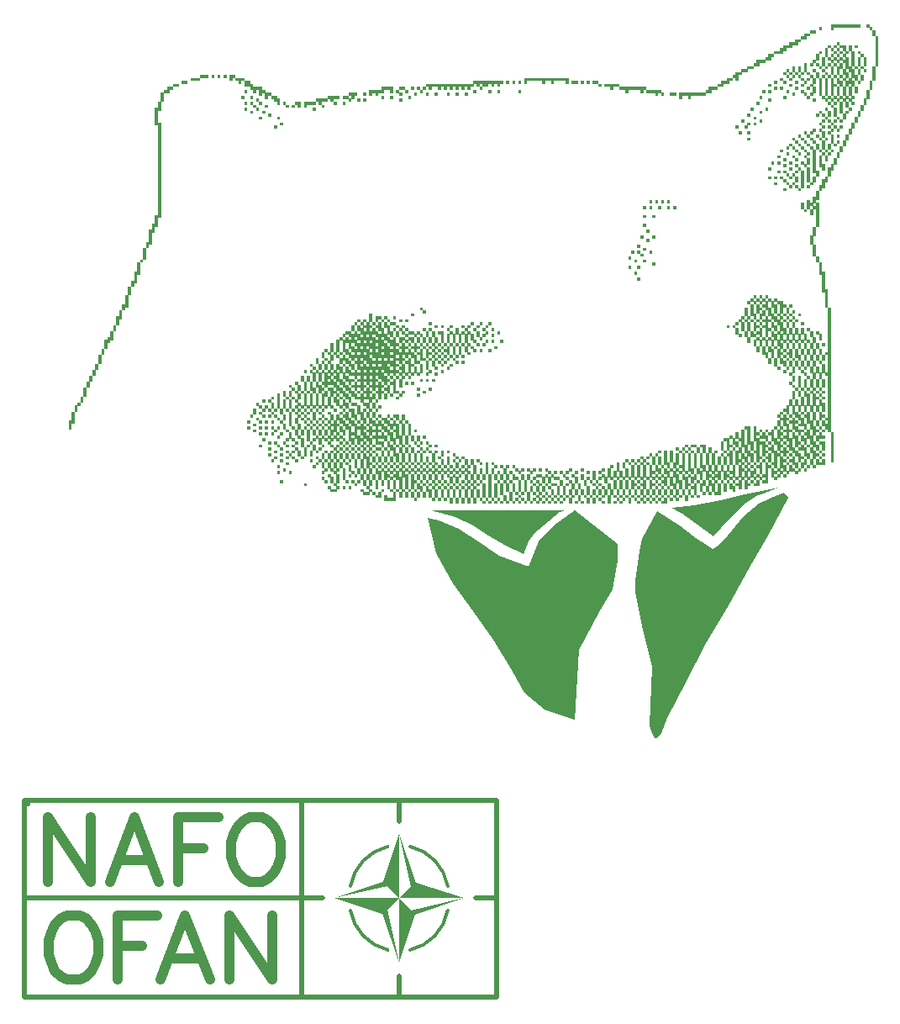
<source format=gto>
G04 start of page 2 for group 1 layer_idx 6 *
G04 Title: (unknown), top_silk *
G04 Creator: pcb-rnd 3.1.5-dev *
G04 CreationDate: 2024-04-03 12:21:39 UTC *
G04 For: STEM4ukraine *
G04 Format: Gerber/RS-274X *
G04 PCB-Dimensions: 393701 393701 *
G04 PCB-Coordinate-Origin: lower left *
%MOIN*%
%FSLAX25Y25*%
%LNTOP_SILK_NONE_1*%
%ADD30C,0.0070*%
%ADD29C,0.0400*%
%ADD28C,0.0120*%
%ADD27C,0.0200*%
%ADD26C,0.0001*%
G54D26*G36*
X221457Y199803D02*X219488Y198819D01*
X217500Y197232D01*
X213000Y193732D01*
X209500Y190732D01*
X207000Y187232D01*
X205000Y182232D01*
X198000Y185732D01*
X191000Y189732D01*
X185000Y193732D01*
X178150Y196850D01*
X168307Y199803D01*
X213583D01*
X221457D01*
G37*
G36*
X213500Y120732D02*X205500Y127232D01*
X200500Y136232D01*
X193000Y148232D01*
X185000Y159732D01*
X177000Y170732D01*
X170500Y182732D01*
X167000Y196732D01*
X171500Y195732D01*
X179500Y192232D01*
X187000Y187232D01*
X195500Y181732D01*
X207000Y177232D01*
X211000Y187232D01*
X217000Y193732D01*
X225394Y199803D01*
X242500Y186232D01*
Y179732D01*
X240500Y168232D01*
X235000Y159232D01*
X227000Y144232D01*
X225500Y116732D01*
X213500Y120732D01*
G37*
G36*
X155690Y45846D02*X151090Y50646D01*
X130090Y45846D01*
X149490Y52446D01*
X155690Y71446D01*
Y45846D01*
G37*
G36*
X160290Y41046D01*
X181290Y45846D01*
X161890Y39246D01*
X155690Y20246D01*
Y45846D01*
G37*
G36*
X150890Y41246D01*
X155690Y20246D01*
X149090Y39646D01*
X130090Y45846D01*
X155690D01*
G37*
G36*
X158091Y208090D02*Y206870D01*
X156871D01*
Y208090D01*
X158091D01*
G37*
G36*
X160453D02*Y206870D01*
X159233D01*
Y208090D01*
X160453D01*
G37*
G36*
X162815D02*Y206870D01*
X161595D01*
Y208090D01*
X162815D01*
G37*
G36*
X165178D02*Y206870D01*
X163957D01*
Y208090D01*
X165178D01*
G37*
G36*
X168721D02*Y206870D01*
X166319D01*
Y208090D01*
X168721D01*
G37*
G36*
X171083D02*Y206870D01*
X169863D01*
Y208090D01*
X171083D01*
G37*
G36*
X173445D02*Y206870D01*
X172225D01*
Y208090D01*
X173445D01*
G37*
G36*
X175808D02*Y206870D01*
X174587D01*
Y208090D01*
X175808D01*
G37*
G36*
X178170D02*Y206870D01*
X176949D01*
Y208090D01*
X178170D01*
G37*
G36*
X180532D02*Y206870D01*
X179312D01*
Y208090D01*
X180532D01*
G37*
G36*
X182894D02*Y206870D01*
X181674D01*
Y208090D01*
X182894D01*
G37*
G36*
X185256D02*Y206870D01*
X184036D01*
Y208090D01*
X185256D01*
G37*
G36*
X187619D02*Y206870D01*
X186398D01*
Y208090D01*
X187619D01*
G37*
G36*
X189981D02*Y206870D01*
X188760D01*
Y208090D01*
X189981D01*
G37*
G36*
X192343D02*Y206870D01*
X191123D01*
Y208090D01*
X192343D01*
G37*
G36*
X194705D02*Y206870D01*
X193485D01*
Y208090D01*
X194705D01*
G37*
G36*
X197067D02*Y206870D01*
X195847D01*
Y208090D01*
X197067D01*
G37*
G36*
X199430D02*Y206870D01*
X198209D01*
Y208090D01*
X199430D01*
G37*
G36*
X201792D02*Y206870D01*
X200571D01*
Y208090D01*
X201792D01*
G37*
G36*
X204154D02*Y206870D01*
X202934D01*
Y208090D01*
X204154D01*
G37*
G36*
X206516D02*Y206870D01*
X205296D01*
Y208090D01*
X206516D01*
G37*
G36*
X208879D02*Y206870D01*
X207658D01*
Y208090D01*
X208879D01*
G37*
G36*
X211241D02*Y206870D01*
X210020D01*
Y208090D01*
X211241D01*
G37*
G36*
X213603D02*Y206870D01*
X212382D01*
Y208090D01*
X213603D01*
G37*
G36*
X217146D02*Y206870D01*
X215926D01*
Y208090D01*
X217146D01*
G37*
G36*
X219508D02*Y206870D01*
X218288D01*
Y208090D01*
X219508D01*
G37*
G36*
X221871D02*Y206870D01*
X220650D01*
Y208090D01*
X221871D01*
G37*
G36*
X224233D02*Y206870D01*
X223012D01*
Y208090D01*
X224233D01*
G37*
G36*
X226595D02*Y206870D01*
X225375D01*
Y208090D01*
X226595D01*
G37*
G36*
X228957D02*Y206870D01*
X227737D01*
Y208090D01*
X228957D01*
G37*
G36*
X231319D02*Y206870D01*
X230099D01*
Y208090D01*
X231319D01*
G37*
G36*
X233682D02*Y206870D01*
X232461D01*
Y208090D01*
X233682D01*
G37*
G36*
X236044D02*Y206870D01*
X234823D01*
Y208090D01*
X236044D01*
G37*
G36*
X238406D02*Y206870D01*
X237186D01*
Y208090D01*
X238406D01*
G37*
G36*
X240768D02*Y206870D01*
X239548D01*
Y208090D01*
X240768D01*
G37*
G36*
X243130D02*Y206870D01*
X241910D01*
Y208090D01*
X243130D01*
G37*
G36*
X245493D02*Y206870D01*
X244272D01*
Y208090D01*
X245493D01*
G37*
G36*
X247855D02*Y206870D01*
X246634D01*
Y208090D01*
X247855D01*
G37*
G36*
X250217D02*Y206870D01*
X248997D01*
Y208090D01*
X250217D01*
G37*
G36*
X252579D02*Y206870D01*
X251359D01*
Y208090D01*
X252579D01*
G37*
G36*
X254942D02*Y206870D01*
X253721D01*
Y208090D01*
X254942D01*
G37*
G36*
X257304D02*Y206870D01*
X256083D01*
Y208090D01*
X257304D01*
G37*
G36*
X259666D02*Y206870D01*
X258445D01*
Y208090D01*
X259666D01*
G37*
G36*
X262028D02*Y206870D01*
X260808D01*
Y208090D01*
X262028D01*
G37*
G36*
X264390D02*Y206870D01*
X263170D01*
Y208090D01*
X264390D01*
G37*
G36*
X271477D02*Y206870D01*
X270256D01*
Y208090D01*
X271477D01*
G37*
G36*
X273839D02*Y206870D01*
X272619D01*
Y208090D01*
X273839D01*
G37*
G36*
X276201D02*Y206870D01*
X274981D01*
Y208090D01*
X276201D01*
G37*
G36*
X278564D02*Y206870D01*
X277343D01*
Y208090D01*
X278564D01*
G37*
G36*
X266753Y206909D02*Y205689D01*
X265532D01*
Y206909D01*
X266753D01*
G37*
G36*
X271477D02*Y205689D01*
X270256D01*
Y206909D01*
X271477D01*
G37*
G36*
X273839D02*Y205689D01*
X272619D01*
Y206909D01*
X273839D01*
G37*
G36*
X280926Y208090D02*Y206870D01*
X279705D01*
Y208090D01*
X280926D01*
G37*
G36*
X283288D02*Y206870D01*
X282068D01*
Y208090D01*
X283288D01*
G37*
G36*
X277382Y206909D02*Y205689D01*
X276162D01*
Y206909D01*
X277382D01*
G37*
G36*
X279745D02*Y205689D01*
X278524D01*
Y206909D01*
X279745D01*
G37*
G36*
X283288D02*Y205689D01*
X280886D01*
Y206909D01*
X283288D01*
G37*
G36*
X269115D02*Y205689D01*
X267894D01*
Y206909D01*
X269115D01*
G37*
G36*
X265571Y205728D02*Y204507D01*
X264351D01*
Y205728D01*
X265571D01*
G37*
G36*
X267934D02*Y204507D01*
X266713D01*
Y205728D01*
X267934D01*
G37*
G36*
X270296D02*Y204507D01*
X269075D01*
Y205728D01*
X270296D01*
G37*
G36*
X272658D02*Y204507D01*
X271438D01*
Y205728D01*
X272658D01*
G37*
G36*
X275020D02*Y204507D01*
X273800D01*
Y205728D01*
X275020D01*
G37*
G36*
X272638Y201772D02*X283465Y203740D01*
X291339Y205709D01*
X306102Y208661D01*
X301181Y206693D01*
X297500Y205217D01*
X293500Y202717D01*
X288000Y197717D01*
X283500Y192717D01*
X280500Y189217D01*
X279000Y190217D01*
X268000Y198217D01*
X263780Y200787D01*
X272638Y201772D01*
G37*
G36*
X285650Y208090D02*Y206870D01*
X284430D01*
Y208090D01*
X285650D01*
G37*
G36*
X289194D02*Y206870D01*
X287973D01*
Y208090D01*
X289194D01*
G37*
G36*
X266753Y204547D02*Y203326D01*
X265532D01*
Y204547D01*
X266753D01*
G37*
G36*
X270296D02*Y203326D01*
X269075D01*
Y204547D01*
X270296D01*
G37*
G36*
X262028Y206909D02*Y205689D01*
X260808D01*
Y206909D01*
X262028D01*
G37*
G36*
X264390D02*Y205689D01*
X263170D01*
Y206909D01*
X264390D01*
G37*
G36*
Y204547D02*Y203326D01*
X263170D01*
Y204547D01*
X264390D01*
G37*
G36*
X263209Y205728D02*Y204507D01*
X261989D01*
Y205728D01*
X263209D01*
G37*
G36*
X262028Y204547D02*Y203326D01*
X260808D01*
Y204547D01*
X262028D01*
G37*
G36*
X159272Y206909D02*Y205689D01*
X158052D01*
Y206909D01*
X159272D01*
G37*
G36*
X161634D02*Y205689D01*
X160414D01*
Y206909D01*
X161634D01*
G37*
G36*
X166359D02*Y205689D01*
X165138D01*
Y206909D01*
X166359D01*
G37*
G36*
X168721D02*Y205689D01*
X167501D01*
Y206909D01*
X168721D01*
G37*
G36*
X171083D02*Y205689D01*
X169863D01*
Y206909D01*
X171083D01*
G37*
G36*
X173445D02*Y205689D01*
X172225D01*
Y206909D01*
X173445D01*
G37*
G36*
X175808D02*Y205689D01*
X174587D01*
Y206909D01*
X175808D01*
G37*
G36*
X178170D02*Y205689D01*
X176949D01*
Y206909D01*
X178170D01*
G37*
G36*
X180532D02*Y205689D01*
X179312D01*
Y206909D01*
X180532D01*
G37*
G36*
X182894D02*Y205689D01*
X181674D01*
Y206909D01*
X182894D01*
G37*
G36*
X185256D02*Y205689D01*
X184036D01*
Y206909D01*
X185256D01*
G37*
G36*
X187619D02*Y205689D01*
X186398D01*
Y206909D01*
X187619D01*
G37*
G36*
X189981D02*Y205689D01*
X188760D01*
Y206909D01*
X189981D01*
G37*
G36*
X192343D02*Y205689D01*
X191123D01*
Y206909D01*
X192343D01*
G37*
G36*
X194705D02*Y205689D01*
X193485D01*
Y206909D01*
X194705D01*
G37*
G36*
X197067D02*Y205689D01*
X195847D01*
Y206909D01*
X197067D01*
G37*
G36*
X200611D02*Y205689D01*
X199390D01*
Y206909D01*
X200611D01*
G37*
G36*
X202973D02*Y205689D01*
X201753D01*
Y206909D01*
X202973D01*
G37*
G36*
X205335D02*Y205689D01*
X204115D01*
Y206909D01*
X205335D01*
G37*
G36*
X207697D02*Y205689D01*
X206477D01*
Y206909D01*
X207697D01*
G37*
G36*
X210060D02*Y205689D01*
X208839D01*
Y206909D01*
X210060D01*
G37*
G36*
X212422D02*Y205689D01*
X211201D01*
Y206909D01*
X212422D01*
G37*
G36*
X214784D02*Y205689D01*
X213564D01*
Y206909D01*
X214784D01*
G37*
G36*
X217146D02*Y205689D01*
X215926D01*
Y206909D01*
X217146D01*
G37*
G36*
X219508D02*Y205689D01*
X218288D01*
Y206909D01*
X219508D01*
G37*
G36*
X221871D02*Y205689D01*
X220650D01*
Y206909D01*
X221871D01*
G37*
G36*
X224233D02*Y205689D01*
X223012D01*
Y206909D01*
X224233D01*
G37*
G36*
X226595D02*Y205689D01*
X225375D01*
Y206909D01*
X226595D01*
G37*
G36*
X228957D02*Y205689D01*
X227737D01*
Y206909D01*
X228957D01*
G37*
G36*
X231319D02*Y205689D01*
X230099D01*
Y206909D01*
X231319D01*
G37*
G36*
X233682D02*Y205689D01*
X232461D01*
Y206909D01*
X233682D01*
G37*
G36*
X236044D02*Y205689D01*
X234823D01*
Y206909D01*
X236044D01*
G37*
G36*
X238406D02*Y205689D01*
X237186D01*
Y206909D01*
X238406D01*
G37*
G36*
X240768D02*Y205689D01*
X239548D01*
Y206909D01*
X240768D01*
G37*
G36*
X243130D02*Y205689D01*
X241910D01*
Y206909D01*
X243130D01*
G37*
G36*
X245493D02*Y205689D01*
X244272D01*
Y206909D01*
X245493D01*
G37*
G36*
X247855D02*Y205689D01*
X246634D01*
Y206909D01*
X247855D01*
G37*
G36*
X250217D02*Y205689D01*
X248997D01*
Y206909D01*
X250217D01*
G37*
G36*
X252579D02*Y205689D01*
X251359D01*
Y206909D01*
X252579D01*
G37*
G36*
X266753Y208090D02*Y206870D01*
X265532D01*
Y208090D01*
X266753D01*
G37*
G36*
X254942Y206909D02*Y205689D01*
X253721D01*
Y206909D01*
X254942D01*
G37*
G36*
X257304D02*Y205689D01*
X256083D01*
Y206909D01*
X257304D01*
G37*
G36*
X259666D02*Y205689D01*
X258445D01*
Y206909D01*
X259666D01*
G37*
G36*
X163997D02*Y205689D01*
X162776D01*
Y206909D01*
X163997D01*
G37*
G36*
X159272Y205728D02*Y204507D01*
X158052D01*
Y205728D01*
X159272D01*
G37*
G36*
X161634D02*Y204507D01*
X160414D01*
Y205728D01*
X161634D01*
G37*
G36*
X163997D02*Y204507D01*
X162776D01*
Y205728D01*
X163997D01*
G37*
G36*
X166359D02*Y204507D01*
X165138D01*
Y205728D01*
X166359D01*
G37*
G36*
X168721D02*Y204507D01*
X167501D01*
Y205728D01*
X168721D01*
G37*
G36*
X171083D02*Y204507D01*
X169863D01*
Y205728D01*
X171083D01*
G37*
G36*
X173445D02*Y204507D01*
X172225D01*
Y205728D01*
X173445D01*
G37*
G36*
X175808D02*Y204507D01*
X174587D01*
Y205728D01*
X175808D01*
G37*
G36*
X178170D02*Y204507D01*
X176949D01*
Y205728D01*
X178170D01*
G37*
G36*
X180532D02*Y204507D01*
X179312D01*
Y205728D01*
X180532D01*
G37*
G36*
X182894D02*Y204507D01*
X181674D01*
Y205728D01*
X182894D01*
G37*
G36*
X185256D02*Y204507D01*
X184036D01*
Y205728D01*
X185256D01*
G37*
G36*
X187619D02*Y204507D01*
X186398D01*
Y205728D01*
X187619D01*
G37*
G36*
X189981D02*Y204507D01*
X188760D01*
Y205728D01*
X189981D01*
G37*
G36*
X192343D02*Y204507D01*
X191123D01*
Y205728D01*
X192343D01*
G37*
G36*
X194705D02*Y204507D01*
X193485D01*
Y205728D01*
X194705D01*
G37*
G36*
X198249D02*Y204507D01*
X197028D01*
Y205728D01*
X198249D01*
G37*
G36*
X200611D02*Y204507D01*
X199390D01*
Y205728D01*
X200611D01*
G37*
G36*
X204154D02*Y204507D01*
X202934D01*
Y205728D01*
X204154D01*
G37*
G36*
X207697D02*Y204507D01*
X206477D01*
Y205728D01*
X207697D01*
G37*
G36*
X211241D02*Y204507D01*
X210020D01*
Y205728D01*
X211241D01*
G37*
G36*
X213603D02*Y204507D01*
X212382D01*
Y205728D01*
X213603D01*
G37*
G36*
X215965D02*Y204507D01*
X214745D01*
Y205728D01*
X215965D01*
G37*
G36*
X218327D02*Y204507D01*
X217107D01*
Y205728D01*
X218327D01*
G37*
G36*
X220690D02*Y204507D01*
X219469D01*
Y205728D01*
X220690D01*
G37*
G36*
X223052D02*Y204507D01*
X221831D01*
Y205728D01*
X223052D01*
G37*
G36*
X225414D02*Y204507D01*
X224193D01*
Y205728D01*
X225414D01*
G37*
G36*
X227776D02*Y204507D01*
X226556D01*
Y205728D01*
X227776D01*
G37*
G36*
X230138D02*Y204507D01*
X228918D01*
Y205728D01*
X230138D01*
G37*
G36*
X232501D02*Y204507D01*
X231280D01*
Y205728D01*
X232501D01*
G37*
G36*
X234863D02*Y204507D01*
X233642D01*
Y205728D01*
X234863D01*
G37*
G36*
X237225D02*Y204507D01*
X236005D01*
Y205728D01*
X237225D01*
G37*
G36*
X239587D02*Y204507D01*
X238367D01*
Y205728D01*
X239587D01*
G37*
G36*
X241949D02*Y204507D01*
X240729D01*
Y205728D01*
X241949D01*
G37*
G36*
X244312D02*Y204507D01*
X243091D01*
Y205728D01*
X244312D01*
G37*
G36*
X246674D02*Y204507D01*
X245453D01*
Y205728D01*
X246674D01*
G37*
G36*
X249036D02*Y204507D01*
X247816D01*
Y205728D01*
X249036D01*
G37*
G36*
X251398D02*Y204507D01*
X250178D01*
Y205728D01*
X251398D01*
G37*
G36*
X253760D02*Y204507D01*
X252540D01*
Y205728D01*
X253760D01*
G37*
G36*
X256123D02*Y204507D01*
X254902D01*
Y205728D01*
X256123D01*
G37*
G36*
X162815Y204547D02*Y203326D01*
X161595D01*
Y204547D01*
X162815D01*
G37*
G36*
X172264D02*Y203326D01*
X171044D01*
Y204547D01*
X172264D01*
G37*
G36*
X174627D02*Y203326D01*
X173406D01*
Y204547D01*
X174627D01*
G37*
G36*
X176989D02*Y203326D01*
X175768D01*
Y204547D01*
X176989D01*
G37*
G36*
X179351D02*Y203326D01*
X178130D01*
Y204547D01*
X179351D01*
G37*
G36*
X181713D02*Y203326D01*
X180493D01*
Y204547D01*
X181713D01*
G37*
G36*
X184075D02*Y203326D01*
X182855D01*
Y204547D01*
X184075D01*
G37*
G36*
X186438D02*Y203326D01*
X185217D01*
Y204547D01*
X186438D01*
G37*
G36*
X188800D02*Y203326D01*
X187579D01*
Y204547D01*
X188800D01*
G37*
G36*
X191162D02*Y203326D01*
X189941D01*
Y204547D01*
X191162D01*
G37*
G36*
X193524D02*Y203326D01*
X192304D01*
Y204547D01*
X193524D01*
G37*
G36*
X195886D02*Y203326D01*
X194666D01*
Y204547D01*
X195886D01*
G37*
G36*
X198249D02*Y203326D01*
X197028D01*
Y204547D01*
X198249D01*
G37*
G36*
X200611D02*Y203326D01*
X199390D01*
Y204547D01*
X200611D01*
G37*
G36*
X202973D02*Y203326D01*
X201753D01*
Y204547D01*
X202973D01*
G37*
G36*
X205335D02*Y203326D01*
X204115D01*
Y204547D01*
X205335D01*
G37*
G36*
X207697D02*Y203326D01*
X206477D01*
Y204547D01*
X207697D01*
G37*
G36*
X210060D02*Y203326D01*
X208839D01*
Y204547D01*
X210060D01*
G37*
G36*
X212422D02*Y203326D01*
X211201D01*
Y204547D01*
X212422D01*
G37*
G36*
X214784D02*Y203326D01*
X213564D01*
Y204547D01*
X214784D01*
G37*
G36*
X217146D02*Y203326D01*
X215926D01*
Y204547D01*
X217146D01*
G37*
G36*
X219508D02*Y203326D01*
X218288D01*
Y204547D01*
X219508D01*
G37*
G36*
X221871D02*Y203326D01*
X220650D01*
Y204547D01*
X221871D01*
G37*
G36*
X224233D02*Y203326D01*
X223012D01*
Y204547D01*
X224233D01*
G37*
G36*
X227776D02*Y203326D01*
X226556D01*
Y204547D01*
X227776D01*
G37*
G36*
X231319D02*Y203326D01*
X230099D01*
Y204547D01*
X231319D01*
G37*
G36*
X233682D02*Y203326D01*
X232461D01*
Y204547D01*
X233682D01*
G37*
G36*
X236044D02*Y203326D01*
X234823D01*
Y204547D01*
X236044D01*
G37*
G36*
X239587D02*Y203326D01*
X238367D01*
Y204547D01*
X239587D01*
G37*
G36*
X243130D02*Y203326D01*
X241910D01*
Y204547D01*
X243130D01*
G37*
G36*
X245493D02*Y203326D01*
X244272D01*
Y204547D01*
X245493D01*
G37*
G36*
X247855D02*Y203326D01*
X246634D01*
Y204547D01*
X247855D01*
G37*
G36*
X250217D02*Y203326D01*
X248997D01*
Y204547D01*
X250217D01*
G37*
G36*
X258485Y205728D02*Y204507D01*
X257264D01*
Y205728D01*
X258485D01*
G37*
G36*
X260847D02*Y204507D01*
X259627D01*
Y205728D01*
X260847D01*
G37*
G36*
X252579Y204547D02*Y203326D01*
X251359D01*
Y204547D01*
X252579D01*
G37*
G36*
X254942D02*Y203326D01*
X253721D01*
Y204547D01*
X254942D01*
G37*
G36*
X257304D02*Y203326D01*
X256083D01*
Y204547D01*
X257304D01*
G37*
G36*
X259666D02*Y203326D01*
X258445D01*
Y204547D01*
X259666D01*
G37*
G36*
X169902D02*Y203326D01*
X168682D01*
Y204547D01*
X169902D01*
G37*
G36*
X176989Y203366D02*Y202145D01*
X175768D01*
Y203366D01*
X176989D01*
G37*
G36*
X179351D02*Y202145D01*
X178130D01*
Y203366D01*
X179351D01*
G37*
G36*
X155690Y45846D02*X160490Y50446D01*
X155690Y71446D01*
X162290Y52046D01*
X181290Y45846D01*
X155690D01*
G37*
G36*
X181713Y203366D02*Y202145D01*
X180493D01*
Y203366D01*
X181713D01*
G37*
G36*
X184075D02*Y202145D01*
X182855D01*
Y203366D01*
X184075D01*
G37*
G36*
X186438D02*Y202145D01*
X185217D01*
Y203366D01*
X186438D01*
G37*
G36*
X189981D02*Y202145D01*
X188760D01*
Y203366D01*
X189981D01*
G37*
G36*
X251398D02*Y202145D01*
X250178D01*
Y203366D01*
X251398D01*
G37*
G36*
X253760D02*Y202145D01*
X252540D01*
Y203366D01*
X253760D01*
G37*
G36*
X256123D02*Y202145D01*
X254902D01*
Y203366D01*
X256123D01*
G37*
G36*
X255906Y137795D02*X252000Y153717D01*
X249500Y167217D01*
Y171717D01*
X251000Y183717D01*
X252000Y188217D01*
X258000Y199217D01*
X267500Y193217D01*
X273500Y188717D01*
X278000Y185717D01*
X280000Y184217D01*
X282500Y185717D01*
X286000Y189717D01*
X292500Y197217D01*
X298500Y202217D01*
X303500Y204717D01*
X308500Y206717D01*
X310000Y204717D01*
X302000Y189717D01*
X295000Y177717D01*
X286000Y161217D01*
X277000Y146217D01*
X269500Y131217D01*
X262000Y117217D01*
X259843Y111220D01*
X257874Y109252D01*
X256890D01*
X255906Y111220D01*
X254921Y114173D01*
X255906Y137795D01*
G37*
G36*
X269115Y208090D02*Y206870D01*
X267894D01*
Y208090D01*
X269115D01*
G37*
G36*
X258485Y203366D02*Y202145D01*
X257264D01*
Y203366D01*
X258485D01*
G37*
G36*
X262028D02*Y202145D01*
X259627D01*
Y203366D01*
X262028D01*
G37*
G36*
X192343D02*Y202145D01*
X191123D01*
Y203366D01*
X192343D01*
G37*
G36*
X194705D02*Y202145D01*
X193485D01*
Y203366D01*
X194705D01*
G37*
G36*
X197067D02*Y202145D01*
X195847D01*
Y203366D01*
X197067D01*
G37*
G36*
X199430D02*Y202145D01*
X198209D01*
Y203366D01*
X199430D01*
G37*
G36*
X201792D02*Y202145D01*
X200571D01*
Y203366D01*
X201792D01*
G37*
G36*
X204154D02*Y202145D01*
X202934D01*
Y203366D01*
X204154D01*
G37*
G36*
X206516D02*Y202145D01*
X205296D01*
Y203366D01*
X206516D01*
G37*
G36*
X208879D02*Y202145D01*
X207658D01*
Y203366D01*
X208879D01*
G37*
G36*
X211241D02*Y202145D01*
X210020D01*
Y203366D01*
X211241D01*
G37*
G36*
X213603D02*Y202145D01*
X212382D01*
Y203366D01*
X213603D01*
G37*
G36*
X215965D02*Y202145D01*
X214745D01*
Y203366D01*
X215965D01*
G37*
G36*
X218327D02*Y202145D01*
X217107D01*
Y203366D01*
X218327D01*
G37*
G36*
X220690D02*Y202145D01*
X219469D01*
Y203366D01*
X220690D01*
G37*
G36*
X224233D02*Y202145D01*
X223012D01*
Y203366D01*
X224233D01*
G37*
G36*
X226595D02*Y202145D01*
X225375D01*
Y203366D01*
X226595D01*
G37*
G36*
X228957D02*Y202145D01*
X227737D01*
Y203366D01*
X228957D01*
G37*
G36*
X231319D02*Y202145D01*
X230099D01*
Y203366D01*
X231319D01*
G37*
G36*
X233682D02*Y202145D01*
X232461D01*
Y203366D01*
X233682D01*
G37*
G36*
X237225D02*Y202145D01*
X236005D01*
Y203366D01*
X237225D01*
G37*
G36*
X239587D02*Y202145D01*
X238367D01*
Y203366D01*
X239587D01*
G37*
G36*
X241949D02*Y202145D01*
X240729D01*
Y203366D01*
X241949D01*
G37*
G36*
X244312D02*Y202145D01*
X243091D01*
Y203366D01*
X244312D01*
G37*
G36*
X247855D02*Y202145D01*
X246634D01*
Y203366D01*
X247855D01*
G37*
G36*
X338800Y392343D02*Y391122D01*
X326949D01*
Y392343D01*
X338800D01*
G37*
G36*
X342343D02*Y391122D01*
X341123D01*
Y392343D01*
X342343D01*
G37*
G36*
X343524Y391161D02*Y389941D01*
X342304D01*
Y391161D01*
X343524D01*
G37*
G36*
X344705Y389980D02*Y388760D01*
X343485D01*
Y389980D01*
X344705D01*
G37*
G36*
Y388799D02*Y387579D01*
X343485D01*
Y388799D01*
X344705D01*
G37*
G36*
X345886Y387618D02*Y386398D01*
X344666D01*
Y387618D01*
X345886D01*
G37*
G36*
Y386437D02*Y385217D01*
X344666D01*
Y386437D01*
X345886D01*
G37*
G36*
Y385256D02*Y384035D01*
X344666D01*
Y385256D01*
X345886D01*
G37*
G36*
Y384075D02*Y382854D01*
X344666D01*
Y384075D01*
X345886D01*
G37*
G36*
Y382894D02*Y381673D01*
X344666D01*
Y382894D01*
X345886D01*
G37*
G36*
Y381713D02*Y380492D01*
X344666D01*
Y381713D01*
X345886D01*
G37*
G36*
Y380531D02*Y379311D01*
X344666D01*
Y380531D01*
X345886D01*
G37*
G36*
Y379350D02*Y378130D01*
X344666D01*
Y379350D01*
X345886D01*
G37*
G36*
Y378169D02*Y376949D01*
X344666D01*
Y378169D01*
X345886D01*
G37*
G36*
Y376988D02*Y375768D01*
X344666D01*
Y376988D01*
X345886D01*
G37*
G36*
X344705Y375807D02*Y374587D01*
X343485D01*
Y375807D01*
X344705D01*
G37*
G36*
Y374626D02*Y373405D01*
X343485D01*
Y374626D01*
X344705D01*
G37*
G36*
Y373445D02*Y372224D01*
X343485D01*
Y373445D01*
X344705D01*
G37*
G36*
Y372264D02*Y371043D01*
X343485D01*
Y372264D01*
X344705D01*
G37*
G36*
Y371083D02*Y369862D01*
X343485D01*
Y371083D01*
X344705D01*
G37*
G36*
X343524Y369902D02*Y368681D01*
X342304D01*
Y369902D01*
X343524D01*
G37*
G36*
Y368720D02*Y367500D01*
X342304D01*
Y368720D01*
X343524D01*
G37*
G36*
Y367539D02*Y366319D01*
X342304D01*
Y367539D01*
X343524D01*
G37*
G36*
X342343Y366358D02*Y365138D01*
X341123D01*
Y366358D01*
X342343D01*
G37*
G36*
Y365177D02*Y363957D01*
X341123D01*
Y365177D01*
X342343D01*
G37*
G36*
Y363996D02*Y362776D01*
X341123D01*
Y363996D01*
X342343D01*
G37*
G36*
X317540Y387618D02*Y386398D01*
X315138D01*
Y387618D01*
X317540D01*
G37*
G36*
X315178Y386437D02*Y385217D01*
X312776D01*
Y386437D01*
X315178D01*
G37*
G36*
X313997Y385256D02*Y384035D01*
X310414D01*
Y385256D01*
X313997D01*
G37*
G36*
X311634Y384075D02*Y382854D01*
X308052D01*
Y384075D01*
X311634D01*
G37*
G36*
X323446Y391161D02*Y389941D01*
X322225D01*
Y391161D01*
X323446D01*
G37*
G36*
X321083Y389980D02*Y388760D01*
X318682D01*
Y389980D01*
X321083D01*
G37*
G36*
X318721Y388799D02*Y387579D01*
X316320D01*
Y388799D01*
X318721D01*
G37*
G36*
X309272Y382894D02*Y381673D01*
X306871D01*
Y382894D01*
X309272D01*
G37*
G36*
X325808D02*Y381673D01*
X324587D01*
Y382894D01*
X325808D01*
G37*
G36*
Y381713D02*Y380492D01*
X324587D01*
Y381713D01*
X325808D01*
G37*
G36*
Y380531D02*Y379311D01*
X324587D01*
Y380531D01*
X325808D01*
G37*
G36*
X326989Y379350D02*Y378130D01*
X325768D01*
Y379350D01*
X326989D01*
G37*
G36*
X328170Y378169D02*Y376949D01*
X326949D01*
Y378169D01*
X328170D01*
G37*
G36*
X326989Y376988D02*Y375768D01*
X325768D01*
Y376988D01*
X326989D01*
G37*
G36*
X329351D02*Y375768D01*
X328131D01*
Y376988D01*
X329351D01*
G37*
G36*
X325808Y375807D02*Y374587D01*
X324587D01*
Y375807D01*
X325808D01*
G37*
G36*
X328170D02*Y374587D01*
X326949D01*
Y375807D01*
X328170D01*
G37*
G36*
Y374626D02*Y373405D01*
X326949D01*
Y374626D01*
X328170D01*
G37*
G36*
Y373445D02*Y372224D01*
X326949D01*
Y373445D01*
X328170D01*
G37*
G36*
X325808D02*Y372224D01*
X324587D01*
Y373445D01*
X325808D01*
G37*
G36*
X326989Y372264D02*Y371043D01*
X325768D01*
Y372264D01*
X326989D01*
G37*
G36*
X325808Y371083D02*Y369862D01*
X324587D01*
Y371083D01*
X325808D01*
G37*
G36*
X329351Y372264D02*Y371043D01*
X328131D01*
Y372264D01*
X329351D01*
G37*
G36*
X328170Y371083D02*Y369862D01*
X326949D01*
Y371083D01*
X328170D01*
G37*
G36*
X325808Y369902D02*Y368681D01*
X324587D01*
Y369902D01*
X325808D01*
G37*
G36*
X328170D02*Y368681D01*
X326949D01*
Y369902D01*
X328170D01*
G37*
G36*
X325808Y368720D02*Y367500D01*
X324587D01*
Y368720D01*
X325808D01*
G37*
G36*
X329351D02*Y367500D01*
X326949D01*
Y368720D01*
X329351D01*
G37*
G36*
X325808Y367539D02*Y366319D01*
X324587D01*
Y367539D01*
X325808D01*
G37*
G36*
Y366358D02*Y365138D01*
X324587D01*
Y366358D01*
X325808D01*
G37*
G36*
Y365177D02*Y363957D01*
X324587D01*
Y365177D01*
X325808D01*
G37*
G36*
X326989Y363996D02*Y362776D01*
X325768D01*
Y363996D01*
X326989D01*
G37*
G36*
X325808Y362815D02*Y361594D01*
X324587D01*
Y362815D01*
X325808D01*
G37*
G36*
X326989Y361634D02*Y360413D01*
X325768D01*
Y361634D01*
X326989D01*
G37*
G36*
X325808Y359272D02*Y358051D01*
X324587D01*
Y359272D01*
X325808D01*
G37*
G36*
X326989Y358090D02*Y356870D01*
X325768D01*
Y358090D01*
X326989D01*
G37*
G36*
Y356909D02*Y355689D01*
X325768D01*
Y356909D01*
X326989D01*
G37*
G36*
X325808Y355728D02*Y354508D01*
X324587D01*
Y355728D01*
X325808D01*
G37*
G36*
Y347461D02*Y346240D01*
X324587D01*
Y347461D01*
X325808D01*
G37*
G36*
Y342736D02*Y341516D01*
X324587D01*
Y342736D01*
X325808D01*
G37*
G36*
Y340374D02*Y339153D01*
X324587D01*
Y340374D01*
X325808D01*
G37*
G36*
Y339193D02*Y337972D01*
X324587D01*
Y339193D01*
X325808D01*
G37*
G36*
Y332106D02*Y330886D01*
X324587D01*
Y332106D01*
X325808D01*
G37*
G36*
X326989Y354547D02*Y353327D01*
X325768D01*
Y354547D01*
X326989D01*
G37*
G36*
Y352185D02*Y350965D01*
X325768D01*
Y352185D01*
X326989D01*
G37*
G36*
Y349823D02*Y348602D01*
X325768D01*
Y349823D01*
X326989D01*
G37*
G36*
Y345098D02*Y343878D01*
X325768D01*
Y345098D01*
X326989D01*
G37*
G36*
Y343917D02*Y342697D01*
X325768D01*
Y343917D01*
X326989D01*
G37*
G36*
Y341555D02*Y340335D01*
X325768D01*
Y341555D01*
X326989D01*
G37*
G36*
X328170Y367539D02*Y366319D01*
X326949D01*
Y367539D01*
X328170D01*
G37*
G36*
Y366358D02*Y365138D01*
X326949D01*
Y366358D01*
X328170D01*
G37*
G36*
Y365177D02*Y363957D01*
X326949D01*
Y365177D01*
X328170D01*
G37*
G36*
X329351Y363996D02*Y362776D01*
X328131D01*
Y363996D01*
X329351D01*
G37*
G36*
X328170Y362815D02*Y361594D01*
X326949D01*
Y362815D01*
X328170D01*
G37*
G36*
X329351Y361634D02*Y360413D01*
X328131D01*
Y361634D01*
X329351D01*
G37*
G36*
X328170Y360453D02*Y359232D01*
X326949D01*
Y360453D01*
X328170D01*
G37*
G36*
X329351Y359272D02*Y358051D01*
X328131D01*
Y359272D01*
X329351D01*
G37*
G36*
Y358090D02*Y356870D01*
X328131D01*
Y358090D01*
X329351D01*
G37*
G36*
Y356909D02*Y355689D01*
X328131D01*
Y356909D01*
X329351D01*
G37*
G36*
Y354547D02*Y353327D01*
X328131D01*
Y354547D01*
X329351D01*
G37*
G36*
X328170Y353366D02*Y352146D01*
X326949D01*
Y353366D01*
X328170D01*
G37*
G36*
X329351Y352185D02*Y350965D01*
X328131D01*
Y352185D01*
X329351D01*
G37*
G36*
X328170Y351004D02*Y349783D01*
X326949D01*
Y351004D01*
X328170D01*
G37*
G36*
Y348642D02*Y347421D01*
X326949D01*
Y348642D01*
X328170D01*
G37*
G36*
Y347461D02*Y346240D01*
X326949D01*
Y347461D01*
X328170D01*
G37*
G36*
Y346279D02*Y345059D01*
X326949D01*
Y346279D01*
X328170D01*
G37*
G36*
X329351Y345098D02*Y343878D01*
X328131D01*
Y345098D01*
X329351D01*
G37*
G36*
X328170Y342736D02*Y341516D01*
X326949D01*
Y342736D01*
X328170D01*
G37*
G36*
X329351Y339193D02*Y337972D01*
X328131D01*
Y339193D01*
X329351D01*
G37*
G36*
Y338012D02*Y336791D01*
X328131D01*
Y338012D01*
X329351D01*
G37*
G36*
X328170Y336831D02*Y335610D01*
X326949D01*
Y336831D01*
X328170D01*
G37*
G36*
Y335650D02*Y334429D01*
X325768D01*
Y335650D01*
X328170D01*
G37*
G36*
X326989Y334468D02*Y333248D01*
X325768D01*
Y334468D01*
X326989D01*
G37*
G36*
Y333287D02*Y332067D01*
X325768D01*
Y333287D01*
X326989D01*
G37*
G36*
X301005Y378169D02*Y376949D01*
X297422D01*
Y378169D01*
X301005D01*
G37*
G36*
X298642Y376988D02*Y375768D01*
X296241D01*
Y376988D01*
X298642D01*
G37*
G36*
X296280Y375807D02*Y374587D01*
X293879D01*
Y375807D01*
X296280D01*
G37*
G36*
X312816D02*Y374587D01*
X311595D01*
Y375807D01*
X312816D01*
G37*
G36*
X308091Y381713D02*Y380492D01*
X304508D01*
Y381713D01*
X308091D01*
G37*
G36*
X304548Y380531D02*Y379311D01*
X302146D01*
Y380531D01*
X304548D01*
G37*
G36*
X303367Y379350D02*Y378130D01*
X300965D01*
Y379350D01*
X303367D01*
G37*
G36*
X315178Y375807D02*Y374587D01*
X313957D01*
Y375807D01*
X315178D01*
G37*
G36*
Y374626D02*Y373405D01*
X313957D01*
Y374626D01*
X315178D01*
G37*
G36*
Y372264D02*Y371043D01*
X313957D01*
Y372264D01*
X315178D01*
G37*
G36*
Y348642D02*Y347421D01*
X313957D01*
Y348642D01*
X315178D01*
G37*
G36*
X316359Y371083D02*Y369862D01*
X315138D01*
Y371083D01*
X316359D01*
G37*
G36*
Y368720D02*Y367500D01*
X315138D01*
Y368720D01*
X316359D01*
G37*
G36*
Y366358D02*Y365138D01*
X315138D01*
Y366358D01*
X316359D01*
G37*
G36*
X312816Y347461D02*Y346240D01*
X311595D01*
Y347461D01*
X312816D01*
G37*
G36*
X316359D02*Y346240D01*
X315138D01*
Y347461D01*
X316359D01*
G37*
G36*
Y343917D02*Y342697D01*
X315138D01*
Y343917D01*
X316359D01*
G37*
G36*
Y338012D02*Y336791D01*
X315138D01*
Y338012D01*
X316359D01*
G37*
G36*
Y334468D02*Y333248D01*
X315138D01*
Y334468D01*
X316359D01*
G37*
G36*
Y333287D02*Y332067D01*
X315138D01*
Y333287D01*
X316359D01*
G37*
G36*
Y332106D02*Y330886D01*
X315138D01*
Y332106D01*
X316359D01*
G37*
G36*
Y330925D02*Y329705D01*
X315138D01*
Y330925D01*
X316359D01*
G37*
G36*
Y329744D02*Y328524D01*
X315138D01*
Y329744D01*
X316359D01*
G37*
G36*
Y328563D02*Y327342D01*
X315138D01*
Y328563D01*
X316359D01*
G37*
G36*
Y321476D02*Y320256D01*
X315138D01*
Y321476D01*
X316359D01*
G37*
G36*
Y320295D02*Y319075D01*
X315138D01*
Y320295D01*
X316359D01*
G37*
G36*
X313997Y346279D02*Y345059D01*
X312776D01*
Y346279D01*
X313997D01*
G37*
G36*
X315178Y345098D02*Y343878D01*
X313957D01*
Y345098D01*
X315178D01*
G37*
G36*
X311634D02*Y343878D01*
X310414D01*
Y345098D01*
X311634D01*
G37*
G36*
X310453Y343917D02*Y342697D01*
X309233D01*
Y343917D01*
X310453D01*
G37*
G36*
X308091Y342736D02*Y341516D01*
X306871D01*
Y342736D01*
X308091D01*
G37*
G36*
X310453Y341555D02*Y340335D01*
X309233D01*
Y341555D01*
X310453D01*
G37*
G36*
X312816Y343917D02*Y342697D01*
X311595D01*
Y343917D01*
X312816D01*
G37*
G36*
X313997Y342736D02*Y341516D01*
X312776D01*
Y342736D01*
X313997D01*
G37*
G36*
X315178Y341555D02*Y340335D01*
X313957D01*
Y341555D01*
X315178D01*
G37*
G36*
X306910Y340374D02*Y339153D01*
X305690D01*
Y340374D01*
X306910D01*
G37*
G36*
X304548Y338012D02*Y336791D01*
X303327D01*
Y338012D01*
X304548D01*
G37*
G36*
X303367Y335650D02*Y334429D01*
X302146D01*
Y335650D01*
X303367D01*
G37*
G36*
X306910Y338012D02*Y336791D01*
X305690D01*
Y338012D01*
X306910D01*
G37*
G36*
Y334468D02*Y333248D01*
X305690D01*
Y334468D01*
X306910D01*
G37*
G36*
X303367Y332106D02*Y330886D01*
X302146D01*
Y332106D01*
X303367D01*
G37*
G36*
X305729D02*Y330886D01*
X304508D01*
Y332106D01*
X305729D01*
G37*
G36*
X308091D02*Y330886D01*
X306871D01*
Y332106D01*
X308091D01*
G37*
G36*
X305729Y329744D02*Y328524D01*
X304508D01*
Y329744D01*
X305729D01*
G37*
G36*
X312816Y340374D02*Y339153D01*
X311595D01*
Y340374D01*
X312816D01*
G37*
G36*
X309272Y339193D02*Y337972D01*
X308052D01*
Y339193D01*
X309272D01*
G37*
G36*
X311634Y338012D02*Y336791D01*
X310414D01*
Y338012D01*
X311634D01*
G37*
G36*
X309272Y336831D02*Y335610D01*
X308052D01*
Y336831D01*
X309272D01*
G37*
G36*
X311634Y335650D02*Y334429D01*
X310414D01*
Y335650D01*
X311634D01*
G37*
G36*
X309272Y334468D02*Y333248D01*
X308052D01*
Y334468D01*
X309272D01*
G37*
G36*
X310453Y333287D02*Y332067D01*
X309233D01*
Y333287D01*
X310453D01*
G37*
G36*
X312816D02*Y332067D01*
X311595D01*
Y333287D01*
X312816D01*
G37*
G36*
X311634Y332106D02*Y330886D01*
X310414D01*
Y332106D01*
X311634D01*
G37*
G36*
X309272Y330925D02*Y329705D01*
X308052D01*
Y330925D01*
X309272D01*
G37*
G36*
Y327382D02*Y326161D01*
X308052D01*
Y327382D01*
X309272D01*
G37*
G36*
X310453Y329744D02*Y328524D01*
X309233D01*
Y329744D01*
X310453D01*
G37*
G36*
X311634Y328563D02*Y327342D01*
X310414D01*
Y328563D01*
X311634D01*
G37*
G36*
X312816Y329744D02*Y328524D01*
X311595D01*
Y329744D01*
X312816D01*
G37*
G36*
X313997Y339193D02*Y337972D01*
X312776D01*
Y339193D01*
X313997D01*
G37*
G36*
Y336831D02*Y335610D01*
X312776D01*
Y336831D01*
X313997D01*
G37*
G36*
X315178Y335650D02*Y334429D01*
X313957D01*
Y335650D01*
X315178D01*
G37*
G36*
X313997Y334468D02*Y333248D01*
X312776D01*
Y334468D01*
X313997D01*
G37*
G36*
Y332106D02*Y330886D01*
X312776D01*
Y332106D01*
X313997D01*
G37*
G36*
Y330925D02*Y329705D01*
X312776D01*
Y330925D01*
X313997D01*
G37*
G36*
Y328563D02*Y327342D01*
X312776D01*
Y328563D01*
X313997D01*
G37*
G36*
X315178Y327382D02*Y326161D01*
X313957D01*
Y327382D01*
X315178D01*
G37*
G36*
X80138Y372264D02*Y371043D01*
X76555D01*
Y372264D01*
X80138D01*
G37*
G36*
X82500D02*Y371043D01*
X81280D01*
Y372264D01*
X82500D01*
G37*
G36*
X84862D02*Y371043D01*
X83642D01*
Y372264D01*
X84862D01*
G37*
G36*
X293918Y374626D02*Y373405D01*
X291516D01*
Y374626D01*
X293918D01*
G37*
G36*
X291556Y373445D02*Y372224D01*
X289154D01*
Y373445D01*
X291556D01*
G37*
G36*
X87224Y372264D02*Y371043D01*
X86004D01*
Y372264D01*
X87224D01*
G37*
G36*
X90768D02*Y371043D01*
X88366D01*
Y372264D01*
X90768D01*
G37*
G36*
X290375D02*Y371043D01*
X287973D01*
Y372264D01*
X290375D01*
G37*
G36*
X65965Y367539D02*Y366319D01*
X63563D01*
Y367539D01*
X65965D01*
G37*
G36*
X64783Y366358D02*Y365138D01*
X62382D01*
Y366358D01*
X64783D01*
G37*
G36*
X62421Y365177D02*Y363957D01*
X61201D01*
Y365177D01*
X62421D01*
G37*
G36*
Y363996D02*Y362776D01*
X61201D01*
Y363996D01*
X62421D01*
G37*
G36*
X76595Y371083D02*Y369862D01*
X73012D01*
Y371083D01*
X76595D01*
G37*
G36*
X71870Y369902D02*Y368681D01*
X69469D01*
Y369902D01*
X71870D01*
G37*
G36*
X68327Y368720D02*Y367500D01*
X65925D01*
Y368720D01*
X68327D01*
G37*
G36*
X62421Y362815D02*Y361594D01*
X61201D01*
Y362815D01*
X62421D01*
G37*
G36*
X61240Y361634D02*Y360413D01*
X60020D01*
Y361634D01*
X61240D01*
G37*
G36*
Y360453D02*Y359232D01*
X60020D01*
Y360453D01*
X61240D01*
G37*
G36*
Y359272D02*Y358051D01*
X58839D01*
Y359272D01*
X61240D01*
G37*
G36*
X60059Y358090D02*Y356870D01*
X58839D01*
Y358090D01*
X60059D01*
G37*
G36*
Y356909D02*Y355689D01*
X58839D01*
Y356909D01*
X60059D01*
G37*
G36*
Y355728D02*Y354508D01*
X58839D01*
Y355728D01*
X60059D01*
G37*
G36*
Y354547D02*Y353327D01*
X58839D01*
Y354547D01*
X60059D01*
G37*
G36*
X61240Y353366D02*Y352146D01*
X58839D01*
Y353366D01*
X61240D01*
G37*
G36*
Y352185D02*Y350965D01*
X60020D01*
Y352185D01*
X61240D01*
G37*
G36*
Y351004D02*Y349783D01*
X60020D01*
Y351004D01*
X61240D01*
G37*
G36*
Y349823D02*Y348602D01*
X60020D01*
Y349823D01*
X61240D01*
G37*
G36*
Y348642D02*Y347421D01*
X60020D01*
Y348642D01*
X61240D01*
G37*
G36*
Y347461D02*Y346240D01*
X60020D01*
Y347461D01*
X61240D01*
G37*
G36*
Y346279D02*Y345059D01*
X60020D01*
Y346279D01*
X61240D01*
G37*
G36*
Y345098D02*Y343878D01*
X60020D01*
Y345098D01*
X61240D01*
G37*
G36*
Y343917D02*Y342697D01*
X60020D01*
Y343917D01*
X61240D01*
G37*
G36*
Y342736D02*Y341516D01*
X60020D01*
Y342736D01*
X61240D01*
G37*
G36*
Y341555D02*Y340335D01*
X60020D01*
Y341555D01*
X61240D01*
G37*
G36*
Y340374D02*Y339153D01*
X60020D01*
Y340374D01*
X61240D01*
G37*
G36*
Y339193D02*Y337972D01*
X60020D01*
Y339193D01*
X61240D01*
G37*
G36*
Y338012D02*Y336791D01*
X60020D01*
Y338012D01*
X61240D01*
G37*
G36*
Y336831D02*Y335610D01*
X60020D01*
Y336831D01*
X61240D01*
G37*
G36*
Y335650D02*Y334429D01*
X60020D01*
Y335650D01*
X61240D01*
G37*
G36*
Y334468D02*Y333248D01*
X60020D01*
Y334468D01*
X61240D01*
G37*
G36*
Y333287D02*Y332067D01*
X60020D01*
Y333287D01*
X61240D01*
G37*
G36*
Y332106D02*Y330886D01*
X60020D01*
Y332106D01*
X61240D01*
G37*
G36*
Y330925D02*Y329705D01*
X60020D01*
Y330925D01*
X61240D01*
G37*
G36*
Y329744D02*Y328524D01*
X60020D01*
Y329744D01*
X61240D01*
G37*
G36*
Y328563D02*Y327342D01*
X60020D01*
Y328563D01*
X61240D01*
G37*
G36*
Y327382D02*Y326161D01*
X60020D01*
Y327382D01*
X61240D01*
G37*
G36*
Y326201D02*Y324980D01*
X60020D01*
Y326201D01*
X61240D01*
G37*
G36*
Y325020D02*Y323799D01*
X60020D01*
Y325020D01*
X61240D01*
G37*
G36*
Y323839D02*Y322618D01*
X60020D01*
Y323839D01*
X61240D01*
G37*
G36*
Y322657D02*Y321437D01*
X60020D01*
Y322657D01*
X61240D01*
G37*
G36*
Y321476D02*Y320256D01*
X60020D01*
Y321476D01*
X61240D01*
G37*
G36*
Y320295D02*Y319075D01*
X60020D01*
Y320295D01*
X61240D01*
G37*
G36*
Y319114D02*Y317894D01*
X60020D01*
Y319114D01*
X61240D01*
G37*
G36*
Y317933D02*Y316713D01*
X60020D01*
Y317933D01*
X61240D01*
G37*
G36*
Y316752D02*Y315531D01*
X58839D01*
Y316752D01*
X61240D01*
G37*
G36*
X60059Y315571D02*Y314350D01*
X58839D01*
Y315571D01*
X60059D01*
G37*
G36*
Y314390D02*Y313169D01*
X58839D01*
Y314390D01*
X60059D01*
G37*
G36*
Y313209D02*Y311988D01*
X57658D01*
Y313209D01*
X60059D01*
G37*
G36*
X58878Y312027D02*Y310807D01*
X57658D01*
Y312027D01*
X58878D01*
G37*
G36*
Y310846D02*Y309626D01*
X56476D01*
Y310846D01*
X58878D01*
G37*
G36*
X57697Y309665D02*Y308445D01*
X56476D01*
Y309665D01*
X57697D01*
G37*
G36*
Y308484D02*Y307264D01*
X56476D01*
Y308484D01*
X57697D01*
G37*
G36*
Y307303D02*Y306083D01*
X56476D01*
Y307303D01*
X57697D01*
G37*
G36*
Y306122D02*Y304901D01*
X55295D01*
Y306122D01*
X57697D01*
G37*
G36*
X56516Y304941D02*Y303720D01*
X55295D01*
Y304941D01*
X56516D01*
G37*
G36*
X55335Y303760D02*Y302539D01*
X54114D01*
Y303760D01*
X55335D01*
G37*
G36*
Y302579D02*Y301358D01*
X54114D01*
Y302579D01*
X55335D01*
G37*
G36*
Y301398D02*Y300177D01*
X54114D01*
Y301398D01*
X55335D01*
G37*
G36*
Y300216D02*Y298996D01*
X54114D01*
Y300216D01*
X55335D01*
G37*
G36*
X54154Y299035D02*Y297815D01*
X52933D01*
Y299035D01*
X54154D01*
G37*
G36*
X52972Y297854D02*Y296634D01*
X51752D01*
Y297854D01*
X52972D01*
G37*
G36*
Y296673D02*Y295453D01*
X51752D01*
Y296673D01*
X52972D01*
G37*
G36*
Y295492D02*Y294272D01*
X51752D01*
Y295492D01*
X52972D01*
G37*
G36*
Y294311D02*Y293090D01*
X50571D01*
Y294311D01*
X52972D01*
G37*
G36*
X51791Y293130D02*Y291909D01*
X50571D01*
Y293130D01*
X51791D01*
G37*
G36*
Y291949D02*Y290728D01*
X50571D01*
Y291949D01*
X51791D01*
G37*
G36*
Y290767D02*Y289547D01*
X49390D01*
Y290767D01*
X51791D01*
G37*
G36*
X50610Y289586D02*Y288366D01*
X49390D01*
Y289586D01*
X50610D01*
G37*
G36*
X49429Y288405D02*Y287185D01*
X48209D01*
Y288405D01*
X49429D01*
G37*
G36*
Y287224D02*Y286004D01*
X48209D01*
Y287224D01*
X49429D01*
G37*
G36*
Y286043D02*Y284822D01*
X48209D01*
Y286043D01*
X49429D01*
G37*
G36*
X48248Y284862D02*Y283641D01*
X47028D01*
Y284862D01*
X48248D01*
G37*
G36*
Y283681D02*Y282460D01*
X47028D01*
Y283681D01*
X48248D01*
G37*
G36*
Y282500D02*Y281279D01*
X47028D01*
Y282500D01*
X48248D01*
G37*
G36*
Y281319D02*Y280098D01*
X45846D01*
Y281319D01*
X48248D01*
G37*
G36*
X47067Y280137D02*Y278917D01*
X45846D01*
Y280137D01*
X47067D01*
G37*
G36*
X45886Y278956D02*Y277736D01*
X44665D01*
Y278956D01*
X45886D01*
G37*
G36*
Y277775D02*Y276555D01*
X44665D01*
Y277775D01*
X45886D01*
G37*
G36*
Y276594D02*Y275374D01*
X43484D01*
Y276594D01*
X45886D01*
G37*
G36*
X44705Y275413D02*Y274193D01*
X43484D01*
Y275413D01*
X44705D01*
G37*
G36*
Y274232D02*Y273011D01*
X43484D01*
Y274232D01*
X44705D01*
G37*
G36*
X43524Y273051D02*Y271830D01*
X42303D01*
Y273051D01*
X43524D01*
G37*
G36*
Y271870D02*Y270649D01*
X42303D01*
Y271870D01*
X43524D01*
G37*
G36*
X42343Y270689D02*Y269468D01*
X41122D01*
Y270689D01*
X42343D01*
G37*
G36*
Y269508D02*Y268287D01*
X41122D01*
Y269508D01*
X42343D01*
G37*
G36*
Y268326D02*Y267106D01*
X39941D01*
Y268326D01*
X42343D01*
G37*
G36*
X41161Y267145D02*Y265925D01*
X38760D01*
Y267145D01*
X41161D01*
G37*
G36*
X39980Y265964D02*Y264744D01*
X38760D01*
Y265964D01*
X39980D01*
G37*
G36*
Y264783D02*Y263563D01*
X38760D01*
Y264783D01*
X39980D01*
G37*
G36*
X38799Y263602D02*Y262382D01*
X37579D01*
Y263602D01*
X38799D01*
G37*
G36*
Y262421D02*Y261200D01*
X37579D01*
Y262421D01*
X38799D01*
G37*
G36*
X37618Y261240D02*Y260019D01*
X36398D01*
Y261240D01*
X37618D01*
G37*
G36*
Y260059D02*Y258838D01*
X36398D01*
Y260059D01*
X37618D01*
G37*
G36*
Y258878D02*Y257657D01*
X36398D01*
Y258878D01*
X37618D01*
G37*
G36*
X36437Y257696D02*Y256476D01*
X35217D01*
Y257696D01*
X36437D01*
G37*
G36*
Y256515D02*Y255295D01*
X35217D01*
Y256515D01*
X36437D01*
G37*
G36*
X35256Y255334D02*Y254114D01*
X34035D01*
Y255334D01*
X35256D01*
G37*
G36*
Y254153D02*Y252933D01*
X34035D01*
Y254153D01*
X35256D01*
G37*
G36*
X34075Y252972D02*Y251752D01*
X32854D01*
Y252972D01*
X34075D01*
G37*
G36*
Y251791D02*Y250571D01*
X32854D01*
Y251791D01*
X34075D01*
G37*
G36*
X32894Y250610D02*Y249389D01*
X31673D01*
Y250610D01*
X32894D01*
G37*
G36*
Y249429D02*Y248208D01*
X31673D01*
Y249429D01*
X32894D01*
G37*
G36*
X31713Y248248D02*Y247027D01*
X30492D01*
Y248248D01*
X31713D01*
G37*
G36*
Y247067D02*Y245846D01*
X30492D01*
Y247067D01*
X31713D01*
G37*
G36*
Y245885D02*Y244665D01*
X30492D01*
Y245885D01*
X31713D01*
G37*
G36*
X30532Y244704D02*Y243484D01*
X29311D01*
Y244704D01*
X30532D01*
G37*
G36*
Y243523D02*Y242303D01*
X29311D01*
Y243523D01*
X30532D01*
G37*
G36*
X29350Y242342D02*Y241122D01*
X28130D01*
Y242342D01*
X29350D01*
G37*
G36*
X28169Y241161D02*Y239941D01*
X26949D01*
Y241161D01*
X28169D01*
G37*
G36*
Y239980D02*Y238759D01*
X26949D01*
Y239980D01*
X28169D01*
G37*
G36*
X26988Y238799D02*Y237578D01*
X25768D01*
Y238799D01*
X26988D01*
G37*
G36*
Y237618D02*Y236397D01*
X25768D01*
Y237618D01*
X26988D01*
G37*
G36*
Y236437D02*Y235216D01*
X25768D01*
Y236437D01*
X26988D01*
G37*
G36*
Y235256D02*Y234035D01*
X24587D01*
Y235256D01*
X26988D01*
G37*
G36*
X25807Y234074D02*Y232854D01*
X24587D01*
Y234074D01*
X25807D01*
G37*
G36*
Y232893D02*Y231673D01*
X24587D01*
Y232893D01*
X25807D01*
G37*
G36*
X89587Y371083D02*Y369862D01*
X88366D01*
Y371083D01*
X89587D01*
G37*
G36*
X95492Y361634D02*Y360413D01*
X94272D01*
Y361634D01*
X95492D01*
G37*
G36*
X97854D02*Y360413D01*
X96634D01*
Y361634D01*
X97854D01*
G37*
G36*
X99035Y360453D02*Y359232D01*
X97815D01*
Y360453D01*
X99035D01*
G37*
G36*
X95492Y359272D02*Y358051D01*
X94272D01*
Y359272D01*
X95492D01*
G37*
G36*
X100217D02*Y358051D01*
X98996D01*
Y359272D01*
X100217D01*
G37*
G36*
X97854Y358090D02*Y356870D01*
X96634D01*
Y358090D01*
X97854D01*
G37*
G36*
X102579D02*Y356870D01*
X101358D01*
Y358090D01*
X102579D01*
G37*
G36*
X104941Y356909D02*Y355689D01*
X103721D01*
Y356909D01*
X104941D01*
G37*
G36*
X101398Y355728D02*Y354508D01*
X100177D01*
Y355728D01*
X101398D01*
G37*
G36*
X108484D02*Y354508D01*
X107264D01*
Y355728D01*
X108484D01*
G37*
G36*
X109665Y353366D02*Y352146D01*
X108445D01*
Y353366D01*
X109665D01*
G37*
G36*
X107303Y352185D02*Y350965D01*
X106083D01*
Y352185D01*
X107303D01*
G37*
G36*
X101398Y361634D02*Y360413D01*
X100177D01*
Y361634D01*
X101398D01*
G37*
G36*
X108484D02*Y360413D01*
X107264D01*
Y361634D01*
X108484D01*
G37*
G36*
X103760Y360453D02*Y359232D01*
X102539D01*
Y360453D01*
X103760D01*
G37*
G36*
X110847Y361634D02*Y360413D01*
X109626D01*
Y361634D01*
X110847D01*
G37*
G36*
X116752D02*Y360413D01*
X114350D01*
Y361634D01*
X116752D01*
G37*
G36*
X112028Y360453D02*Y359232D01*
X110807D01*
Y360453D01*
X112028D01*
G37*
G36*
X114390D02*Y359232D01*
X113169D01*
Y360453D01*
X114390D01*
G37*
G36*
X116752D02*Y359232D01*
X115532D01*
Y360453D01*
X116752D01*
G37*
G36*
X122658Y361634D02*Y360413D01*
X117894D01*
Y361634D01*
X122658D01*
G37*
G36*
X119114Y360453D02*Y359232D01*
X117894D01*
Y360453D01*
X119114D01*
G37*
G36*
X122658Y359272D02*Y358051D01*
X121437D01*
Y359272D01*
X122658D01*
G37*
G36*
X125020Y361634D02*Y360413D01*
X123800D01*
Y361634D01*
X125020D01*
G37*
G36*
X126201Y360453D02*Y359232D01*
X124981D01*
Y360453D01*
X126201D01*
G37*
G36*
X130926Y361634D02*Y360413D01*
X129705D01*
Y361634D01*
X130926D01*
G37*
G36*
X134469D02*Y360413D01*
X133249D01*
Y361634D01*
X134469D01*
G37*
G36*
X94311Y371083D02*Y369862D01*
X90728D01*
Y371083D01*
X94311D01*
G37*
G36*
X93130Y369902D02*Y368681D01*
X91909D01*
Y369902D01*
X93130D01*
G37*
G36*
X96673D02*Y368681D01*
X94272D01*
Y369902D01*
X96673D01*
G37*
G36*
X97854Y368720D02*Y367500D01*
X94272D01*
Y368720D01*
X97854D01*
G37*
G36*
X101398Y367539D02*Y366319D01*
X96634D01*
Y367539D01*
X101398D01*
G37*
G36*
X95492Y366358D02*Y365138D01*
X94272D01*
Y366358D01*
X95492D01*
G37*
G36*
X99035D02*Y365138D01*
X97815D01*
Y366358D01*
X99035D01*
G37*
G36*
X102579D02*Y365138D01*
X100177D01*
Y366358D01*
X102579D01*
G37*
G36*
X101398Y365177D02*Y363957D01*
X100177D01*
Y365177D01*
X101398D01*
G37*
G36*
X100217Y362815D02*Y361594D01*
X98996D01*
Y362815D01*
X100217D01*
G37*
G36*
X104941Y365177D02*Y363957D01*
X102539D01*
Y365177D01*
X104941D01*
G37*
G36*
X103760Y363996D02*Y362776D01*
X102539D01*
Y363996D01*
X103760D01*
G37*
G36*
X107303D02*Y362776D01*
X104902D01*
Y363996D01*
X107303D01*
G37*
G36*
X108484Y362815D02*Y361594D01*
X106083D01*
Y362815D01*
X108484D01*
G37*
G36*
X127382D02*Y361594D01*
X122619D01*
Y362815D01*
X127382D01*
G37*
G36*
X129745D02*Y361594D01*
X128524D01*
Y362815D01*
X129745D01*
G37*
G36*
X136831D02*Y361594D01*
X135611D01*
Y362815D01*
X136831D01*
G37*
G36*
X140375D02*Y361594D01*
X139154D01*
Y362815D01*
X140375D01*
G37*
G36*
X142737D02*Y361594D01*
X141516D01*
Y362815D01*
X142737D01*
G37*
G36*
X156910D02*Y361594D01*
X155690D01*
Y362815D01*
X156910D01*
G37*
G36*
X94311Y363996D02*Y362776D01*
X93091D01*
Y363996D01*
X94311D01*
G37*
G36*
X97854D02*Y362776D01*
X96634D01*
Y363996D01*
X97854D01*
G37*
G36*
X132107D02*Y362776D01*
X127343D01*
Y363996D01*
X132107D01*
G37*
G36*
X135650D02*Y362776D01*
X133249D01*
Y363996D01*
X135650D01*
G37*
G36*
X138012D02*Y362776D01*
X136792D01*
Y363996D01*
X138012D01*
G37*
G36*
X149823D02*Y362776D01*
X148603D01*
Y363996D01*
X149823D01*
G37*
G36*
X153367D02*Y362776D01*
X152146D01*
Y363996D01*
X153367D01*
G37*
G36*
X160453D02*Y362776D01*
X159233D01*
Y363996D01*
X160453D01*
G37*
G36*
X197067Y369902D02*Y368681D01*
X185217D01*
Y369902D01*
X197067D01*
G37*
G36*
X185256Y368720D02*Y367500D01*
X166319D01*
Y368720D01*
X185256D01*
G37*
G36*
X187619D02*Y367500D01*
X186398D01*
Y368720D01*
X187619D01*
G37*
G36*
X191162D02*Y367500D01*
X188760D01*
Y368720D01*
X191162D01*
G37*
G36*
X193524D02*Y367500D01*
X192304D01*
Y368720D01*
X193524D01*
G37*
G36*
X195886D02*Y367500D01*
X194666D01*
Y368720D01*
X195886D01*
G37*
G36*
X199430Y369902D02*Y368681D01*
X198209D01*
Y369902D01*
X199430D01*
G37*
G36*
X201792D02*Y368681D01*
X200571D01*
Y369902D01*
X201792D01*
G37*
G36*
X204154D02*Y368681D01*
X202934D01*
Y369902D01*
X204154D01*
G37*
G36*
X149823Y366358D02*Y365138D01*
X143878D01*
Y366358D01*
X149823D01*
G37*
G36*
X139193Y365177D02*Y363957D01*
X135611D01*
Y365177D01*
X139193D01*
G37*
G36*
X142737D02*Y363957D01*
X141516D01*
Y365177D01*
X142737D01*
G37*
G36*
X145099D02*Y363957D01*
X143878D01*
Y365177D01*
X145099D01*
G37*
G36*
X147461D02*Y363957D01*
X146241D01*
Y365177D01*
X147461D01*
G37*
G36*
X153367Y367539D02*Y366319D01*
X148603D01*
Y367539D01*
X153367D01*
G37*
G36*
Y366358D02*Y365138D01*
X152146D01*
Y366358D01*
X153367D01*
G37*
G36*
X155729D02*Y365138D01*
X154508D01*
Y366358D01*
X155729D01*
G37*
G36*
X158091Y367539D02*Y366319D01*
X155690D01*
Y367539D01*
X158091D01*
G37*
G36*
X159272Y366358D02*Y365138D01*
X158052D01*
Y366358D01*
X159272D01*
G37*
G36*
X156910Y365177D02*Y363957D01*
X155690D01*
Y365177D01*
X156910D01*
G37*
G36*
X161634Y367539D02*Y366319D01*
X160414D01*
Y367539D01*
X161634D01*
G37*
G36*
X165178Y366358D02*Y365138D01*
X163957D01*
Y366358D01*
X165178D01*
G37*
G36*
X162815Y365177D02*Y363957D01*
X161595D01*
Y365177D01*
X162815D01*
G37*
G36*
X167540D02*Y363957D01*
X166319D01*
Y365177D01*
X167540D01*
G37*
G36*
X171083D02*Y363957D01*
X169863D01*
Y365177D01*
X171083D01*
G37*
G36*
X175808D02*Y363957D01*
X174587D01*
Y365177D01*
X175808D01*
G37*
G36*
X179351D02*Y363957D01*
X178130D01*
Y365177D01*
X179351D01*
G37*
G36*
X182894D02*Y363957D01*
X181674D01*
Y365177D01*
X182894D01*
G37*
G36*
X163997Y367539D02*Y366319D01*
X162776D01*
Y367539D01*
X163997D01*
G37*
G36*
X166359D02*Y366319D01*
X165138D01*
Y367539D01*
X166359D01*
G37*
G36*
X168721D02*Y366319D01*
X167501D01*
Y367539D01*
X168721D01*
G37*
G36*
X172264D02*Y366319D01*
X171044D01*
Y367539D01*
X172264D01*
G37*
G36*
X174627D02*Y366319D01*
X173406D01*
Y367539D01*
X174627D01*
G37*
G36*
X176989D02*Y366319D01*
X175768D01*
Y367539D01*
X176989D01*
G37*
G36*
X179351D02*Y366319D01*
X178130D01*
Y367539D01*
X179351D01*
G37*
G36*
X181713D02*Y366319D01*
X180493D01*
Y367539D01*
X181713D01*
G37*
G36*
X184075D02*Y366319D01*
X182855D01*
Y367539D01*
X184075D01*
G37*
G36*
X188800D02*Y366319D01*
X187579D01*
Y367539D01*
X188800D01*
G37*
G36*
X186438Y366358D02*Y365138D01*
X185217D01*
Y366358D01*
X186438D01*
G37*
G36*
X192343D02*Y365138D01*
X191123D01*
Y366358D01*
X192343D01*
G37*
G36*
X195886D02*Y365138D01*
X194666D01*
Y366358D01*
X195886D01*
G37*
G36*
X204154D02*Y365138D01*
X202934D01*
Y366358D01*
X204154D01*
G37*
G36*
X223052Y371083D02*Y369862D01*
X205296D01*
Y371083D01*
X223052D01*
G37*
G36*
X288012D02*Y369862D01*
X285611D01*
Y371083D01*
X288012D01*
G37*
G36*
X290375D02*Y369862D01*
X289154D01*
Y371083D01*
X290375D01*
G37*
G36*
X206516Y369902D02*Y368681D01*
X205296D01*
Y369902D01*
X206516D01*
G37*
G36*
X165178Y280137D02*Y278917D01*
X163957D01*
Y280137D01*
X165178D01*
G37*
G36*
X161634Y277775D02*Y276555D01*
X160414D01*
Y277775D01*
X161634D01*
G37*
G36*
X166359Y278956D02*Y277736D01*
X165138D01*
Y278956D01*
X166359D01*
G37*
G36*
X145099Y277775D02*Y276555D01*
X143878D01*
Y277775D01*
X145099D01*
G37*
G36*
Y276594D02*Y275374D01*
X143878D01*
Y276594D01*
X145099D01*
G37*
G36*
X148642D02*Y275374D01*
X146241D01*
Y276594D01*
X148642D01*
G37*
G36*
X151004D02*Y275374D01*
X149784D01*
Y276594D01*
X151004D01*
G37*
G36*
X154548D02*Y275374D01*
X153327D01*
Y276594D01*
X154548D01*
G37*
G36*
X140375Y275413D02*Y274193D01*
X139154D01*
Y275413D01*
X140375D01*
G37*
G36*
X139193Y274232D02*Y273011D01*
X137973D01*
Y274232D01*
X139193D01*
G37*
G36*
X138012Y273051D02*Y271830D01*
X136792D01*
Y273051D01*
X138012D01*
G37*
G36*
Y271870D02*Y270649D01*
X136792D01*
Y271870D01*
X138012D01*
G37*
G36*
X136831Y270689D02*Y269468D01*
X134430D01*
Y270689D01*
X136831D01*
G37*
G36*
X139193D02*Y269468D01*
X137973D01*
Y270689D01*
X139193D01*
G37*
G36*
X134469Y269508D02*Y268287D01*
X133249D01*
Y269508D01*
X134469D01*
G37*
G36*
X141556Y274232D02*Y273011D01*
X140335D01*
Y274232D01*
X141556D01*
G37*
G36*
X140375Y273051D02*Y271830D01*
X139154D01*
Y273051D01*
X140375D01*
G37*
G36*
X141556Y271870D02*Y270649D01*
X139154D01*
Y271870D01*
X141556D01*
G37*
G36*
X129745Y264783D02*Y263563D01*
X128524D01*
Y264783D01*
X129745D01*
G37*
G36*
X127382Y263602D02*Y262382D01*
X126162D01*
Y263602D01*
X127382D01*
G37*
G36*
X129745D02*Y262382D01*
X128524D01*
Y263602D01*
X129745D01*
G37*
G36*
X126201Y261240D02*Y260019D01*
X124981D01*
Y261240D01*
X126201D01*
G37*
G36*
X129745D02*Y260019D01*
X128524D01*
Y261240D01*
X129745D01*
G37*
G36*
X132107Y264783D02*Y263563D01*
X130886D01*
Y264783D01*
X132107D01*
G37*
G36*
X134469D02*Y263563D01*
X133249D01*
Y264783D01*
X134469D01*
G37*
G36*
X132107Y263602D02*Y262382D01*
X130886D01*
Y263602D01*
X132107D01*
G37*
G36*
Y261240D02*Y260019D01*
X130886D01*
Y261240D01*
X132107D01*
G37*
G36*
Y257696D02*Y256476D01*
X130886D01*
Y257696D01*
X132107D01*
G37*
G36*
X133288Y256515D02*Y255295D01*
X130886D01*
Y256515D01*
X133288D01*
G37*
G36*
X135650D02*Y255295D01*
X134430D01*
Y256515D01*
X135650D01*
G37*
G36*
X138012D02*Y255295D01*
X136792D01*
Y256515D01*
X138012D01*
G37*
G36*
X133288Y255334D02*Y254114D01*
X132067D01*
Y255334D01*
X133288D01*
G37*
G36*
X136831D02*Y254114D01*
X134430D01*
Y255334D01*
X136831D01*
G37*
G36*
X139193D02*Y254114D01*
X137973D01*
Y255334D01*
X139193D01*
G37*
G36*
X141556D02*Y254114D01*
X140335D01*
Y255334D01*
X141556D01*
G37*
G36*
X149823Y254153D02*Y252933D01*
X135611D01*
Y254153D01*
X149823D01*
G37*
G36*
X152186D02*Y252933D01*
X150965D01*
Y254153D01*
X152186D01*
G37*
G36*
X154548D02*Y252933D01*
X153327D01*
Y254153D01*
X154548D01*
G37*
G36*
X156910D02*Y252933D01*
X155690D01*
Y254153D01*
X156910D01*
G37*
G36*
X159272D02*Y252933D01*
X158052D01*
Y254153D01*
X159272D01*
G37*
G36*
X161634D02*Y252933D01*
X160414D01*
Y254153D01*
X161634D01*
G37*
G36*
X163997D02*Y252933D01*
X162776D01*
Y254153D01*
X163997D01*
G37*
G36*
X167540D02*Y252933D01*
X166319D01*
Y254153D01*
X167540D01*
G37*
G36*
X171083D02*Y252933D01*
X169863D01*
Y254153D01*
X171083D01*
G37*
G36*
X143918Y255334D02*Y254114D01*
X142697D01*
Y255334D01*
X143918D01*
G37*
G36*
X146280D02*Y254114D01*
X145060D01*
Y255334D01*
X146280D01*
G37*
G36*
X148642D02*Y254114D01*
X147422D01*
Y255334D01*
X148642D01*
G37*
G36*
X155729D02*Y254114D01*
X149784D01*
Y255334D01*
X155729D01*
G37*
G36*
X158091D02*Y254114D01*
X156871D01*
Y255334D01*
X158091D01*
G37*
G36*
X160453D02*Y254114D01*
X159233D01*
Y255334D01*
X160453D01*
G37*
G36*
X162815D02*Y254114D01*
X161595D01*
Y255334D01*
X162815D01*
G37*
G36*
X165178D02*Y254114D01*
X163957D01*
Y255334D01*
X165178D01*
G37*
G36*
X168721D02*Y254114D01*
X167501D01*
Y255334D01*
X168721D01*
G37*
G36*
X173445D02*Y254114D01*
X172225D01*
Y255334D01*
X173445D01*
G37*
G36*
X134469Y261240D02*Y260019D01*
X133249D01*
Y261240D01*
X134469D01*
G37*
G36*
X135650Y260059D02*Y258838D01*
X132067D01*
Y260059D01*
X135650D01*
G37*
G36*
X133288Y258878D02*Y257657D01*
X132067D01*
Y258878D01*
X133288D01*
G37*
G36*
X136831D02*Y257657D01*
X134430D01*
Y258878D01*
X136831D01*
G37*
G36*
X141556D02*Y257657D01*
X137973D01*
Y258878D01*
X141556D01*
G37*
G36*
X134469Y257696D02*Y256476D01*
X133249D01*
Y257696D01*
X134469D01*
G37*
G36*
X138012D02*Y256476D01*
X135611D01*
Y257696D01*
X138012D01*
G37*
G36*
X140375D02*Y256476D01*
X139154D01*
Y257696D01*
X140375D01*
G37*
G36*
X142737D02*Y256476D01*
X141516D01*
Y257696D01*
X142737D01*
G37*
G36*
X152186Y256515D02*Y255295D01*
X139154D01*
Y256515D01*
X152186D01*
G37*
G36*
X154548D02*Y255295D01*
X153327D01*
Y256515D01*
X154548D01*
G37*
G36*
X158091D02*Y255295D01*
X155690D01*
Y256515D01*
X158091D01*
G37*
G36*
X160453D02*Y255295D01*
X159233D01*
Y256515D01*
X160453D01*
G37*
G36*
X162815D02*Y255295D01*
X161595D01*
Y256515D01*
X162815D01*
G37*
G36*
X165178D02*Y255295D01*
X163957D01*
Y256515D01*
X165178D01*
G37*
G36*
X167540D02*Y255295D01*
X166319D01*
Y256515D01*
X167540D01*
G37*
G36*
X171083D02*Y255295D01*
X169863D01*
Y256515D01*
X171083D01*
G37*
G36*
X175808D02*Y255295D01*
X174587D01*
Y256515D01*
X175808D01*
G37*
G36*
X145099Y257696D02*Y256476D01*
X143878D01*
Y257696D01*
X145099D01*
G37*
G36*
X147461D02*Y256476D01*
X146241D01*
Y257696D01*
X147461D01*
G37*
G36*
X151004D02*Y256476D01*
X148603D01*
Y257696D01*
X151004D01*
G37*
G36*
X155729D02*Y256476D01*
X152146D01*
Y257696D01*
X155729D01*
G37*
G36*
X158091D02*Y256476D01*
X156871D01*
Y257696D01*
X158091D01*
G37*
G36*
X161634D02*Y256476D01*
X159233D01*
Y257696D01*
X161634D01*
G37*
G36*
X165178D02*Y256476D01*
X163957D01*
Y257696D01*
X165178D01*
G37*
G36*
X167540D02*Y256476D01*
X166319D01*
Y257696D01*
X167540D01*
G37*
G36*
X169902D02*Y256476D01*
X168682D01*
Y257696D01*
X169902D01*
G37*
G36*
X173445D02*Y256476D01*
X172225D01*
Y257696D01*
X173445D01*
G37*
G36*
X176989D02*Y256476D01*
X175768D01*
Y257696D01*
X176989D01*
G37*
G36*
X123839Y260059D02*Y258838D01*
X122619D01*
Y260059D01*
X123839D01*
G37*
G36*
Y258878D02*Y257657D01*
X122619D01*
Y258878D01*
X123839D01*
G37*
G36*
X121476Y257696D02*Y256476D01*
X120256D01*
Y257696D01*
X121476D01*
G37*
G36*
X122658Y256515D02*Y255295D01*
X121437D01*
Y256515D01*
X122658D01*
G37*
G36*
X126201Y258878D02*Y257657D01*
X124981D01*
Y258878D01*
X126201D01*
G37*
G36*
X125020Y257696D02*Y256476D01*
X123800D01*
Y257696D01*
X125020D01*
G37*
G36*
X127382D02*Y256476D01*
X126162D01*
Y257696D01*
X127382D01*
G37*
G36*
X125020Y256515D02*Y255295D01*
X123800D01*
Y256515D01*
X125020D01*
G37*
G36*
X126201Y212815D02*Y211594D01*
X124981D01*
Y212815D01*
X126201D01*
G37*
G36*
X127382Y256515D02*Y255295D01*
X126162D01*
Y256515D01*
X127382D01*
G37*
G36*
Y249429D02*Y248208D01*
X126162D01*
Y249429D01*
X127382D01*
G37*
G36*
X129745Y248248D02*Y247027D01*
X127343D01*
Y248248D01*
X129745D01*
G37*
G36*
X128564Y213996D02*Y212775D01*
X127343D01*
Y213996D01*
X128564D01*
G37*
G36*
X132107D02*Y212775D01*
X130886D01*
Y213996D01*
X132107D01*
G37*
G36*
X134469D02*Y212775D01*
X133249D01*
Y213996D01*
X134469D01*
G37*
G36*
X136831D02*Y212775D01*
X135611D01*
Y213996D01*
X136831D01*
G37*
G36*
X129745Y212815D02*Y211594D01*
X128524D01*
Y212815D01*
X129745D01*
G37*
G36*
X132107D02*Y211594D01*
X130886D01*
Y212815D01*
X132107D01*
G37*
G36*
X134469D02*Y211594D01*
X133249D01*
Y212815D01*
X134469D01*
G37*
G36*
X128564Y209271D02*Y208051D01*
X127343D01*
Y209271D01*
X128564D01*
G37*
G36*
X132107D02*Y208051D01*
X130886D01*
Y209271D01*
X132107D01*
G37*
G36*
X134469D02*Y208051D01*
X133249D01*
Y209271D01*
X134469D01*
G37*
G36*
X136831D02*Y208051D01*
X135611D01*
Y209271D01*
X136831D01*
G37*
G36*
X130926Y208090D02*Y206870D01*
X128524D01*
Y208090D01*
X130926D01*
G37*
G36*
X132107Y249429D02*Y248208D01*
X129705D01*
Y249429D01*
X132107D01*
G37*
G36*
X133288Y248248D02*Y247027D01*
X130886D01*
Y248248D01*
X133288D01*
G37*
G36*
X130926Y247067D02*Y245846D01*
X128524D01*
Y247067D01*
X130926D01*
G37*
G36*
X135650Y249429D02*Y248208D01*
X133249D01*
Y249429D01*
X135650D01*
G37*
G36*
X136831Y248248D02*Y247027D01*
X134430D01*
Y248248D01*
X136831D01*
G37*
G36*
X134469Y247067D02*Y245846D01*
X132067D01*
Y247067D01*
X134469D01*
G37*
G36*
X138012D02*Y245846D01*
X135611D01*
Y247067D01*
X138012D01*
G37*
G36*
X135650Y245885D02*Y244665D01*
X133249D01*
Y245885D01*
X135650D01*
G37*
G36*
X139193D02*Y244665D01*
X136792D01*
Y245885D01*
X139193D01*
G37*
G36*
X136831Y244704D02*Y243484D01*
X134430D01*
Y244704D01*
X136831D01*
G37*
G36*
X139193Y248248D02*Y247027D01*
X137973D01*
Y248248D01*
X139193D01*
G37*
G36*
Y213996D02*Y212775D01*
X137973D01*
Y213996D01*
X139193D01*
G37*
G36*
X141556D02*Y212775D01*
X140335D01*
Y213996D01*
X141556D01*
G37*
G36*
Y212815D02*Y211594D01*
X140335D01*
Y212815D01*
X141556D01*
G37*
G36*
X143918Y213996D02*Y212775D01*
X142697D01*
Y213996D01*
X143918D01*
G37*
G36*
X146280D02*Y212775D01*
X145060D01*
Y213996D01*
X146280D01*
G37*
G36*
X148642D02*Y212775D01*
X147422D01*
Y213996D01*
X148642D01*
G37*
G36*
X143918Y212815D02*Y211594D01*
X142697D01*
Y212815D01*
X143918D01*
G37*
G36*
Y209271D02*Y208051D01*
X142697D01*
Y209271D01*
X143918D01*
G37*
G36*
X141556Y208090D02*Y206870D01*
X140335D01*
Y208090D01*
X141556D01*
G37*
G36*
X145099D02*Y206870D01*
X143878D01*
Y208090D01*
X145099D01*
G37*
G36*
X143918Y206909D02*Y205689D01*
X141516D01*
Y206909D01*
X143918D01*
G37*
G36*
X146280Y212815D02*Y211594D01*
X145060D01*
Y212815D01*
X146280D01*
G37*
G36*
X147461Y209271D02*Y208051D01*
X146241D01*
Y209271D01*
X147461D01*
G37*
G36*
X146280Y206909D02*Y205689D01*
X145060D01*
Y206909D01*
X146280D01*
G37*
G36*
X148642Y212815D02*Y211594D01*
X147422D01*
Y212815D01*
X148642D01*
G37*
G36*
Y206909D02*Y205689D01*
X147422D01*
Y206909D01*
X148642D01*
G37*
G36*
Y205728D02*Y204507D01*
X146241D01*
Y205728D01*
X148642D01*
G37*
G36*
X151004Y212815D02*Y211594D01*
X149784D01*
Y212815D01*
X151004D01*
G37*
G36*
X153367D02*Y211594D01*
X152146D01*
Y212815D01*
X153367D01*
G37*
G36*
X152186Y209271D02*Y208051D01*
X150965D01*
Y209271D01*
X152186D01*
G37*
G36*
X154548D02*Y208051D01*
X153327D01*
Y209271D01*
X154548D01*
G37*
G36*
X149823Y208090D02*Y206870D01*
X148603D01*
Y208090D01*
X149823D01*
G37*
G36*
X153367D02*Y206870D01*
X152146D01*
Y208090D01*
X153367D01*
G37*
G36*
X155729D02*Y206870D01*
X154508D01*
Y208090D01*
X155729D01*
G37*
G36*
X154548Y206909D02*Y205689D01*
X153327D01*
Y206909D01*
X154548D01*
G37*
G36*
X156910D02*Y205689D01*
X155690D01*
Y206909D01*
X156910D01*
G37*
G36*
Y205728D02*Y204507D01*
X155690D01*
Y205728D01*
X156910D01*
G37*
G36*
X151004D02*Y204507D01*
X149784D01*
Y205728D01*
X151004D01*
G37*
G36*
X154548D02*Y204507D01*
X153327D01*
Y205728D01*
X154548D01*
G37*
G36*
Y204547D02*Y203326D01*
X149784D01*
Y204547D01*
X154548D01*
G37*
G36*
X141556Y248248D02*Y247027D01*
X140335D01*
Y248248D01*
X141556D01*
G37*
G36*
X140375Y247067D02*Y245846D01*
X139154D01*
Y247067D01*
X140375D01*
G37*
G36*
X141556Y245885D02*Y244665D01*
X140335D01*
Y245885D01*
X141556D01*
G37*
G36*
X146280Y244704D02*Y243484D01*
X137973D01*
Y244704D01*
X146280D01*
G37*
G36*
X141556Y243523D02*Y242303D01*
X140335D01*
Y243523D01*
X141556D01*
G37*
G36*
X145099D02*Y242303D01*
X143878D01*
Y243523D01*
X145099D01*
G37*
G36*
X148642Y244704D02*Y243484D01*
X147422D01*
Y244704D01*
X148642D01*
G37*
G36*
X151004D02*Y243484D01*
X149784D01*
Y244704D01*
X151004D01*
G37*
G36*
X147461Y243523D02*Y242303D01*
X146241D01*
Y243523D01*
X147461D01*
G37*
G36*
Y236437D02*Y235216D01*
X146241D01*
Y236437D01*
X147461D01*
G37*
G36*
X148642Y235256D02*Y234035D01*
X147422D01*
Y235256D01*
X148642D01*
G37*
G36*
X147461Y232893D02*Y231673D01*
X146241D01*
Y232893D01*
X147461D01*
G37*
G36*
Y230531D02*Y229311D01*
X146241D01*
Y230531D01*
X147461D01*
G37*
G36*
X149823D02*Y229311D01*
X148603D01*
Y230531D01*
X149823D01*
G37*
G36*
X147461Y228169D02*Y226948D01*
X146241D01*
Y228169D01*
X147461D01*
G37*
G36*
X151004D02*Y226948D01*
X149784D01*
Y228169D01*
X151004D01*
G37*
G36*
X152186Y213996D02*Y212775D01*
X149784D01*
Y213996D01*
X152186D01*
G37*
G36*
X149823Y226988D02*Y225767D01*
X146241D01*
Y226988D01*
X149823D01*
G37*
G36*
X152186D02*Y225767D01*
X150965D01*
Y226988D01*
X152186D01*
G37*
G36*
X153367Y225807D02*Y224586D01*
X150965D01*
Y225807D01*
X153367D01*
G37*
G36*
X152186Y223445D02*Y222224D01*
X150965D01*
Y223445D01*
X152186D01*
G37*
G36*
X154548Y224626D02*Y223405D01*
X152146D01*
Y224626D01*
X154548D01*
G37*
G36*
Y223445D02*Y222224D01*
X153327D01*
Y223445D01*
X154548D01*
G37*
G36*
X152186Y222263D02*Y221043D01*
X150965D01*
Y222263D01*
X152186D01*
G37*
G36*
X155729D02*Y221043D01*
X153327D01*
Y222263D01*
X155729D01*
G37*
G36*
X153367Y221082D02*Y219862D01*
X152146D01*
Y221082D01*
X153367D01*
G37*
G36*
X155729D02*Y219862D01*
X154508D01*
Y221082D01*
X155729D01*
G37*
G36*
X156910Y209271D02*Y208051D01*
X155690D01*
Y209271D01*
X156910D01*
G37*
G36*
X159272D02*Y208051D01*
X158052D01*
Y209271D01*
X159272D01*
G37*
G36*
X161634D02*Y208051D01*
X160414D01*
Y209271D01*
X161634D01*
G37*
G36*
X165178D02*Y208051D01*
X162776D01*
Y209271D01*
X165178D01*
G37*
G36*
X167540D02*Y208051D01*
X166319D01*
Y209271D01*
X167540D01*
G37*
G36*
X169902D02*Y208051D01*
X168682D01*
Y209271D01*
X169902D01*
G37*
G36*
X172264D02*Y208051D01*
X171044D01*
Y209271D01*
X172264D01*
G37*
G36*
X174627D02*Y208051D01*
X173406D01*
Y209271D01*
X174627D01*
G37*
G36*
X176989D02*Y208051D01*
X175768D01*
Y209271D01*
X176989D01*
G37*
G36*
X179351D02*Y208051D01*
X178130D01*
Y209271D01*
X179351D01*
G37*
G36*
X181713D02*Y208051D01*
X180493D01*
Y209271D01*
X181713D01*
G37*
G36*
X184075D02*Y208051D01*
X182855D01*
Y209271D01*
X184075D01*
G37*
G36*
X186438D02*Y208051D01*
X185217D01*
Y209271D01*
X186438D01*
G37*
G36*
X189981D02*Y208051D01*
X188760D01*
Y209271D01*
X189981D01*
G37*
G36*
X192343D02*Y208051D01*
X191123D01*
Y209271D01*
X192343D01*
G37*
G36*
X194705D02*Y208051D01*
X193485D01*
Y209271D01*
X194705D01*
G37*
G36*
X197067D02*Y208051D01*
X195847D01*
Y209271D01*
X197067D01*
G37*
G36*
X199430D02*Y208051D01*
X198209D01*
Y209271D01*
X199430D01*
G37*
G36*
X201792D02*Y208051D01*
X200571D01*
Y209271D01*
X201792D01*
G37*
G36*
X204154D02*Y208051D01*
X202934D01*
Y209271D01*
X204154D01*
G37*
G36*
X206516D02*Y208051D01*
X205296D01*
Y209271D01*
X206516D01*
G37*
G36*
X208879D02*Y208051D01*
X207658D01*
Y209271D01*
X208879D01*
G37*
G36*
X211241D02*Y208051D01*
X210020D01*
Y209271D01*
X211241D01*
G37*
G36*
X213603D02*Y208051D01*
X212382D01*
Y209271D01*
X213603D01*
G37*
G36*
X215965D02*Y208051D01*
X214745D01*
Y209271D01*
X215965D01*
G37*
G36*
X153367Y219901D02*Y218681D01*
X152146D01*
Y219901D01*
X153367D01*
G37*
G36*
X152186Y218720D02*Y217500D01*
X150965D01*
Y218720D01*
X152186D01*
G37*
G36*
X154548D02*Y217500D01*
X153327D01*
Y218720D01*
X154548D01*
G37*
G36*
X153367Y217539D02*Y216319D01*
X152146D01*
Y217539D01*
X153367D01*
G37*
G36*
X154548Y216358D02*Y215137D01*
X153327D01*
Y216358D01*
X154548D01*
G37*
G36*
X155729Y213996D02*Y212775D01*
X153327D01*
Y213996D01*
X155729D01*
G37*
G36*
X156910Y212815D02*Y211594D01*
X154508D01*
Y212815D01*
X156910D01*
G37*
G36*
X159272D02*Y211594D01*
X158052D01*
Y212815D01*
X159272D01*
G37*
G36*
X161634D02*Y211594D01*
X160414D01*
Y212815D01*
X161634D01*
G37*
G36*
X163997D02*Y211594D01*
X162776D01*
Y212815D01*
X163997D01*
G37*
G36*
X166359D02*Y211594D01*
X165138D01*
Y212815D01*
X166359D01*
G37*
G36*
X168721D02*Y211594D01*
X167501D01*
Y212815D01*
X168721D01*
G37*
G36*
X171083D02*Y211594D01*
X169863D01*
Y212815D01*
X171083D01*
G37*
G36*
X173445D02*Y211594D01*
X172225D01*
Y212815D01*
X173445D01*
G37*
G36*
X176989D02*Y211594D01*
X175768D01*
Y212815D01*
X176989D01*
G37*
G36*
X179351D02*Y211594D01*
X178130D01*
Y212815D01*
X179351D01*
G37*
G36*
X182894D02*Y211594D01*
X181674D01*
Y212815D01*
X182894D01*
G37*
G36*
X185256D02*Y211594D01*
X184036D01*
Y212815D01*
X185256D01*
G37*
G36*
X187619D02*Y211594D01*
X186398D01*
Y212815D01*
X187619D01*
G37*
G36*
X189981D02*Y211594D01*
X188760D01*
Y212815D01*
X189981D01*
G37*
G36*
X192343D02*Y211594D01*
X191123D01*
Y212815D01*
X192343D01*
G37*
G36*
X194705D02*Y211594D01*
X193485D01*
Y212815D01*
X194705D01*
G37*
G36*
X197067D02*Y211594D01*
X195847D01*
Y212815D01*
X197067D01*
G37*
G36*
X199430D02*Y211594D01*
X198209D01*
Y212815D01*
X199430D01*
G37*
G36*
X202973D02*Y211594D01*
X200571D01*
Y212815D01*
X202973D01*
G37*
G36*
X205335D02*Y211594D01*
X204115D01*
Y212815D01*
X205335D01*
G37*
G36*
X207697D02*Y211594D01*
X206477D01*
Y212815D01*
X207697D01*
G37*
G36*
X210060D02*Y211594D01*
X208839D01*
Y212815D01*
X210060D01*
G37*
G36*
Y210452D02*Y209232D01*
X208839D01*
Y210452D01*
X210060D01*
G37*
G36*
X212422D02*Y209232D01*
X211201D01*
Y210452D01*
X212422D01*
G37*
G36*
X214784D02*Y209232D01*
X213564D01*
Y210452D01*
X214784D01*
G37*
G36*
X204154Y211633D02*Y210413D01*
X202934D01*
Y211633D01*
X204154D01*
G37*
G36*
Y210452D02*Y209232D01*
X202934D01*
Y210452D01*
X204154D01*
G37*
G36*
X206516Y211633D02*Y210413D01*
X205296D01*
Y211633D01*
X206516D01*
G37*
G36*
Y210452D02*Y209232D01*
X205296D01*
Y210452D01*
X206516D01*
G37*
G36*
X208879Y211633D02*Y210413D01*
X207658D01*
Y211633D01*
X208879D01*
G37*
G36*
X211241D02*Y210413D01*
X210020D01*
Y211633D01*
X211241D01*
G37*
G36*
X213603D02*Y210413D01*
X212382D01*
Y211633D01*
X213603D01*
G37*
G36*
X215965D02*Y210413D01*
X214745D01*
Y211633D01*
X215965D01*
G37*
G36*
X155729Y219901D02*Y218681D01*
X154508D01*
Y219901D01*
X155729D01*
G37*
G36*
X156910Y218720D02*Y217500D01*
X155690D01*
Y218720D01*
X156910D01*
G37*
G36*
X155729Y217539D02*Y216319D01*
X154508D01*
Y217539D01*
X155729D01*
G37*
G36*
X158091D02*Y216319D01*
X156871D01*
Y217539D01*
X158091D01*
G37*
G36*
X156910Y216358D02*Y215137D01*
X155690D01*
Y216358D01*
X156910D01*
G37*
G36*
X159272D02*Y215137D01*
X158052D01*
Y216358D01*
X159272D01*
G37*
G36*
X161634D02*Y215137D01*
X160414D01*
Y216358D01*
X161634D01*
G37*
G36*
X159272Y213996D02*Y212775D01*
X156871D01*
Y213996D01*
X159272D01*
G37*
G36*
X161634D02*Y212775D01*
X160414D01*
Y213996D01*
X161634D01*
G37*
G36*
X163997D02*Y212775D01*
X162776D01*
Y213996D01*
X163997D01*
G37*
G36*
X166359D02*Y212775D01*
X165138D01*
Y213996D01*
X166359D01*
G37*
G36*
X168721D02*Y212775D01*
X167501D01*
Y213996D01*
X168721D01*
G37*
G36*
X171083D02*Y212775D01*
X169863D01*
Y213996D01*
X171083D01*
G37*
G36*
X173445D02*Y212775D01*
X172225D01*
Y213996D01*
X173445D01*
G37*
G36*
X175808D02*Y212775D01*
X174587D01*
Y213996D01*
X175808D01*
G37*
G36*
X178170D02*Y212775D01*
X176949D01*
Y213996D01*
X178170D01*
G37*
G36*
X180532D02*Y212775D01*
X179312D01*
Y213996D01*
X180532D01*
G37*
G36*
X182894D02*Y212775D01*
X181674D01*
Y213996D01*
X182894D01*
G37*
G36*
X185256D02*Y212775D01*
X184036D01*
Y213996D01*
X185256D01*
G37*
G36*
X187619D02*Y212775D01*
X186398D01*
Y213996D01*
X187619D01*
G37*
G36*
X189981D02*Y212775D01*
X188760D01*
Y213996D01*
X189981D01*
G37*
G36*
X192343D02*Y212775D01*
X191123D01*
Y213996D01*
X192343D01*
G37*
G36*
X194705D02*Y212775D01*
X193485D01*
Y213996D01*
X194705D01*
G37*
G36*
X197067D02*Y212775D01*
X195847D01*
Y213996D01*
X197067D01*
G37*
G36*
X199430D02*Y212775D01*
X198209D01*
Y213996D01*
X199430D01*
G37*
G36*
X201792D02*Y212775D01*
X200571D01*
Y213996D01*
X201792D01*
G37*
G36*
X149823Y225807D02*Y224586D01*
X148603D01*
Y225807D01*
X149823D01*
G37*
G36*
X148642Y224626D02*Y223405D01*
X146241D01*
Y224626D01*
X148642D01*
G37*
G36*
X151004D02*Y223405D01*
X149784D01*
Y224626D01*
X151004D01*
G37*
G36*
X149823Y223445D02*Y222224D01*
X148603D01*
Y223445D01*
X149823D01*
G37*
G36*
Y222263D02*Y221043D01*
X148603D01*
Y222263D01*
X149823D01*
G37*
G36*
X151004Y221082D02*Y219862D01*
X149784D01*
Y221082D01*
X151004D01*
G37*
G36*
Y219901D02*Y218681D01*
X149784D01*
Y219901D01*
X151004D01*
G37*
G36*
X143918Y242342D02*Y241122D01*
X141516D01*
Y242342D01*
X143918D01*
G37*
G36*
X146280D02*Y241122D01*
X145060D01*
Y242342D01*
X146280D01*
G37*
G36*
Y241161D02*Y239941D01*
X145060D01*
Y241161D01*
X146280D01*
G37*
G36*
X148642D02*Y239941D01*
X147422D01*
Y241161D01*
X148642D01*
G37*
G36*
X147461Y239980D02*Y238759D01*
X146241D01*
Y239980D01*
X147461D01*
G37*
G36*
X146280Y238799D02*Y237578D01*
X145060D01*
Y238799D01*
X146280D01*
G37*
G36*
Y237618D02*Y236397D01*
X145060D01*
Y237618D01*
X146280D01*
G37*
G36*
X148642D02*Y236397D01*
X147422D01*
Y237618D01*
X148642D01*
G37*
G36*
X152186D02*Y236397D01*
X150965D01*
Y237618D01*
X152186D01*
G37*
G36*
X155729D02*Y236397D01*
X153327D01*
Y237618D01*
X155729D01*
G37*
G36*
Y236437D02*Y235216D01*
X154508D01*
Y236437D01*
X155729D01*
G37*
G36*
X154548Y235256D02*Y234035D01*
X153327D01*
Y235256D01*
X154548D01*
G37*
G36*
X156910D02*Y234035D01*
X155690D01*
Y235256D01*
X156910D01*
G37*
G36*
X158091Y237618D02*Y236397D01*
X156871D01*
Y237618D01*
X158091D01*
G37*
G36*
Y236437D02*Y235216D01*
X156871D01*
Y236437D01*
X158091D01*
G37*
G36*
Y234074D02*Y232854D01*
X156871D01*
Y234074D01*
X158091D01*
G37*
G36*
X159272Y235256D02*Y234035D01*
X158052D01*
Y235256D01*
X159272D01*
G37*
G36*
X160453Y234074D02*Y232854D01*
X159233D01*
Y234074D01*
X160453D01*
G37*
G36*
X158091Y232893D02*Y231673D01*
X156871D01*
Y232893D01*
X158091D01*
G37*
G36*
X160453D02*Y231673D01*
X159233D01*
Y232893D01*
X160453D01*
G37*
G36*
X158091Y231712D02*Y230492D01*
X156871D01*
Y231712D01*
X158091D01*
G37*
G36*
X160453D02*Y230492D01*
X159233D01*
Y231712D01*
X160453D01*
G37*
G36*
Y230531D02*Y229311D01*
X159233D01*
Y230531D01*
X160453D01*
G37*
G36*
X161634Y229350D02*Y228130D01*
X160414D01*
Y229350D01*
X161634D01*
G37*
G36*
Y228169D02*Y226948D01*
X160414D01*
Y228169D01*
X161634D01*
G37*
G36*
X160453Y225807D02*Y224586D01*
X159233D01*
Y225807D01*
X160453D01*
G37*
G36*
X161634Y224626D02*Y223405D01*
X160414D01*
Y224626D01*
X161634D01*
G37*
G36*
Y223445D02*Y222224D01*
X160414D01*
Y223445D01*
X161634D01*
G37*
G36*
X160453Y222263D02*Y221043D01*
X159233D01*
Y222263D01*
X160453D01*
G37*
G36*
X162815D02*Y221043D01*
X161595D01*
Y222263D01*
X162815D01*
G37*
G36*
X163997Y216358D02*Y215137D01*
X162776D01*
Y216358D01*
X163997D01*
G37*
G36*
X166359D02*Y215137D01*
X165138D01*
Y216358D01*
X166359D01*
G37*
G36*
X168721D02*Y215137D01*
X167501D01*
Y216358D01*
X168721D01*
G37*
G36*
X171083D02*Y215137D01*
X169863D01*
Y216358D01*
X171083D01*
G37*
G36*
X173445D02*Y215137D01*
X172225D01*
Y216358D01*
X173445D01*
G37*
G36*
X175808D02*Y215137D01*
X174587D01*
Y216358D01*
X175808D01*
G37*
G36*
X178170D02*Y215137D01*
X176949D01*
Y216358D01*
X178170D01*
G37*
G36*
X180532D02*Y215137D01*
X179312D01*
Y216358D01*
X180532D01*
G37*
G36*
X182894D02*Y215137D01*
X181674D01*
Y216358D01*
X182894D01*
G37*
G36*
X186438D02*Y215137D01*
X185217D01*
Y216358D01*
X186438D01*
G37*
G36*
X188800D02*Y215137D01*
X187579D01*
Y216358D01*
X188800D01*
G37*
G36*
X191162D02*Y215137D01*
X189941D01*
Y216358D01*
X191162D01*
G37*
G36*
X193524D02*Y215137D01*
X192304D01*
Y216358D01*
X193524D01*
G37*
G36*
X160453Y221082D02*Y219862D01*
X159233D01*
Y221082D01*
X160453D01*
G37*
G36*
Y219901D02*Y218681D01*
X159233D01*
Y219901D01*
X160453D01*
G37*
G36*
X161634Y218720D02*Y217500D01*
X160414D01*
Y218720D01*
X161634D01*
G37*
G36*
X160453Y217539D02*Y216319D01*
X159233D01*
Y217539D01*
X160453D01*
G37*
G36*
X162815Y221082D02*Y219862D01*
X161595D01*
Y221082D01*
X162815D01*
G37*
G36*
Y219901D02*Y218681D01*
X161595D01*
Y219901D01*
X162815D01*
G37*
G36*
X163997Y218720D02*Y217500D01*
X162776D01*
Y218720D01*
X163997D01*
G37*
G36*
X162815Y217539D02*Y216319D01*
X161595D01*
Y217539D01*
X162815D01*
G37*
G36*
X165178D02*Y216319D01*
X163957D01*
Y217539D01*
X165178D01*
G37*
G36*
X167540D02*Y216319D01*
X166319D01*
Y217539D01*
X167540D01*
G37*
G36*
X169902D02*Y216319D01*
X168682D01*
Y217539D01*
X169902D01*
G37*
G36*
X172264D02*Y216319D01*
X171044D01*
Y217539D01*
X172264D01*
G37*
G36*
X174627D02*Y216319D01*
X173406D01*
Y217539D01*
X174627D01*
G37*
G36*
X176989D02*Y216319D01*
X175768D01*
Y217539D01*
X176989D01*
G37*
G36*
X179351D02*Y216319D01*
X178130D01*
Y217539D01*
X179351D01*
G37*
G36*
X181713D02*Y216319D01*
X180493D01*
Y217539D01*
X181713D01*
G37*
G36*
X184075D02*Y216319D01*
X182855D01*
Y217539D01*
X184075D01*
G37*
G36*
X186438D02*Y216319D01*
X185217D01*
Y217539D01*
X186438D01*
G37*
G36*
X162815Y231712D02*Y230492D01*
X161595D01*
Y231712D01*
X162815D01*
G37*
G36*
X163997Y229350D02*Y228130D01*
X162776D01*
Y229350D01*
X163997D01*
G37*
G36*
X166359D02*Y228130D01*
X165138D01*
Y229350D01*
X166359D01*
G37*
G36*
X163997Y228169D02*Y226948D01*
X162776D01*
Y228169D01*
X163997D01*
G37*
G36*
X162815Y226988D02*Y225767D01*
X161595D01*
Y226988D01*
X162815D01*
G37*
G36*
X165178D02*Y225767D01*
X163957D01*
Y226988D01*
X165178D01*
G37*
G36*
X167540D02*Y225767D01*
X166319D01*
Y226988D01*
X167540D01*
G37*
G36*
X163997Y225807D02*Y224586D01*
X162776D01*
Y225807D01*
X163997D01*
G37*
G36*
Y223445D02*Y222224D01*
X162776D01*
Y223445D01*
X163997D01*
G37*
G36*
X168721Y225807D02*Y224586D01*
X167501D01*
Y225807D01*
X168721D01*
G37*
G36*
X171083D02*Y224586D01*
X169863D01*
Y225807D01*
X171083D01*
G37*
G36*
Y223445D02*Y222224D01*
X169863D01*
Y223445D01*
X171083D01*
G37*
G36*
X173445D02*Y222224D01*
X172225D01*
Y223445D01*
X173445D01*
G37*
G36*
X172264Y221082D02*Y219862D01*
X171044D01*
Y221082D01*
X172264D01*
G37*
G36*
X175808Y223445D02*Y222224D01*
X174587D01*
Y223445D01*
X175808D01*
G37*
G36*
X173445Y222263D02*Y221043D01*
X172225D01*
Y222263D01*
X173445D01*
G37*
G36*
X178170D02*Y221043D01*
X176949D01*
Y222263D01*
X178170D01*
G37*
G36*
X175808Y221082D02*Y219862D01*
X174587D01*
Y221082D01*
X175808D01*
G37*
G36*
Y219901D02*Y218681D01*
X174587D01*
Y219901D01*
X175808D01*
G37*
G36*
X179351Y221082D02*Y219862D01*
X178130D01*
Y221082D01*
X179351D01*
G37*
G36*
X178170Y219901D02*Y218681D01*
X176949D01*
Y219901D01*
X178170D01*
G37*
G36*
X180532D02*Y218681D01*
X179312D01*
Y219901D01*
X180532D01*
G37*
G36*
X179351Y218720D02*Y217500D01*
X178130D01*
Y218720D01*
X179351D01*
G37*
G36*
X181713Y221082D02*Y219862D01*
X180493D01*
Y221082D01*
X181713D01*
G37*
G36*
X182894Y219901D02*Y218681D01*
X181674D01*
Y219901D01*
X182894D01*
G37*
G36*
Y218720D02*Y217500D01*
X181674D01*
Y218720D01*
X182894D01*
G37*
G36*
X185256Y219901D02*Y218681D01*
X184036D01*
Y219901D01*
X185256D01*
G37*
G36*
X187619D02*Y218681D01*
X186398D01*
Y219901D01*
X187619D01*
G37*
G36*
X185256Y218720D02*Y217500D01*
X184036D01*
Y218720D01*
X185256D01*
G37*
G36*
X188800D02*Y217500D01*
X187579D01*
Y218720D01*
X188800D01*
G37*
G36*
X191162D02*Y217500D01*
X189941D01*
Y218720D01*
X191162D01*
G37*
G36*
X193524D02*Y217500D01*
X192304D01*
Y218720D01*
X193524D01*
G37*
G36*
X191162Y217539D02*Y216319D01*
X189941D01*
Y217539D01*
X191162D01*
G37*
G36*
X194705D02*Y216319D01*
X193485D01*
Y217539D01*
X194705D01*
G37*
G36*
X197067D02*Y216319D01*
X195847D01*
Y217539D01*
X197067D01*
G37*
G36*
X198249Y216358D02*Y215137D01*
X197028D01*
Y216358D01*
X198249D01*
G37*
G36*
X199430Y217539D02*Y216319D01*
X198209D01*
Y217539D01*
X199430D01*
G37*
G36*
X201792D02*Y216319D01*
X200571D01*
Y217539D01*
X201792D01*
G37*
G36*
X202973Y216358D02*Y215137D01*
X201753D01*
Y216358D01*
X202973D01*
G37*
G36*
X205335D02*Y215137D01*
X204115D01*
Y216358D01*
X205335D01*
G37*
G36*
X204154Y215177D02*Y213956D01*
X202934D01*
Y215177D01*
X204154D01*
G37*
G36*
X205335Y213996D02*Y212775D01*
X204115D01*
Y213996D01*
X205335D01*
G37*
G36*
X207697Y216358D02*Y215137D01*
X206477D01*
Y216358D01*
X207697D01*
G37*
G36*
Y213996D02*Y212775D01*
X206477D01*
Y213996D01*
X207697D01*
G37*
G36*
X210060Y216358D02*Y215137D01*
X208839D01*
Y216358D01*
X210060D01*
G37*
G36*
X208879Y215177D02*Y213956D01*
X207658D01*
Y215177D01*
X208879D01*
G37*
G36*
X212422Y216358D02*Y215137D01*
X211201D01*
Y216358D01*
X212422D01*
G37*
G36*
Y213996D02*Y212775D01*
X210020D01*
Y213996D01*
X212422D01*
G37*
G36*
X213603Y212815D02*Y211594D01*
X212382D01*
Y212815D01*
X213603D01*
G37*
G36*
X214784Y216358D02*Y215137D01*
X213564D01*
Y216358D01*
X214784D01*
G37*
G36*
X215965Y215177D02*Y213956D01*
X214745D01*
Y215177D01*
X215965D01*
G37*
G36*
X214784Y213996D02*Y212775D01*
X213564D01*
Y213996D01*
X214784D01*
G37*
G36*
X215965Y212815D02*Y211594D01*
X214745D01*
Y212815D01*
X215965D01*
G37*
G36*
X173445Y219901D02*Y218681D01*
X172225D01*
Y219901D01*
X173445D01*
G37*
G36*
X165178Y224626D02*Y223405D01*
X163957D01*
Y224626D01*
X165178D01*
G37*
G36*
X167540D02*Y223405D01*
X166319D01*
Y224626D01*
X167540D01*
G37*
G36*
X166359Y223445D02*Y222224D01*
X165138D01*
Y223445D01*
X166359D01*
G37*
G36*
X165178Y222263D02*Y221043D01*
X163957D01*
Y222263D01*
X165178D01*
G37*
G36*
Y221082D02*Y219862D01*
X163957D01*
Y221082D01*
X165178D01*
G37*
G36*
X167540D02*Y219862D01*
X166319D01*
Y221082D01*
X167540D01*
G37*
G36*
X168721Y223445D02*Y222224D01*
X167501D01*
Y223445D01*
X168721D01*
G37*
G36*
X169902Y222263D02*Y221043D01*
X168682D01*
Y222263D01*
X169902D01*
G37*
G36*
Y221082D02*Y219862D01*
X168682D01*
Y221082D01*
X169902D01*
G37*
G36*
X165178Y219901D02*Y218681D01*
X163957D01*
Y219901D01*
X165178D01*
G37*
G36*
X166359Y218720D02*Y217500D01*
X165138D01*
Y218720D01*
X166359D01*
G37*
G36*
X167540Y219901D02*Y218681D01*
X166319D01*
Y219901D01*
X167540D01*
G37*
G36*
X169902D02*Y218681D01*
X168682D01*
Y219901D01*
X169902D01*
G37*
G36*
X168721Y218720D02*Y217500D01*
X167501D01*
Y218720D01*
X168721D01*
G37*
G36*
X171083D02*Y217500D01*
X169863D01*
Y218720D01*
X171083D01*
G37*
G36*
X173445D02*Y217500D01*
X172225D01*
Y218720D01*
X173445D01*
G37*
G36*
X175808D02*Y217500D01*
X174587D01*
Y218720D01*
X175808D01*
G37*
G36*
X158091Y230531D02*Y229311D01*
X156871D01*
Y230531D01*
X158091D01*
G37*
G36*
X159272Y229350D02*Y228130D01*
X158052D01*
Y229350D01*
X159272D01*
G37*
G36*
Y228169D02*Y226948D01*
X158052D01*
Y228169D01*
X159272D01*
G37*
G36*
Y226988D02*Y225767D01*
X158052D01*
Y226988D01*
X159272D01*
G37*
G36*
X158091Y225807D02*Y224586D01*
X156871D01*
Y225807D01*
X158091D01*
G37*
G36*
X159272Y224626D02*Y223405D01*
X158052D01*
Y224626D01*
X159272D01*
G37*
G36*
Y223445D02*Y222224D01*
X158052D01*
Y223445D01*
X159272D01*
G37*
G36*
X158091Y222263D02*Y221043D01*
X156871D01*
Y222263D01*
X158091D01*
G37*
G36*
Y221082D02*Y219862D01*
X156871D01*
Y221082D01*
X158091D01*
G37*
G36*
Y219901D02*Y218681D01*
X156871D01*
Y219901D01*
X158091D01*
G37*
G36*
X159272Y218720D02*Y217500D01*
X158052D01*
Y218720D01*
X159272D01*
G37*
G36*
X151004Y236437D02*Y235216D01*
X148603D01*
Y236437D01*
X151004D01*
G37*
G36*
X149823Y234074D02*Y232854D01*
X145060D01*
Y234074D01*
X149823D01*
G37*
G36*
X151004Y232893D02*Y231673D01*
X148603D01*
Y232893D01*
X151004D01*
G37*
G36*
X153367Y236437D02*Y235216D01*
X152146D01*
Y236437D01*
X153367D01*
G37*
G36*
X152186Y235256D02*Y234035D01*
X149784D01*
Y235256D01*
X152186D01*
G37*
G36*
X155729Y234074D02*Y232854D01*
X150965D01*
Y234074D01*
X155729D01*
G37*
G36*
X153367Y232893D02*Y231673D01*
X152146D01*
Y232893D01*
X153367D01*
G37*
G36*
X155729D02*Y231673D01*
X154508D01*
Y232893D01*
X155729D01*
G37*
G36*
X152186Y231712D02*Y230492D01*
X149784D01*
Y231712D01*
X152186D01*
G37*
G36*
X155729D02*Y230492D01*
X153327D01*
Y231712D01*
X155729D01*
G37*
G36*
X153367Y230531D02*Y229311D01*
X150965D01*
Y230531D01*
X153367D01*
G37*
G36*
X151004Y229350D02*Y228130D01*
X145060D01*
Y229350D01*
X151004D01*
G37*
G36*
X153367D02*Y228130D01*
X152146D01*
Y229350D01*
X153367D01*
G37*
G36*
X155729Y230531D02*Y229311D01*
X154508D01*
Y230531D01*
X155729D01*
G37*
G36*
X156910Y229350D02*Y228130D01*
X154508D01*
Y229350D01*
X156910D01*
G37*
G36*
X154548Y228169D02*Y226948D01*
X152146D01*
Y228169D01*
X154548D01*
G37*
G36*
X156910D02*Y226948D01*
X155690D01*
Y228169D01*
X156910D01*
G37*
G36*
X154548Y226988D02*Y225767D01*
X153327D01*
Y226988D01*
X154548D01*
G37*
G36*
X156910D02*Y225767D01*
X155690D01*
Y226988D01*
X156910D01*
G37*
G36*
X155729Y225807D02*Y224586D01*
X154508D01*
Y225807D01*
X155729D01*
G37*
G36*
X156910Y224626D02*Y223405D01*
X155690D01*
Y224626D01*
X156910D01*
G37*
G36*
Y223445D02*Y222224D01*
X155690D01*
Y223445D01*
X156910D01*
G37*
G36*
X143918Y241161D02*Y239941D01*
X142697D01*
Y241161D01*
X143918D01*
G37*
G36*
X142737Y239980D02*Y238759D01*
X141516D01*
Y239980D01*
X142737D01*
G37*
G36*
X145099D02*Y238759D01*
X143878D01*
Y239980D01*
X145099D01*
G37*
G36*
X143918Y238799D02*Y237578D01*
X142697D01*
Y238799D01*
X143918D01*
G37*
G36*
Y237618D02*Y236397D01*
X142697D01*
Y237618D01*
X143918D01*
G37*
G36*
X145099Y236437D02*Y235216D01*
X143878D01*
Y236437D01*
X145099D01*
G37*
G36*
X146280Y235256D02*Y234035D01*
X143878D01*
Y235256D01*
X146280D01*
G37*
G36*
X148642Y231712D02*Y230492D01*
X142697D01*
Y231712D01*
X148642D01*
G37*
G36*
X143918Y248248D02*Y247027D01*
X142697D01*
Y248248D01*
X143918D01*
G37*
G36*
X145099Y247067D02*Y245846D01*
X141516D01*
Y247067D01*
X145099D01*
G37*
G36*
X143918Y245885D02*Y244665D01*
X142697D01*
Y245885D01*
X143918D01*
G37*
G36*
X146280D02*Y244665D01*
X145060D01*
Y245885D01*
X146280D01*
G37*
G36*
X148642D02*Y244665D01*
X147422D01*
Y245885D01*
X148642D01*
G37*
G36*
X151004D02*Y244665D01*
X149784D01*
Y245885D01*
X151004D01*
G37*
G36*
X153367D02*Y244665D01*
X152146D01*
Y245885D01*
X153367D01*
G37*
G36*
X156910D02*Y244665D01*
X155690D01*
Y245885D01*
X156910D01*
G37*
G36*
X155729Y244704D02*Y243484D01*
X154508D01*
Y244704D01*
X155729D01*
G37*
G36*
X146280Y248248D02*Y247027D01*
X145060D01*
Y248248D01*
X146280D01*
G37*
G36*
X148642D02*Y247027D01*
X147422D01*
Y248248D01*
X148642D01*
G37*
G36*
X149823Y247067D02*Y245846D01*
X146241D01*
Y247067D01*
X149823D01*
G37*
G36*
X152186Y248248D02*Y247027D01*
X149784D01*
Y248248D01*
X152186D01*
G37*
G36*
X154548D02*Y247027D01*
X153327D01*
Y248248D01*
X154548D01*
G37*
G36*
X152186Y247067D02*Y245846D01*
X150965D01*
Y247067D01*
X152186D01*
G37*
G36*
X155729D02*Y245846D01*
X153327D01*
Y247067D01*
X155729D01*
G37*
G36*
X158091D02*Y245846D01*
X156871D01*
Y247067D01*
X158091D01*
G37*
G36*
X119114Y255334D02*Y254114D01*
X117894D01*
Y255334D01*
X119114D01*
G37*
G36*
X117933Y252972D02*Y251752D01*
X116713D01*
Y252972D01*
X117933D01*
G37*
G36*
Y251791D02*Y250571D01*
X116713D01*
Y251791D01*
X117933D01*
G37*
G36*
X120295Y252972D02*Y251752D01*
X119075D01*
Y252972D01*
X120295D01*
G37*
G36*
Y251791D02*Y250571D01*
X119075D01*
Y251791D01*
X120295D01*
G37*
G36*
X115571Y250610D02*Y249389D01*
X114350D01*
Y250610D01*
X115571D01*
G37*
G36*
X119114D02*Y249389D01*
X117894D01*
Y250610D01*
X119114D01*
G37*
G36*
X121476D02*Y249389D01*
X120256D01*
Y250610D01*
X121476D01*
G37*
G36*
Y249429D02*Y248208D01*
X120256D01*
Y249429D01*
X121476D01*
G37*
G36*
X122658Y248248D02*Y247027D01*
X120256D01*
Y248248D01*
X122658D01*
G37*
G36*
Y247067D02*Y245846D01*
X121437D01*
Y247067D01*
X122658D01*
G37*
G36*
X121476Y245885D02*Y244665D01*
X120256D01*
Y245885D01*
X121476D01*
G37*
G36*
Y244704D02*Y243484D01*
X120256D01*
Y244704D01*
X121476D01*
G37*
G36*
X123839D02*Y243484D01*
X122619D01*
Y244704D01*
X123839D01*
G37*
G36*
X121476Y243523D02*Y242303D01*
X120256D01*
Y243523D01*
X121476D01*
G37*
G36*
X123839D02*Y242303D01*
X122619D01*
Y243523D01*
X123839D01*
G37*
G36*
X121476Y242342D02*Y241122D01*
X120256D01*
Y242342D01*
X121476D01*
G37*
G36*
X122658Y241161D02*Y239941D01*
X121437D01*
Y241161D01*
X122658D01*
G37*
G36*
X121476Y239980D02*Y238759D01*
X120256D01*
Y239980D01*
X121476D01*
G37*
G36*
X122658Y238799D02*Y237578D01*
X121437D01*
Y238799D01*
X122658D01*
G37*
G36*
Y237618D02*Y236397D01*
X121437D01*
Y237618D01*
X122658D01*
G37*
G36*
Y236437D02*Y235216D01*
X121437D01*
Y236437D01*
X122658D01*
G37*
G36*
X121476Y235256D02*Y234035D01*
X120256D01*
Y235256D01*
X121476D01*
G37*
G36*
X122658Y234074D02*Y232854D01*
X121437D01*
Y234074D01*
X122658D01*
G37*
G36*
X121476Y232893D02*Y231673D01*
X120256D01*
Y232893D01*
X121476D01*
G37*
G36*
X122658Y231712D02*Y230492D01*
X121437D01*
Y231712D01*
X122658D01*
G37*
G36*
Y230531D02*Y229311D01*
X121437D01*
Y230531D01*
X122658D01*
G37*
G36*
Y228169D02*Y226948D01*
X121437D01*
Y228169D01*
X122658D01*
G37*
G36*
X121476Y226988D02*Y225767D01*
X120256D01*
Y226988D01*
X121476D01*
G37*
G36*
X122658Y225807D02*Y224586D01*
X121437D01*
Y225807D01*
X122658D01*
G37*
G36*
Y224626D02*Y223405D01*
X121437D01*
Y224626D01*
X122658D01*
G37*
G36*
X121476Y223445D02*Y222224D01*
X120256D01*
Y223445D01*
X121476D01*
G37*
G36*
Y222263D02*Y221043D01*
X120256D01*
Y222263D01*
X121476D01*
G37*
G36*
Y219901D02*Y218681D01*
X120256D01*
Y219901D01*
X121476D01*
G37*
G36*
X122658Y217539D02*Y216319D01*
X121437D01*
Y217539D01*
X122658D01*
G37*
G36*
X123839Y242342D02*Y241122D01*
X122619D01*
Y242342D01*
X123839D01*
G37*
G36*
X125020Y241161D02*Y239941D01*
X123800D01*
Y241161D01*
X125020D01*
G37*
G36*
X123839Y239980D02*Y238759D01*
X122619D01*
Y239980D01*
X123839D01*
G37*
G36*
X126201D02*Y238759D01*
X124981D01*
Y239980D01*
X126201D01*
G37*
G36*
X125020Y238799D02*Y237578D01*
X123800D01*
Y238799D01*
X125020D01*
G37*
G36*
X126201Y237618D02*Y236397D01*
X124981D01*
Y237618D01*
X126201D01*
G37*
G36*
X125020Y236437D02*Y235216D01*
X123800D01*
Y236437D01*
X125020D01*
G37*
G36*
X127382D02*Y235216D01*
X126162D01*
Y236437D01*
X127382D01*
G37*
G36*
Y234074D02*Y232854D01*
X126162D01*
Y234074D01*
X127382D01*
G37*
G36*
Y231712D02*Y230492D01*
X126162D01*
Y231712D01*
X127382D01*
G37*
G36*
Y230531D02*Y229311D01*
X126162D01*
Y230531D01*
X127382D01*
G37*
G36*
Y228169D02*Y226948D01*
X126162D01*
Y228169D01*
X127382D01*
G37*
G36*
Y223445D02*Y222224D01*
X126162D01*
Y223445D01*
X127382D01*
G37*
G36*
Y219901D02*Y218681D01*
X126162D01*
Y219901D01*
X127382D01*
G37*
G36*
Y216358D02*Y215137D01*
X126162D01*
Y216358D01*
X127382D01*
G37*
G36*
Y211633D02*Y210413D01*
X126162D01*
Y211633D01*
X127382D01*
G37*
G36*
X123839Y235256D02*Y234035D01*
X122619D01*
Y235256D01*
X123839D01*
G37*
G36*
X125020Y234074D02*Y232854D01*
X123800D01*
Y234074D01*
X125020D01*
G37*
G36*
X123839Y232893D02*Y231673D01*
X122619D01*
Y232893D01*
X123839D01*
G37*
G36*
X125020Y231712D02*Y230492D01*
X123800D01*
Y231712D01*
X125020D01*
G37*
G36*
Y230531D02*Y229311D01*
X123800D01*
Y230531D01*
X125020D01*
G37*
G36*
X123839Y229350D02*Y228130D01*
X122619D01*
Y229350D01*
X123839D01*
G37*
G36*
X125020Y228169D02*Y226948D01*
X123800D01*
Y228169D01*
X125020D01*
G37*
G36*
Y226988D02*Y225767D01*
X123800D01*
Y226988D01*
X125020D01*
G37*
G36*
Y224626D02*Y223405D01*
X123800D01*
Y224626D01*
X125020D01*
G37*
G36*
X123839Y223445D02*Y222224D01*
X122619D01*
Y223445D01*
X123839D01*
G37*
G36*
Y221082D02*Y219862D01*
X122619D01*
Y221082D01*
X123839D01*
G37*
G36*
X125020Y219901D02*Y218681D01*
X123800D01*
Y219901D01*
X125020D01*
G37*
G36*
X123839Y218720D02*Y217500D01*
X122619D01*
Y218720D01*
X123839D01*
G37*
G36*
X126201Y235256D02*Y234035D01*
X124981D01*
Y235256D01*
X126201D01*
G37*
G36*
Y232893D02*Y231673D01*
X124981D01*
Y232893D01*
X126201D01*
G37*
G36*
Y229350D02*Y228130D01*
X124981D01*
Y229350D01*
X126201D01*
G37*
G36*
Y225807D02*Y224586D01*
X124981D01*
Y225807D01*
X126201D01*
G37*
G36*
Y222263D02*Y221043D01*
X124981D01*
Y222263D01*
X126201D01*
G37*
G36*
Y221082D02*Y219862D01*
X124981D01*
Y221082D01*
X126201D01*
G37*
G36*
Y218720D02*Y217500D01*
X124981D01*
Y218720D01*
X126201D01*
G37*
G36*
Y217539D02*Y216319D01*
X124981D01*
Y217539D01*
X126201D01*
G37*
G36*
Y215177D02*Y213956D01*
X124981D01*
Y215177D01*
X126201D01*
G37*
G36*
X128564Y235256D02*Y234035D01*
X127343D01*
Y235256D01*
X128564D01*
G37*
G36*
Y232893D02*Y231673D01*
X127343D01*
Y232893D01*
X128564D01*
G37*
G36*
X129745Y230531D02*Y229311D01*
X128524D01*
Y230531D01*
X129745D01*
G37*
G36*
X128564Y229350D02*Y228130D01*
X127343D01*
Y229350D01*
X128564D01*
G37*
G36*
X130926D02*Y228130D01*
X129705D01*
Y229350D01*
X130926D01*
G37*
G36*
X129745Y228169D02*Y226948D01*
X128524D01*
Y228169D01*
X129745D01*
G37*
G36*
X128564Y226988D02*Y225767D01*
X127343D01*
Y226988D01*
X128564D01*
G37*
G36*
X129745Y225807D02*Y224586D01*
X128524D01*
Y225807D01*
X129745D01*
G37*
G36*
X130926Y224626D02*Y223405D01*
X129705D01*
Y224626D01*
X130926D01*
G37*
G36*
Y210452D02*Y209232D01*
X129705D01*
Y210452D01*
X130926D01*
G37*
G36*
X129745Y223445D02*Y222224D01*
X128524D01*
Y223445D01*
X129745D01*
G37*
G36*
X128564Y222263D02*Y221043D01*
X127343D01*
Y222263D01*
X128564D01*
G37*
G36*
X130926D02*Y221043D01*
X129705D01*
Y222263D01*
X130926D01*
G37*
G36*
X128564Y221082D02*Y219862D01*
X127343D01*
Y221082D01*
X128564D01*
G37*
G36*
X130926D02*Y219862D01*
X129705D01*
Y221082D01*
X130926D01*
G37*
G36*
X129745Y219901D02*Y218681D01*
X128524D01*
Y219901D01*
X129745D01*
G37*
G36*
X128564Y218720D02*Y217500D01*
X127343D01*
Y218720D01*
X128564D01*
G37*
G36*
X130926D02*Y217500D01*
X129705D01*
Y218720D01*
X130926D01*
G37*
G36*
X128564Y217539D02*Y216319D01*
X127343D01*
Y217539D01*
X128564D01*
G37*
G36*
X130926D02*Y216319D01*
X129705D01*
Y217539D01*
X130926D01*
G37*
G36*
X129745Y216358D02*Y215137D01*
X128524D01*
Y216358D01*
X129745D01*
G37*
G36*
Y211633D02*Y210413D01*
X128524D01*
Y211633D01*
X129745D01*
G37*
G36*
X139193Y210452D02*Y209232D01*
X137973D01*
Y210452D01*
X139193D01*
G37*
G36*
X142737D02*Y209232D01*
X141516D01*
Y210452D01*
X142737D01*
G37*
G36*
X145099D02*Y209232D01*
X143878D01*
Y210452D01*
X145099D01*
G37*
G36*
X147461D02*Y209232D01*
X146241D01*
Y210452D01*
X147461D01*
G37*
G36*
X149823D02*Y209232D01*
X148603D01*
Y210452D01*
X149823D01*
G37*
G36*
X152186D02*Y209232D01*
X150965D01*
Y210452D01*
X152186D01*
G37*
G36*
X154548D02*Y209232D01*
X153327D01*
Y210452D01*
X154548D01*
G37*
G36*
X156910D02*Y209232D01*
X155690D01*
Y210452D01*
X156910D01*
G37*
G36*
X159272D02*Y209232D01*
X158052D01*
Y210452D01*
X159272D01*
G37*
G36*
X161634D02*Y209232D01*
X160414D01*
Y210452D01*
X161634D01*
G37*
G36*
X163997D02*Y209232D01*
X162776D01*
Y210452D01*
X163997D01*
G37*
G36*
X166359D02*Y209232D01*
X165138D01*
Y210452D01*
X166359D01*
G37*
G36*
X168721D02*Y209232D01*
X167501D01*
Y210452D01*
X168721D01*
G37*
G36*
X171083D02*Y209232D01*
X169863D01*
Y210452D01*
X171083D01*
G37*
G36*
X173445D02*Y209232D01*
X172225D01*
Y210452D01*
X173445D01*
G37*
G36*
X175808D02*Y209232D01*
X174587D01*
Y210452D01*
X175808D01*
G37*
G36*
X178170D02*Y209232D01*
X176949D01*
Y210452D01*
X178170D01*
G37*
G36*
X180532D02*Y209232D01*
X179312D01*
Y210452D01*
X180532D01*
G37*
G36*
X182894D02*Y209232D01*
X181674D01*
Y210452D01*
X182894D01*
G37*
G36*
X185256D02*Y209232D01*
X184036D01*
Y210452D01*
X185256D01*
G37*
G36*
X187619D02*Y209232D01*
X186398D01*
Y210452D01*
X187619D01*
G37*
G36*
X189981D02*Y209232D01*
X188760D01*
Y210452D01*
X189981D01*
G37*
G36*
X192343D02*Y209232D01*
X191123D01*
Y210452D01*
X192343D01*
G37*
G36*
X194705D02*Y209232D01*
X193485D01*
Y210452D01*
X194705D01*
G37*
G36*
X197067D02*Y209232D01*
X195847D01*
Y210452D01*
X197067D01*
G37*
G36*
X199430D02*Y209232D01*
X198209D01*
Y210452D01*
X199430D01*
G37*
G36*
X201792D02*Y209232D01*
X200571D01*
Y210452D01*
X201792D01*
G37*
G36*
X130926Y215177D02*Y213956D01*
X129705D01*
Y215177D01*
X130926D01*
G37*
G36*
X132107Y211633D02*Y210413D01*
X130886D01*
Y211633D01*
X132107D01*
G37*
G36*
X135650D02*Y210413D01*
X134430D01*
Y211633D01*
X135650D01*
G37*
G36*
X138012D02*Y210413D01*
X136792D01*
Y211633D01*
X138012D01*
G37*
G36*
X140375D02*Y210413D01*
X139154D01*
Y211633D01*
X140375D01*
G37*
G36*
X142737D02*Y210413D01*
X141516D01*
Y211633D01*
X142737D01*
G37*
G36*
X145099D02*Y210413D01*
X143878D01*
Y211633D01*
X145099D01*
G37*
G36*
X147461D02*Y210413D01*
X146241D01*
Y211633D01*
X147461D01*
G37*
G36*
X149823D02*Y210413D01*
X148603D01*
Y211633D01*
X149823D01*
G37*
G36*
X152186D02*Y210413D01*
X150965D01*
Y211633D01*
X152186D01*
G37*
G36*
X154548D02*Y210413D01*
X153327D01*
Y211633D01*
X154548D01*
G37*
G36*
X156910D02*Y210413D01*
X155690D01*
Y211633D01*
X156910D01*
G37*
G36*
X159272D02*Y210413D01*
X158052D01*
Y211633D01*
X159272D01*
G37*
G36*
X162815D02*Y210413D01*
X160414D01*
Y211633D01*
X162815D01*
G37*
G36*
X165178D02*Y210413D01*
X163957D01*
Y211633D01*
X165178D01*
G37*
G36*
X167540D02*Y210413D01*
X166319D01*
Y211633D01*
X167540D01*
G37*
G36*
X169902D02*Y210413D01*
X168682D01*
Y211633D01*
X169902D01*
G37*
G36*
X172264D02*Y210413D01*
X171044D01*
Y211633D01*
X172264D01*
G37*
G36*
X174627D02*Y210413D01*
X173406D01*
Y211633D01*
X174627D01*
G37*
G36*
X176989D02*Y210413D01*
X175768D01*
Y211633D01*
X176989D01*
G37*
G36*
X179351D02*Y210413D01*
X178130D01*
Y211633D01*
X179351D01*
G37*
G36*
X181713D02*Y210413D01*
X180493D01*
Y211633D01*
X181713D01*
G37*
G36*
X184075D02*Y210413D01*
X182855D01*
Y211633D01*
X184075D01*
G37*
G36*
X186438D02*Y210413D01*
X185217D01*
Y211633D01*
X186438D01*
G37*
G36*
X188800D02*Y210413D01*
X187579D01*
Y211633D01*
X188800D01*
G37*
G36*
X192343D02*Y210413D01*
X191123D01*
Y211633D01*
X192343D01*
G37*
G36*
X195886D02*Y210413D01*
X194666D01*
Y211633D01*
X195886D01*
G37*
G36*
X198249D02*Y210413D01*
X197028D01*
Y211633D01*
X198249D01*
G37*
G36*
X200611D02*Y210413D01*
X199390D01*
Y211633D01*
X200611D01*
G37*
G36*
X123839Y250610D02*Y249389D01*
X122619D01*
Y250610D01*
X123839D01*
G37*
G36*
X125020Y249429D02*Y248208D01*
X122619D01*
Y249429D01*
X125020D01*
G37*
G36*
X126201Y248248D02*Y247027D01*
X123800D01*
Y248248D01*
X126201D01*
G37*
G36*
X125020Y247067D02*Y245846D01*
X123800D01*
Y247067D01*
X125020D01*
G37*
G36*
X127382D02*Y245846D01*
X126162D01*
Y247067D01*
X127382D01*
G37*
G36*
X123839Y245885D02*Y244665D01*
X122619D01*
Y245885D01*
X123839D01*
G37*
G36*
X127382D02*Y244665D01*
X124981D01*
Y245885D01*
X127382D01*
G37*
G36*
X129745D02*Y244665D01*
X128524D01*
Y245885D01*
X129745D01*
G37*
G36*
X132107D02*Y244665D01*
X130886D01*
Y245885D01*
X132107D01*
G37*
G36*
Y242342D02*Y241122D01*
X130886D01*
Y242342D01*
X132107D01*
G37*
G36*
X133288Y241161D02*Y239941D01*
X132067D01*
Y241161D01*
X133288D01*
G37*
G36*
X130926Y239980D02*Y238759D01*
X129705D01*
Y239980D01*
X130926D01*
G37*
G36*
X134469D02*Y238759D01*
X133249D01*
Y239980D01*
X134469D01*
G37*
G36*
X133288Y238799D02*Y237578D01*
X132067D01*
Y238799D01*
X133288D01*
G37*
G36*
X135650D02*Y237578D01*
X134430D01*
Y238799D01*
X135650D01*
G37*
G36*
X132107Y237618D02*Y236397D01*
X130886D01*
Y237618D01*
X132107D01*
G37*
G36*
X135650D02*Y236397D01*
X133249D01*
Y237618D01*
X135650D01*
G37*
G36*
X133288Y236437D02*Y235216D01*
X130886D01*
Y236437D01*
X133288D01*
G37*
G36*
X130926Y235256D02*Y234035D01*
X129705D01*
Y235256D01*
X130926D01*
G37*
G36*
X134469D02*Y234035D01*
X132067D01*
Y235256D01*
X134469D01*
G37*
G36*
X136831Y236437D02*Y235216D01*
X134430D01*
Y236437D01*
X136831D01*
G37*
G36*
X138012Y235256D02*Y234035D01*
X135611D01*
Y235256D01*
X138012D01*
G37*
G36*
X126201Y244704D02*Y243484D01*
X124981D01*
Y244704D01*
X126201D01*
G37*
G36*
Y243523D02*Y242303D01*
X124981D01*
Y243523D01*
X126201D01*
G37*
G36*
Y242342D02*Y241122D01*
X124981D01*
Y242342D01*
X126201D01*
G37*
G36*
X128564Y243523D02*Y242303D01*
X127343D01*
Y243523D01*
X128564D01*
G37*
G36*
Y242342D02*Y241122D01*
X127343D01*
Y242342D01*
X128564D01*
G37*
G36*
X127382Y241161D02*Y239941D01*
X126162D01*
Y241161D01*
X127382D01*
G37*
G36*
X129745D02*Y239941D01*
X128524D01*
Y241161D01*
X129745D01*
G37*
G36*
X128564Y238799D02*Y237578D01*
X127343D01*
Y238799D01*
X128564D01*
G37*
G36*
X129745Y237618D02*Y236397D01*
X128524D01*
Y237618D01*
X129745D01*
G37*
G36*
Y236437D02*Y235216D01*
X128524D01*
Y236437D01*
X129745D01*
G37*
G36*
X128564Y244704D02*Y243484D01*
X127343D01*
Y244704D01*
X128564D01*
G37*
G36*
X130926D02*Y243484D01*
X129705D01*
Y244704D01*
X130926D01*
G37*
G36*
X132107Y243523D02*Y242303D01*
X129705D01*
Y243523D01*
X132107D01*
G37*
G36*
Y234074D02*Y232854D01*
X128524D01*
Y234074D01*
X132107D01*
G37*
G36*
X130926Y232893D02*Y231673D01*
X129705D01*
Y232893D01*
X130926D01*
G37*
G36*
Y231712D02*Y230492D01*
X128524D01*
Y231712D01*
X130926D01*
G37*
G36*
X132107Y230531D02*Y229311D01*
X130886D01*
Y230531D01*
X132107D01*
G37*
G36*
Y228169D02*Y226948D01*
X130886D01*
Y228169D01*
X132107D01*
G37*
G36*
Y225807D02*Y224586D01*
X130886D01*
Y225807D01*
X132107D01*
G37*
G36*
Y223445D02*Y222224D01*
X130886D01*
Y223445D01*
X132107D01*
G37*
G36*
Y219901D02*Y218681D01*
X130886D01*
Y219901D01*
X132107D01*
G37*
G36*
Y216358D02*Y215137D01*
X130886D01*
Y216358D01*
X132107D01*
G37*
G36*
X133288Y244704D02*Y243484D01*
X132067D01*
Y244704D01*
X133288D01*
G37*
G36*
X134469Y243523D02*Y242303D01*
X133249D01*
Y243523D01*
X134469D01*
G37*
G36*
X136831D02*Y242303D01*
X135611D01*
Y243523D01*
X136831D01*
G37*
G36*
X135650Y242342D02*Y241122D01*
X133249D01*
Y242342D01*
X135650D01*
G37*
G36*
X139193D02*Y241122D01*
X136792D01*
Y242342D01*
X139193D01*
G37*
G36*
X135650Y241161D02*Y239941D01*
X134430D01*
Y241161D01*
X135650D01*
G37*
G36*
Y234074D02*Y232854D01*
X133249D01*
Y234074D01*
X135650D01*
G37*
G36*
X133288Y232893D02*Y231673D01*
X132067D01*
Y232893D01*
X133288D01*
G37*
G36*
X136831D02*Y231673D01*
X134430D01*
Y232893D01*
X136831D01*
G37*
G36*
X134469Y231712D02*Y230492D01*
X132067D01*
Y231712D01*
X134469D01*
G37*
G36*
X136831D02*Y230492D01*
X135611D01*
Y231712D01*
X136831D01*
G37*
G36*
X134469Y230531D02*Y229311D01*
X133249D01*
Y230531D01*
X134469D01*
G37*
G36*
X133288Y229350D02*Y228130D01*
X132067D01*
Y229350D01*
X133288D01*
G37*
G36*
Y224626D02*Y223405D01*
X132067D01*
Y224626D01*
X133288D01*
G37*
G36*
Y222263D02*Y221043D01*
X132067D01*
Y222263D01*
X133288D01*
G37*
G36*
Y221082D02*Y219862D01*
X132067D01*
Y221082D01*
X133288D01*
G37*
G36*
Y218720D02*Y217500D01*
X132067D01*
Y218720D01*
X133288D01*
G37*
G36*
Y217539D02*Y216319D01*
X132067D01*
Y217539D01*
X133288D01*
G37*
G36*
X136831Y229350D02*Y228130D01*
X135611D01*
Y229350D01*
X136831D01*
G37*
G36*
Y225807D02*Y224586D01*
X135611D01*
Y225807D01*
X136831D01*
G37*
G36*
Y223445D02*Y222224D01*
X135611D01*
Y223445D01*
X136831D01*
G37*
G36*
Y219901D02*Y218681D01*
X135611D01*
Y219901D01*
X136831D01*
G37*
G36*
Y217539D02*Y216319D01*
X135611D01*
Y217539D01*
X136831D01*
G37*
G36*
Y216358D02*Y215137D01*
X135611D01*
Y216358D01*
X136831D01*
G37*
G36*
X134469Y228169D02*Y226948D01*
X133249D01*
Y228169D01*
X134469D01*
G37*
G36*
Y225807D02*Y224586D01*
X133249D01*
Y225807D01*
X134469D01*
G37*
G36*
X135650Y224626D02*Y223405D01*
X134430D01*
Y224626D01*
X135650D01*
G37*
G36*
X134469Y223445D02*Y222224D01*
X133249D01*
Y223445D01*
X134469D01*
G37*
G36*
X135650Y222263D02*Y221043D01*
X134430D01*
Y222263D01*
X135650D01*
G37*
G36*
Y221082D02*Y219862D01*
X134430D01*
Y221082D01*
X135650D01*
G37*
G36*
X134469Y219901D02*Y218681D01*
X133249D01*
Y219901D01*
X134469D01*
G37*
G36*
X135650Y218720D02*Y217500D01*
X134430D01*
Y218720D01*
X135650D01*
G37*
G36*
X134469Y216358D02*Y215137D01*
X133249D01*
Y216358D01*
X134469D01*
G37*
G36*
Y215177D02*Y213956D01*
X133249D01*
Y215177D01*
X134469D01*
G37*
G36*
X133288Y226988D02*Y225767D01*
X132067D01*
Y226988D01*
X133288D01*
G37*
G36*
X135650D02*Y225767D01*
X134430D01*
Y226988D01*
X135650D01*
G37*
G36*
X140375Y241161D02*Y239941D01*
X139154D01*
Y241161D01*
X140375D01*
G37*
G36*
Y239980D02*Y238759D01*
X139154D01*
Y239980D01*
X140375D01*
G37*
G36*
X141556Y238799D02*Y237578D01*
X139154D01*
Y238799D01*
X141556D01*
G37*
G36*
Y237618D02*Y236397D01*
X140335D01*
Y237618D01*
X141556D01*
G37*
G36*
X142737Y236437D02*Y235216D01*
X140335D01*
Y236437D01*
X142737D01*
G37*
G36*
X140375Y235256D02*Y234035D01*
X139154D01*
Y235256D01*
X140375D01*
G37*
G36*
X142737D02*Y234035D01*
X141516D01*
Y235256D01*
X142737D01*
G37*
G36*
X141556Y234074D02*Y232854D01*
X140335D01*
Y234074D01*
X141556D01*
G37*
G36*
X143918D02*Y232854D01*
X142697D01*
Y234074D01*
X143918D01*
G37*
G36*
X142737Y232893D02*Y231673D01*
X137973D01*
Y232893D01*
X142737D01*
G37*
G36*
X139193Y231712D02*Y230492D01*
X137973D01*
Y231712D01*
X139193D01*
G37*
G36*
X141556D02*Y230492D01*
X140335D01*
Y231712D01*
X141556D01*
G37*
G36*
X140375Y229350D02*Y228130D01*
X137973D01*
Y229350D01*
X140375D01*
G37*
G36*
X141556Y228169D02*Y226948D01*
X139154D01*
Y228169D01*
X141556D01*
G37*
G36*
X142737Y230531D02*Y229311D01*
X140335D01*
Y230531D01*
X142737D01*
G37*
G36*
X143918Y229350D02*Y228130D01*
X141516D01*
Y229350D01*
X143918D01*
G37*
G36*
X145099Y228169D02*Y226948D01*
X142697D01*
Y228169D01*
X145099D01*
G37*
G36*
X140375Y226988D02*Y225767D01*
X139154D01*
Y226988D01*
X140375D01*
G37*
G36*
X141556Y225807D02*Y224586D01*
X140335D01*
Y225807D01*
X141556D01*
G37*
G36*
X140375Y224626D02*Y223405D01*
X139154D01*
Y224626D01*
X140375D01*
G37*
G36*
X141556Y223445D02*Y222224D01*
X140335D01*
Y223445D01*
X141556D01*
G37*
G36*
X140375Y222263D02*Y221043D01*
X139154D01*
Y222263D01*
X140375D01*
G37*
G36*
Y221082D02*Y219862D01*
X139154D01*
Y221082D01*
X140375D01*
G37*
G36*
X141556Y219901D02*Y218681D01*
X140335D01*
Y219901D01*
X141556D01*
G37*
G36*
Y218720D02*Y217500D01*
X140335D01*
Y218720D01*
X141556D01*
G37*
G36*
Y217539D02*Y216319D01*
X140335D01*
Y217539D01*
X141556D01*
G37*
G36*
X140375Y216358D02*Y215137D01*
X139154D01*
Y216358D01*
X140375D01*
G37*
G36*
Y215177D02*Y213956D01*
X139154D01*
Y215177D01*
X140375D01*
G37*
G36*
X142737Y226988D02*Y225767D01*
X141516D01*
Y226988D01*
X142737D01*
G37*
G36*
X143918Y225807D02*Y224586D01*
X142697D01*
Y225807D01*
X143918D01*
G37*
G36*
X142737Y224626D02*Y223405D01*
X141516D01*
Y224626D01*
X142737D01*
G37*
G36*
X143918Y223445D02*Y222224D01*
X142697D01*
Y223445D01*
X143918D01*
G37*
G36*
X142737Y222263D02*Y221043D01*
X141516D01*
Y222263D01*
X142737D01*
G37*
G36*
X143918Y221082D02*Y219862D01*
X141516D01*
Y221082D01*
X143918D01*
G37*
G36*
Y219901D02*Y218681D01*
X142697D01*
Y219901D01*
X143918D01*
G37*
G36*
X145099Y218720D02*Y217500D01*
X142697D01*
Y218720D01*
X145099D01*
G37*
G36*
X143918Y217539D02*Y216319D01*
X142697D01*
Y217539D01*
X143918D01*
G37*
G36*
X142737Y216358D02*Y215137D01*
X141516D01*
Y216358D01*
X142737D01*
G37*
G36*
Y215177D02*Y213956D01*
X141516D01*
Y215177D01*
X142737D01*
G37*
G36*
X145099Y216358D02*Y215137D01*
X143878D01*
Y216358D01*
X145099D01*
G37*
G36*
Y215177D02*Y213956D01*
X143878D01*
Y215177D01*
X145099D01*
G37*
G36*
Y226988D02*Y225767D01*
X143878D01*
Y226988D01*
X145099D01*
G37*
G36*
X146280Y225807D02*Y224586D01*
X145060D01*
Y225807D01*
X146280D01*
G37*
G36*
X145099Y224626D02*Y223405D01*
X143878D01*
Y224626D01*
X145099D01*
G37*
G36*
X146280Y223445D02*Y222224D01*
X145060D01*
Y223445D01*
X146280D01*
G37*
G36*
X145099Y222263D02*Y221043D01*
X143878D01*
Y222263D01*
X145099D01*
G37*
G36*
X147461D02*Y221043D01*
X146241D01*
Y222263D01*
X147461D01*
G37*
G36*
X146280Y221082D02*Y219862D01*
X145060D01*
Y221082D01*
X146280D01*
G37*
G36*
X148642D02*Y219862D01*
X147422D01*
Y221082D01*
X148642D01*
G37*
G36*
X146280Y219901D02*Y218681D01*
X145060D01*
Y219901D01*
X146280D01*
G37*
G36*
Y217539D02*Y216319D01*
X145060D01*
Y217539D01*
X146280D01*
G37*
G36*
X148642Y219901D02*Y218681D01*
X147422D01*
Y219901D01*
X148642D01*
G37*
G36*
Y217539D02*Y216319D01*
X147422D01*
Y217539D01*
X148642D01*
G37*
G36*
X147461Y218720D02*Y217500D01*
X146241D01*
Y218720D01*
X147461D01*
G37*
G36*
X149823D02*Y217500D01*
X148603D01*
Y218720D01*
X149823D01*
G37*
G36*
X147461Y216358D02*Y215137D01*
X146241D01*
Y216358D01*
X147461D01*
G37*
G36*
X148642Y215177D02*Y213956D01*
X146241D01*
Y215177D01*
X148642D01*
G37*
G36*
X151004Y217539D02*Y216319D01*
X149784D01*
Y217539D01*
X151004D01*
G37*
G36*
X149823Y216358D02*Y215137D01*
X148603D01*
Y216358D01*
X149823D01*
G37*
G36*
X152186D02*Y215137D01*
X150965D01*
Y216358D01*
X152186D01*
G37*
G36*
X151004Y215177D02*Y213956D01*
X149784D01*
Y215177D01*
X151004D01*
G37*
G36*
X153367D02*Y213956D01*
X152146D01*
Y215177D01*
X153367D01*
G37*
G36*
X155729D02*Y213956D01*
X154508D01*
Y215177D01*
X155729D01*
G37*
G36*
X158091D02*Y213956D01*
X156871D01*
Y215177D01*
X158091D01*
G37*
G36*
X160453D02*Y213956D01*
X159233D01*
Y215177D01*
X160453D01*
G37*
G36*
X162815D02*Y213956D01*
X161595D01*
Y215177D01*
X162815D01*
G37*
G36*
X165178D02*Y213956D01*
X163957D01*
Y215177D01*
X165178D01*
G37*
G36*
X167540D02*Y213956D01*
X166319D01*
Y215177D01*
X167540D01*
G37*
G36*
X169902D02*Y213956D01*
X168682D01*
Y215177D01*
X169902D01*
G37*
G36*
X172264D02*Y213956D01*
X171044D01*
Y215177D01*
X172264D01*
G37*
G36*
X174627D02*Y213956D01*
X173406D01*
Y215177D01*
X174627D01*
G37*
G36*
X176989D02*Y213956D01*
X175768D01*
Y215177D01*
X176989D01*
G37*
G36*
X179351D02*Y213956D01*
X178130D01*
Y215177D01*
X179351D01*
G37*
G36*
X181713D02*Y213956D01*
X180493D01*
Y215177D01*
X181713D01*
G37*
G36*
X184075D02*Y213956D01*
X182855D01*
Y215177D01*
X184075D01*
G37*
G36*
X186438D02*Y213956D01*
X185217D01*
Y215177D01*
X186438D01*
G37*
G36*
X188800D02*Y213956D01*
X187579D01*
Y215177D01*
X188800D01*
G37*
G36*
X191162D02*Y213956D01*
X189941D01*
Y215177D01*
X191162D01*
G37*
G36*
X193524D02*Y213956D01*
X192304D01*
Y215177D01*
X193524D01*
G37*
G36*
X195886D02*Y213956D01*
X194666D01*
Y215177D01*
X195886D01*
G37*
G36*
X198249D02*Y213956D01*
X197028D01*
Y215177D01*
X198249D01*
G37*
G36*
X200611D02*Y213956D01*
X199390D01*
Y215177D01*
X200611D01*
G37*
G36*
X145099Y232893D02*Y231673D01*
X143878D01*
Y232893D01*
X145099D01*
G37*
G36*
Y230531D02*Y229311D01*
X143878D01*
Y230531D01*
X145099D01*
G37*
G36*
X138012Y239980D02*Y238759D01*
X135611D01*
Y239980D01*
X138012D01*
G37*
G36*
Y238799D02*Y237578D01*
X136792D01*
Y238799D01*
X138012D01*
G37*
G36*
X139193Y237618D02*Y236397D01*
X136792D01*
Y237618D01*
X139193D01*
G37*
G36*
Y236437D02*Y235216D01*
X137973D01*
Y236437D01*
X139193D01*
G37*
G36*
Y234074D02*Y232854D01*
X136792D01*
Y234074D01*
X139193D01*
G37*
G36*
Y230531D02*Y229311D01*
X135611D01*
Y230531D01*
X139193D01*
G37*
G36*
X138012Y228169D02*Y226948D01*
X135611D01*
Y228169D01*
X138012D01*
G37*
G36*
Y226988D02*Y225767D01*
X136792D01*
Y226988D01*
X138012D01*
G37*
G36*
X139193Y225807D02*Y224586D01*
X137973D01*
Y225807D01*
X139193D01*
G37*
G36*
X138012Y224626D02*Y223405D01*
X136792D01*
Y224626D01*
X138012D01*
G37*
G36*
Y222263D02*Y221043D01*
X136792D01*
Y222263D01*
X138012D01*
G37*
G36*
Y221082D02*Y219862D01*
X136792D01*
Y221082D01*
X138012D01*
G37*
G36*
Y215177D02*Y213956D01*
X136792D01*
Y215177D01*
X138012D01*
G37*
G36*
X139193Y223445D02*Y222224D01*
X137973D01*
Y223445D01*
X139193D01*
G37*
G36*
Y219901D02*Y218681D01*
X137973D01*
Y219901D01*
X139193D01*
G37*
G36*
Y218720D02*Y217500D01*
X137973D01*
Y218720D01*
X139193D01*
G37*
G36*
Y217539D02*Y216319D01*
X137973D01*
Y217539D01*
X139193D01*
G37*
G36*
X110847Y247067D02*Y245846D01*
X109626D01*
Y247067D01*
X110847D01*
G37*
G36*
X113209D02*Y245846D01*
X111988D01*
Y247067D01*
X113209D01*
G37*
G36*
X108484Y245885D02*Y244665D01*
X107264D01*
Y245885D01*
X108484D01*
G37*
G36*
X110847D02*Y244665D01*
X109626D01*
Y245885D01*
X110847D01*
G37*
G36*
X113209D02*Y244665D01*
X111988D01*
Y245885D01*
X113209D01*
G37*
G36*
Y249429D02*Y248208D01*
X111988D01*
Y249429D01*
X113209D01*
G37*
G36*
X114390Y248248D02*Y247027D01*
X113169D01*
Y248248D01*
X114390D01*
G37*
G36*
X115571Y247067D02*Y245846D01*
X114350D01*
Y247067D01*
X115571D01*
G37*
G36*
X102579Y243523D02*Y242303D01*
X101358D01*
Y243523D01*
X102579D01*
G37*
G36*
X100217Y242342D02*Y241122D01*
X98996D01*
Y242342D01*
X100217D01*
G37*
G36*
X101398Y241161D02*Y239941D01*
X100177D01*
Y241161D01*
X101398D01*
G37*
G36*
X103760D02*Y239941D01*
X102539D01*
Y241161D01*
X103760D01*
G37*
G36*
X106122Y244704D02*Y243484D01*
X104902D01*
Y244704D01*
X106122D01*
G37*
G36*
X104941Y243523D02*Y242303D01*
X103721D01*
Y243523D01*
X104941D01*
G37*
G36*
X106122Y242342D02*Y241122D01*
X104902D01*
Y242342D01*
X106122D01*
G37*
G36*
Y241161D02*Y239941D01*
X104902D01*
Y241161D01*
X106122D01*
G37*
G36*
Y238799D02*Y237578D01*
X104902D01*
Y238799D01*
X106122D01*
G37*
G36*
X104941Y237618D02*Y236397D01*
X103721D01*
Y237618D01*
X104941D01*
G37*
G36*
X107303D02*Y236397D01*
X106083D01*
Y237618D01*
X107303D01*
G37*
G36*
X106122Y235256D02*Y234035D01*
X104902D01*
Y235256D01*
X106122D01*
G37*
G36*
Y232893D02*Y231673D01*
X104902D01*
Y232893D01*
X106122D01*
G37*
G36*
X107303Y231712D02*Y230492D01*
X106083D01*
Y231712D01*
X107303D01*
G37*
G36*
X106122Y230531D02*Y229311D01*
X104902D01*
Y230531D01*
X106122D01*
G37*
G36*
X104941Y226988D02*Y225767D01*
X103721D01*
Y226988D01*
X104941D01*
G37*
G36*
X107303D02*Y225767D01*
X106083D01*
Y226988D01*
X107303D01*
G37*
G36*
Y223445D02*Y222224D01*
X106083D01*
Y223445D01*
X107303D01*
G37*
G36*
Y221082D02*Y219862D01*
X106083D01*
Y221082D01*
X107303D01*
G37*
G36*
X104941Y224626D02*Y223405D01*
X103721D01*
Y224626D01*
X104941D01*
G37*
G36*
Y222263D02*Y221043D01*
X103721D01*
Y222263D01*
X104941D01*
G37*
G36*
X106122Y219901D02*Y218681D01*
X104902D01*
Y219901D01*
X106122D01*
G37*
G36*
X99035Y239980D02*Y238759D01*
X97815D01*
Y239980D01*
X99035D01*
G37*
G36*
Y238799D02*Y237578D01*
X97815D01*
Y238799D01*
X99035D01*
G37*
G36*
X97854Y237618D02*Y236397D01*
X96634D01*
Y237618D01*
X97854D01*
G37*
G36*
X100217Y236437D02*Y235216D01*
X98996D01*
Y236437D01*
X100217D01*
G37*
G36*
X96673Y235256D02*Y234035D01*
X95453D01*
Y235256D01*
X96673D01*
G37*
G36*
X99035Y234074D02*Y232854D01*
X97815D01*
Y234074D01*
X99035D01*
G37*
G36*
X96673Y232893D02*Y231673D01*
X95453D01*
Y232893D01*
X96673D01*
G37*
G36*
X99035Y231712D02*Y230492D01*
X97815D01*
Y231712D01*
X99035D01*
G37*
G36*
X102579Y239980D02*Y238759D01*
X101358D01*
Y239980D01*
X102579D01*
G37*
G36*
X101398Y238799D02*Y237578D01*
X100177D01*
Y238799D01*
X101398D01*
G37*
G36*
X102579Y237618D02*Y236397D01*
X101358D01*
Y237618D01*
X102579D01*
G37*
G36*
X101398Y235256D02*Y234035D01*
X100177D01*
Y235256D01*
X101398D01*
G37*
G36*
X103760D02*Y234035D01*
X102539D01*
Y235256D01*
X103760D01*
G37*
G36*
X101398Y232893D02*Y231673D01*
X100177D01*
Y232893D01*
X101398D01*
G37*
G36*
X103760D02*Y231673D01*
X102539D01*
Y232893D01*
X103760D01*
G37*
G36*
X101398Y230531D02*Y229311D01*
X100177D01*
Y230531D01*
X101398D01*
G37*
G36*
X103760D02*Y229311D01*
X102539D01*
Y230531D01*
X103760D01*
G37*
G36*
X102579Y228169D02*Y226948D01*
X101358D01*
Y228169D01*
X102579D01*
G37*
G36*
X101398Y225807D02*Y224586D01*
X100177D01*
Y225807D01*
X101398D01*
G37*
G36*
X104941Y239980D02*Y238759D01*
X103721D01*
Y239980D01*
X104941D01*
G37*
G36*
X107303D02*Y238759D01*
X106083D01*
Y239980D01*
X107303D01*
G37*
G36*
X108484Y244704D02*Y243484D01*
X107264D01*
Y244704D01*
X108484D01*
G37*
G36*
Y243523D02*Y242303D01*
X107264D01*
Y243523D01*
X108484D01*
G37*
G36*
Y242342D02*Y241122D01*
X107264D01*
Y242342D01*
X108484D01*
G37*
G36*
Y241161D02*Y239941D01*
X107264D01*
Y241161D01*
X108484D01*
G37*
G36*
X109665Y239980D02*Y238759D01*
X108445D01*
Y239980D01*
X109665D01*
G37*
G36*
Y238799D02*Y237578D01*
X108445D01*
Y238799D01*
X109665D01*
G37*
G36*
X108484Y236437D02*Y235216D01*
X107264D01*
Y236437D01*
X108484D01*
G37*
G36*
X109665Y235256D02*Y234035D01*
X108445D01*
Y235256D01*
X109665D01*
G37*
G36*
X108484Y232893D02*Y231673D01*
X107264D01*
Y232893D01*
X108484D01*
G37*
G36*
X109665Y230531D02*Y229311D01*
X108445D01*
Y230531D01*
X109665D01*
G37*
G36*
Y224626D02*Y223405D01*
X108445D01*
Y224626D01*
X109665D01*
G37*
G36*
Y222263D02*Y221043D01*
X108445D01*
Y222263D01*
X109665D01*
G37*
G36*
Y219901D02*Y218681D01*
X108445D01*
Y219901D01*
X109665D01*
G37*
G36*
Y211633D02*Y210413D01*
X108445D01*
Y211633D01*
X109665D01*
G37*
G36*
X108484Y229350D02*Y228130D01*
X107264D01*
Y229350D01*
X108484D01*
G37*
G36*
Y225807D02*Y224586D01*
X107264D01*
Y225807D01*
X108484D01*
G37*
G36*
Y217539D02*Y216319D01*
X107264D01*
Y217539D01*
X108484D01*
G37*
G36*
Y215177D02*Y213956D01*
X107264D01*
Y215177D01*
X108484D01*
G37*
G36*
X112028Y244704D02*Y243484D01*
X110807D01*
Y244704D01*
X112028D01*
G37*
G36*
X110847Y243523D02*Y242303D01*
X109626D01*
Y243523D01*
X110847D01*
G37*
G36*
Y242342D02*Y241122D01*
X109626D01*
Y242342D01*
X110847D01*
G37*
G36*
X113209Y243523D02*Y242303D01*
X111988D01*
Y243523D01*
X113209D01*
G37*
G36*
Y242342D02*Y241122D01*
X111988D01*
Y242342D01*
X113209D01*
G37*
G36*
X110847Y241161D02*Y239941D01*
X109626D01*
Y241161D01*
X110847D01*
G37*
G36*
X113209D02*Y239941D01*
X111988D01*
Y241161D01*
X113209D01*
G37*
G36*
X112028Y239980D02*Y238759D01*
X110807D01*
Y239980D01*
X112028D01*
G37*
G36*
X113209Y238799D02*Y237578D01*
X111988D01*
Y238799D01*
X113209D01*
G37*
G36*
X110847Y237618D02*Y236397D01*
X109626D01*
Y237618D01*
X110847D01*
G37*
G36*
Y236437D02*Y235216D01*
X109626D01*
Y236437D01*
X110847D01*
G37*
G36*
Y234074D02*Y232854D01*
X109626D01*
Y234074D01*
X110847D01*
G37*
G36*
Y232893D02*Y231673D01*
X109626D01*
Y232893D01*
X110847D01*
G37*
G36*
X112028Y231712D02*Y230492D01*
X110807D01*
Y231712D01*
X112028D01*
G37*
G36*
Y228169D02*Y226948D01*
X110807D01*
Y228169D01*
X112028D01*
G37*
G36*
X110847Y226988D02*Y225767D01*
X109626D01*
Y226988D01*
X110847D01*
G37*
G36*
X112028Y225807D02*Y224586D01*
X110807D01*
Y225807D01*
X112028D01*
G37*
G36*
Y223445D02*Y222224D01*
X110807D01*
Y223445D01*
X112028D01*
G37*
G36*
Y221082D02*Y219862D01*
X110807D01*
Y221082D01*
X112028D01*
G37*
G36*
Y218720D02*Y217500D01*
X110807D01*
Y218720D01*
X112028D01*
G37*
G36*
X110847Y216358D02*Y215137D01*
X109626D01*
Y216358D01*
X110847D01*
G37*
G36*
X113209Y237618D02*Y236397D01*
X111988D01*
Y237618D01*
X113209D01*
G37*
G36*
Y236437D02*Y235216D01*
X111988D01*
Y236437D01*
X113209D01*
G37*
G36*
Y235256D02*Y234035D01*
X111988D01*
Y235256D01*
X113209D01*
G37*
G36*
Y234074D02*Y232854D01*
X111988D01*
Y234074D01*
X113209D01*
G37*
G36*
Y230531D02*Y229311D01*
X111988D01*
Y230531D01*
X113209D01*
G37*
G36*
Y229350D02*Y228130D01*
X111988D01*
Y229350D01*
X113209D01*
G37*
G36*
Y222263D02*Y221043D01*
X111988D01*
Y222263D01*
X113209D01*
G37*
G36*
Y215177D02*Y213956D01*
X111988D01*
Y215177D01*
X113209D01*
G37*
G36*
X114390Y244704D02*Y243484D01*
X113169D01*
Y244704D01*
X114390D01*
G37*
G36*
X115571Y243523D02*Y242303D01*
X114350D01*
Y243523D01*
X115571D01*
G37*
G36*
Y241161D02*Y239941D01*
X114350D01*
Y241161D01*
X115571D01*
G37*
G36*
X114390Y239980D02*Y238759D01*
X113169D01*
Y239980D01*
X114390D01*
G37*
G36*
X115571Y238799D02*Y237578D01*
X114350D01*
Y238799D01*
X115571D01*
G37*
G36*
Y236437D02*Y235216D01*
X114350D01*
Y236437D01*
X115571D01*
G37*
G36*
Y235256D02*Y234035D01*
X114350D01*
Y235256D01*
X115571D01*
G37*
G36*
X114390Y232893D02*Y231673D01*
X113169D01*
Y232893D01*
X114390D01*
G37*
G36*
X115571Y231712D02*Y230492D01*
X114350D01*
Y231712D01*
X115571D01*
G37*
G36*
Y230531D02*Y229311D01*
X114350D01*
Y230531D01*
X115571D01*
G37*
G36*
X114390Y228169D02*Y226948D01*
X113169D01*
Y228169D01*
X114390D01*
G37*
G36*
X115571Y226988D02*Y225767D01*
X114350D01*
Y226988D01*
X115571D01*
G37*
G36*
X114390Y225807D02*Y224586D01*
X113169D01*
Y225807D01*
X114390D01*
G37*
G36*
X115571Y224626D02*Y223405D01*
X114350D01*
Y224626D01*
X115571D01*
G37*
G36*
X114390Y223445D02*Y222224D01*
X113169D01*
Y223445D01*
X114390D01*
G37*
G36*
Y221082D02*Y219862D01*
X113169D01*
Y221082D01*
X114390D01*
G37*
G36*
X115571Y219901D02*Y218681D01*
X114350D01*
Y219901D01*
X115571D01*
G37*
G36*
X116752Y249429D02*Y248208D01*
X115532D01*
Y249429D01*
X116752D01*
G37*
G36*
X119114D02*Y248208D01*
X117894D01*
Y249429D01*
X119114D01*
G37*
G36*
X116752Y248248D02*Y247027D01*
X115532D01*
Y248248D01*
X116752D01*
G37*
G36*
Y245885D02*Y244665D01*
X115532D01*
Y245885D01*
X116752D01*
G37*
G36*
X119114D02*Y244665D01*
X117894D01*
Y245885D01*
X119114D01*
G37*
G36*
Y248248D02*Y247027D01*
X117894D01*
Y248248D01*
X119114D01*
G37*
G36*
X117933Y247067D02*Y245846D01*
X116713D01*
Y247067D01*
X117933D01*
G37*
G36*
X120295D02*Y245846D01*
X119075D01*
Y247067D01*
X120295D01*
G37*
G36*
X116752Y244704D02*Y243484D01*
X115532D01*
Y244704D01*
X116752D01*
G37*
G36*
X119114D02*Y243484D01*
X117894D01*
Y244704D01*
X119114D01*
G37*
G36*
Y243523D02*Y242303D01*
X117894D01*
Y243523D01*
X119114D01*
G37*
G36*
Y242342D02*Y241122D01*
X117894D01*
Y242342D01*
X119114D01*
G37*
G36*
Y210452D02*Y209232D01*
X117894D01*
Y210452D01*
X119114D01*
G37*
G36*
X116752Y242342D02*Y241122D01*
X115532D01*
Y242342D01*
X116752D01*
G37*
G36*
X117933Y241161D02*Y239941D01*
X116713D01*
Y241161D01*
X117933D01*
G37*
G36*
X116752Y239980D02*Y238759D01*
X115532D01*
Y239980D01*
X116752D01*
G37*
G36*
X120295Y241161D02*Y239941D01*
X119075D01*
Y241161D01*
X120295D01*
G37*
G36*
X119114Y239980D02*Y238759D01*
X117894D01*
Y239980D01*
X119114D01*
G37*
G36*
X117933Y238799D02*Y237578D01*
X116713D01*
Y238799D01*
X117933D01*
G37*
G36*
X120295D02*Y237578D01*
X119075D01*
Y238799D01*
X120295D01*
G37*
G36*
X116752Y237618D02*Y236397D01*
X115532D01*
Y237618D01*
X116752D01*
G37*
G36*
Y234074D02*Y232854D01*
X115532D01*
Y234074D01*
X116752D01*
G37*
G36*
Y232893D02*Y231673D01*
X115532D01*
Y232893D01*
X116752D01*
G37*
G36*
Y229350D02*Y228130D01*
X115532D01*
Y229350D01*
X116752D01*
G37*
G36*
Y223445D02*Y222224D01*
X115532D01*
Y223445D01*
X116752D01*
G37*
G36*
Y222263D02*Y221043D01*
X115532D01*
Y222263D01*
X116752D01*
G37*
G36*
X119114Y237618D02*Y236397D01*
X117894D01*
Y237618D01*
X119114D01*
G37*
G36*
Y235256D02*Y234035D01*
X117894D01*
Y235256D01*
X119114D01*
G37*
G36*
Y232893D02*Y231673D01*
X117894D01*
Y232893D01*
X119114D01*
G37*
G36*
Y224626D02*Y223405D01*
X117894D01*
Y224626D01*
X119114D01*
G37*
G36*
Y223445D02*Y222224D01*
X117894D01*
Y223445D01*
X119114D01*
G37*
G36*
Y222263D02*Y221043D01*
X117894D01*
Y222263D01*
X119114D01*
G37*
G36*
X117933Y236437D02*Y235216D01*
X116713D01*
Y236437D01*
X117933D01*
G37*
G36*
Y231712D02*Y230492D01*
X116713D01*
Y231712D01*
X117933D01*
G37*
G36*
Y230531D02*Y229311D01*
X116713D01*
Y230531D01*
X117933D01*
G37*
G36*
Y228169D02*Y226948D01*
X116713D01*
Y228169D01*
X117933D01*
G37*
G36*
Y226988D02*Y225767D01*
X116713D01*
Y226988D01*
X117933D01*
G37*
G36*
Y225807D02*Y224586D01*
X116713D01*
Y225807D01*
X117933D01*
G37*
G36*
Y221082D02*Y219862D01*
X116713D01*
Y221082D01*
X117933D01*
G37*
G36*
X120295Y236437D02*Y235216D01*
X119075D01*
Y236437D01*
X120295D01*
G37*
G36*
Y234074D02*Y232854D01*
X119075D01*
Y234074D01*
X120295D01*
G37*
G36*
Y231712D02*Y230492D01*
X119075D01*
Y231712D01*
X120295D01*
G37*
G36*
Y230531D02*Y229311D01*
X119075D01*
Y230531D01*
X120295D01*
G37*
G36*
Y229350D02*Y228130D01*
X119075D01*
Y229350D01*
X120295D01*
G37*
G36*
Y228169D02*Y226948D01*
X119075D01*
Y228169D01*
X120295D01*
G37*
G36*
Y225807D02*Y224586D01*
X119075D01*
Y225807D01*
X120295D01*
G37*
G36*
X121476Y255334D02*Y254114D01*
X120256D01*
Y255334D01*
X121476D01*
G37*
G36*
X123839D02*Y254114D01*
X122619D01*
Y255334D01*
X123839D01*
G37*
G36*
X122658Y254153D02*Y252933D01*
X121437D01*
Y254153D01*
X122658D01*
G37*
G36*
Y252972D02*Y251752D01*
X121437D01*
Y252972D01*
X122658D01*
G37*
G36*
X126201Y255334D02*Y254114D01*
X124981D01*
Y255334D01*
X126201D01*
G37*
G36*
X125020Y254153D02*Y252933D01*
X123800D01*
Y254153D01*
X125020D01*
G37*
G36*
X127382D02*Y252933D01*
X126162D01*
Y254153D01*
X127382D01*
G37*
G36*
X125020Y252972D02*Y251752D01*
X123800D01*
Y252972D01*
X125020D01*
G37*
G36*
X122658Y251791D02*Y250571D01*
X121437D01*
Y251791D01*
X122658D01*
G37*
G36*
X125020D02*Y250571D01*
X123800D01*
Y251791D01*
X125020D01*
G37*
G36*
X127382D02*Y250571D01*
X126162D01*
Y251791D01*
X127382D01*
G37*
G36*
X129745D02*Y250571D01*
X128524D01*
Y251791D01*
X129745D01*
G37*
G36*
X130926Y250610D02*Y249389D01*
X124981D01*
Y250610D01*
X130926D01*
G37*
G36*
X133288Y251791D02*Y250571D01*
X130886D01*
Y251791D01*
X133288D01*
G37*
G36*
X134469Y250610D02*Y249389D01*
X132067D01*
Y250610D01*
X134469D01*
G37*
G36*
X136831D02*Y249389D01*
X135611D01*
Y250610D01*
X136831D01*
G37*
G36*
X139193D02*Y249389D01*
X137973D01*
Y250610D01*
X139193D01*
G37*
G36*
X141556D02*Y249389D01*
X140335D01*
Y250610D01*
X141556D01*
G37*
G36*
X142737Y249429D02*Y248208D01*
X136792D01*
Y249429D01*
X142737D01*
G37*
G36*
X143918Y250610D02*Y249389D01*
X142697D01*
Y250610D01*
X143918D01*
G37*
G36*
X146280D02*Y249389D01*
X145060D01*
Y250610D01*
X146280D01*
G37*
G36*
X149823Y249429D02*Y248208D01*
X143878D01*
Y249429D01*
X149823D01*
G37*
G36*
X152186D02*Y248208D01*
X150965D01*
Y249429D01*
X152186D01*
G37*
G36*
X154548D02*Y248208D01*
X153327D01*
Y249429D01*
X154548D01*
G37*
G36*
X156910D02*Y248208D01*
X155690D01*
Y249429D01*
X156910D01*
G37*
G36*
X163997Y248248D02*Y247027D01*
X162776D01*
Y248248D01*
X163997D01*
G37*
G36*
X168721D02*Y247027D01*
X167501D01*
Y248248D01*
X168721D01*
G37*
G36*
X166359Y247067D02*Y245846D01*
X165138D01*
Y247067D01*
X166359D01*
G37*
G36*
X163997Y245885D02*Y244665D01*
X162776D01*
Y245885D01*
X163997D01*
G37*
G36*
X148642Y250610D02*Y249389D01*
X147422D01*
Y250610D01*
X148642D01*
G37*
G36*
X151004D02*Y249389D01*
X149784D01*
Y250610D01*
X151004D01*
G37*
G36*
X154548D02*Y249389D01*
X152146D01*
Y250610D01*
X154548D01*
G37*
G36*
X156910D02*Y249389D01*
X155690D01*
Y250610D01*
X156910D01*
G37*
G36*
X159272D02*Y249389D01*
X158052D01*
Y250610D01*
X159272D01*
G37*
G36*
X161634D02*Y249389D01*
X160414D01*
Y250610D01*
X161634D01*
G37*
G36*
X127382Y260059D02*Y258838D01*
X126162D01*
Y260059D01*
X127382D01*
G37*
G36*
X129745D02*Y258838D01*
X128524D01*
Y260059D01*
X129745D01*
G37*
G36*
X128564Y258878D02*Y257657D01*
X127343D01*
Y258878D01*
X128564D01*
G37*
G36*
X129745Y257696D02*Y256476D01*
X128524D01*
Y257696D01*
X129745D01*
G37*
G36*
Y256515D02*Y255295D01*
X128524D01*
Y256515D01*
X129745D01*
G37*
G36*
X128564Y255334D02*Y254114D01*
X127343D01*
Y255334D01*
X128564D01*
G37*
G36*
X130926D02*Y254114D01*
X129705D01*
Y255334D01*
X130926D01*
G37*
G36*
X129745Y254153D02*Y252933D01*
X128524D01*
Y254153D01*
X129745D01*
G37*
G36*
X132107D02*Y252933D01*
X130886D01*
Y254153D01*
X132107D01*
G37*
G36*
Y252972D02*Y251752D01*
X129705D01*
Y252972D01*
X132107D01*
G37*
G36*
X138012Y251791D02*Y250571D01*
X134430D01*
Y251791D01*
X138012D01*
G37*
G36*
X134469Y254153D02*Y252933D01*
X133249D01*
Y254153D01*
X134469D01*
G37*
G36*
X135650Y252972D02*Y251752D01*
X133249D01*
Y252972D01*
X135650D01*
G37*
G36*
X139193D02*Y251752D01*
X137973D01*
Y252972D01*
X139193D01*
G37*
G36*
X141556D02*Y251752D01*
X140335D01*
Y252972D01*
X141556D01*
G37*
G36*
X143918D02*Y251752D01*
X142697D01*
Y252972D01*
X143918D01*
G37*
G36*
X146280D02*Y251752D01*
X145060D01*
Y252972D01*
X146280D01*
G37*
G36*
X151004D02*Y251752D01*
X147422D01*
Y252972D01*
X151004D01*
G37*
G36*
X147461Y251791D02*Y250571D01*
X139154D01*
Y251791D01*
X147461D01*
G37*
G36*
X152186D02*Y250571D01*
X148603D01*
Y251791D01*
X152186D01*
G37*
G36*
X153367Y252972D02*Y251752D01*
X152146D01*
Y252972D01*
X153367D01*
G37*
G36*
X154548Y251791D02*Y250571D01*
X153327D01*
Y251791D01*
X154548D01*
G37*
G36*
X155729Y252972D02*Y251752D01*
X154508D01*
Y252972D01*
X155729D01*
G37*
G36*
X158091D02*Y251752D01*
X156871D01*
Y252972D01*
X158091D01*
G37*
G36*
X156910Y251791D02*Y250571D01*
X155690D01*
Y251791D01*
X156910D01*
G37*
G36*
X160453Y252972D02*Y251752D01*
X159233D01*
Y252972D01*
X160453D01*
G37*
G36*
X165178Y251791D02*Y250571D01*
X163957D01*
Y251791D01*
X165178D01*
G37*
G36*
X167540D02*Y250571D01*
X166319D01*
Y251791D01*
X167540D01*
G37*
G36*
X169902D02*Y250571D01*
X168682D01*
Y251791D01*
X169902D01*
G37*
G36*
X128564Y252972D02*Y251752D01*
X126162D01*
Y252972D01*
X128564D01*
G37*
G36*
X140375Y269508D02*Y268287D01*
X135611D01*
Y269508D01*
X140375D01*
G37*
G36*
X138012Y264783D02*Y263563D01*
X135611D01*
Y264783D01*
X138012D01*
G37*
G36*
X140375D02*Y263563D01*
X139154D01*
Y264783D01*
X140375D01*
G37*
G36*
X135650Y263602D02*Y262382D01*
X133249D01*
Y263602D01*
X135650D01*
G37*
G36*
X143918D02*Y262382D01*
X136792D01*
Y263602D01*
X143918D01*
G37*
G36*
Y261240D02*Y260019D01*
X135611D01*
Y261240D01*
X143918D01*
G37*
G36*
X138012Y260059D02*Y258838D01*
X136792D01*
Y260059D01*
X138012D01*
G37*
G36*
X140375D02*Y258838D01*
X139154D01*
Y260059D01*
X140375D01*
G37*
G36*
X145099D02*Y258838D01*
X141516D01*
Y260059D01*
X145099D01*
G37*
G36*
X147461D02*Y258838D01*
X146241D01*
Y260059D01*
X147461D01*
G37*
G36*
X149823D02*Y258838D01*
X148603D01*
Y260059D01*
X149823D01*
G37*
G36*
X154548Y258878D02*Y257657D01*
X142697D01*
Y258878D01*
X154548D01*
G37*
G36*
X152186Y260059D02*Y258838D01*
X150965D01*
Y260059D01*
X152186D01*
G37*
G36*
X158091D02*Y258838D01*
X153327D01*
Y260059D01*
X158091D01*
G37*
G36*
X156910Y258878D02*Y257657D01*
X155690D01*
Y258878D01*
X156910D01*
G37*
G36*
X160453Y260059D02*Y258838D01*
X159233D01*
Y260059D01*
X160453D01*
G37*
G36*
Y258878D02*Y257657D01*
X158052D01*
Y258878D01*
X160453D01*
G37*
G36*
X163997D02*Y257657D01*
X161595D01*
Y258878D01*
X163997D01*
G37*
G36*
X167540D02*Y257657D01*
X166319D01*
Y258878D01*
X167540D01*
G37*
G36*
X169902D02*Y257657D01*
X168682D01*
Y258878D01*
X169902D01*
G37*
G36*
X172264D02*Y257657D01*
X171044D01*
Y258878D01*
X172264D01*
G37*
G36*
X174627D02*Y257657D01*
X173406D01*
Y258878D01*
X174627D01*
G37*
G36*
X179351D02*Y257657D01*
X178130D01*
Y258878D01*
X179351D01*
G37*
G36*
X181713D02*Y257657D01*
X180493D01*
Y258878D01*
X181713D01*
G37*
G36*
X162815Y260059D02*Y258838D01*
X161595D01*
Y260059D01*
X162815D01*
G37*
G36*
X166359D02*Y258838D01*
X163957D01*
Y260059D01*
X166359D01*
G37*
G36*
X168721D02*Y258838D01*
X167501D01*
Y260059D01*
X168721D01*
G37*
G36*
X171083D02*Y258838D01*
X169863D01*
Y260059D01*
X171083D01*
G37*
G36*
X173445D02*Y258838D01*
X172225D01*
Y260059D01*
X173445D01*
G37*
G36*
X175808D02*Y258838D01*
X174587D01*
Y260059D01*
X175808D01*
G37*
G36*
X178170D02*Y258838D01*
X176949D01*
Y260059D01*
X178170D01*
G37*
G36*
X146280Y263602D02*Y262382D01*
X145060D01*
Y263602D01*
X146280D01*
G37*
G36*
X154548Y261240D02*Y260019D01*
X145060D01*
Y261240D01*
X154548D01*
G37*
G36*
X156910D02*Y260019D01*
X155690D01*
Y261240D01*
X156910D01*
G37*
G36*
X159272D02*Y260019D01*
X158052D01*
Y261240D01*
X159272D01*
G37*
G36*
X162815D02*Y260019D01*
X160414D01*
Y261240D01*
X162815D01*
G37*
G36*
X165178D02*Y260019D01*
X163957D01*
Y261240D01*
X165178D01*
G37*
G36*
X167540D02*Y260019D01*
X166319D01*
Y261240D01*
X167540D01*
G37*
G36*
X169902D02*Y260019D01*
X168682D01*
Y261240D01*
X169902D01*
G37*
G36*
X172264D02*Y260019D01*
X171044D01*
Y261240D01*
X172264D01*
G37*
G36*
X174627D02*Y260019D01*
X173406D01*
Y261240D01*
X174627D01*
G37*
G36*
X176989D02*Y260019D01*
X175768D01*
Y261240D01*
X176989D01*
G37*
G36*
X179351D02*Y260019D01*
X178130D01*
Y261240D01*
X179351D01*
G37*
G36*
X181713D02*Y260019D01*
X180493D01*
Y261240D01*
X181713D01*
G37*
G36*
X126201Y262421D02*Y261200D01*
X124981D01*
Y262421D01*
X126201D01*
G37*
G36*
X128564D02*Y261200D01*
X127343D01*
Y262421D01*
X128564D01*
G37*
G36*
X130926D02*Y261200D01*
X129705D01*
Y262421D01*
X130926D01*
G37*
G36*
X133288D02*Y261200D01*
X132067D01*
Y262421D01*
X133288D01*
G37*
G36*
X136831D02*Y261200D01*
X134430D01*
Y262421D01*
X136831D01*
G37*
G36*
X139193D02*Y261200D01*
X137973D01*
Y262421D01*
X139193D01*
G37*
G36*
X141556D02*Y261200D01*
X140335D01*
Y262421D01*
X141556D01*
G37*
G36*
X148642D02*Y261200D01*
X142697D01*
Y262421D01*
X148642D01*
G37*
G36*
X152186D02*Y261200D01*
X149784D01*
Y262421D01*
X152186D01*
G37*
G36*
X142737Y269508D02*Y268287D01*
X141516D01*
Y269508D01*
X142737D01*
G37*
G36*
Y264783D02*Y263563D01*
X141516D01*
Y264783D01*
X142737D01*
G37*
G36*
X148642D02*Y263563D01*
X143878D01*
Y264783D01*
X148642D01*
G37*
G36*
X152186D02*Y263563D01*
X149784D01*
Y264783D01*
X152186D01*
G37*
G36*
X154548D02*Y263563D01*
X153327D01*
Y264783D01*
X154548D01*
G37*
G36*
X155729Y263602D02*Y262382D01*
X147422D01*
Y263602D01*
X155729D01*
G37*
G36*
X159272Y264783D02*Y263563D01*
X155690D01*
Y264783D01*
X159272D01*
G37*
G36*
X163997D02*Y263563D01*
X160414D01*
Y264783D01*
X163997D01*
G37*
G36*
X158091Y263602D02*Y262382D01*
X156871D01*
Y263602D01*
X158091D01*
G37*
G36*
X160453D02*Y262382D01*
X159233D01*
Y263602D01*
X160453D01*
G37*
G36*
X162815D02*Y262382D01*
X161595D01*
Y263602D01*
X162815D01*
G37*
G36*
X165178D02*Y262382D01*
X163957D01*
Y263602D01*
X165178D01*
G37*
G36*
X161634Y262421D02*Y261200D01*
X153327D01*
Y262421D01*
X161634D01*
G37*
G36*
X165178D02*Y261200D01*
X162776D01*
Y262421D01*
X165178D01*
G37*
G36*
X166359Y264783D02*Y263563D01*
X165138D01*
Y264783D01*
X166359D01*
G37*
G36*
X167540Y263602D02*Y262382D01*
X166319D01*
Y263602D01*
X167540D01*
G37*
G36*
X168721Y262421D02*Y261200D01*
X166319D01*
Y262421D01*
X168721D01*
G37*
G36*
Y264783D02*Y263563D01*
X167501D01*
Y264783D01*
X168721D01*
G37*
G36*
X169902Y263602D02*Y262382D01*
X168682D01*
Y263602D01*
X169902D01*
G37*
G36*
X171083Y262421D02*Y261200D01*
X169863D01*
Y262421D01*
X171083D01*
G37*
G36*
X173445D02*Y261200D01*
X172225D01*
Y262421D01*
X173445D01*
G37*
G36*
X175808D02*Y261200D01*
X174587D01*
Y262421D01*
X175808D01*
G37*
G36*
X178170D02*Y261200D01*
X176949D01*
Y262421D01*
X178170D01*
G37*
G36*
X180532D02*Y261200D01*
X179312D01*
Y262421D01*
X180532D01*
G37*
G36*
X184075D02*Y261200D01*
X182855D01*
Y262421D01*
X184075D01*
G37*
G36*
X171083Y264783D02*Y263563D01*
X169863D01*
Y264783D01*
X171083D01*
G37*
G36*
X172264Y263602D02*Y262382D01*
X171044D01*
Y263602D01*
X172264D01*
G37*
G36*
X175808D02*Y262382D01*
X173406D01*
Y263602D01*
X175808D01*
G37*
G36*
X178170D02*Y262382D01*
X176949D01*
Y263602D01*
X178170D01*
G37*
G36*
X180532D02*Y262382D01*
X179312D01*
Y263602D01*
X180532D01*
G37*
G36*
X182894D02*Y262382D01*
X181674D01*
Y263602D01*
X182894D01*
G37*
G36*
X186438D02*Y262382D01*
X185217D01*
Y263602D01*
X186438D01*
G37*
G36*
X188800D02*Y262382D01*
X187579D01*
Y263602D01*
X188800D01*
G37*
G36*
X192343D02*Y262382D01*
X191123D01*
Y263602D01*
X192343D01*
G37*
G36*
X173445Y264783D02*Y263563D01*
X172225D01*
Y264783D01*
X173445D01*
G37*
G36*
X175808D02*Y263563D01*
X174587D01*
Y264783D01*
X175808D01*
G37*
G36*
X178170D02*Y263563D01*
X176949D01*
Y264783D01*
X178170D01*
G37*
G36*
X180532D02*Y263563D01*
X179312D01*
Y264783D01*
X180532D01*
G37*
G36*
X182894D02*Y263563D01*
X181674D01*
Y264783D01*
X182894D01*
G37*
G36*
X185256D02*Y263563D01*
X184036D01*
Y264783D01*
X185256D01*
G37*
G36*
X194705D02*Y263563D01*
X193485D01*
Y264783D01*
X194705D01*
G37*
G36*
X132107Y267145D02*Y265925D01*
X130886D01*
Y267145D01*
X132107D01*
G37*
G36*
X129745Y265964D02*Y264744D01*
X128524D01*
Y265964D01*
X129745D01*
G37*
G36*
X132107D02*Y264744D01*
X130886D01*
Y265964D01*
X132107D01*
G37*
G36*
X133288Y268326D02*Y267106D01*
X132067D01*
Y268326D01*
X133288D01*
G37*
G36*
X134469Y265964D02*Y264744D01*
X133249D01*
Y265964D01*
X134469D01*
G37*
G36*
X136831D02*Y264744D01*
X135611D01*
Y265964D01*
X136831D01*
G37*
G36*
X146280D02*Y264744D01*
X137973D01*
Y265964D01*
X146280D01*
G37*
G36*
X151004D02*Y264744D01*
X147422D01*
Y265964D01*
X151004D01*
G37*
G36*
X155729D02*Y264744D01*
X152146D01*
Y265964D01*
X155729D01*
G37*
G36*
X158091D02*Y264744D01*
X156871D01*
Y265964D01*
X158091D01*
G37*
G36*
X160453D02*Y264744D01*
X159233D01*
Y265964D01*
X160453D01*
G37*
G36*
X162815D02*Y264744D01*
X161595D01*
Y265964D01*
X162815D01*
G37*
G36*
X165178D02*Y264744D01*
X163957D01*
Y265964D01*
X165178D01*
G37*
G36*
X167540D02*Y264744D01*
X166319D01*
Y265964D01*
X167540D01*
G37*
G36*
X169902D02*Y264744D01*
X168682D01*
Y265964D01*
X169902D01*
G37*
G36*
X172264D02*Y264744D01*
X171044D01*
Y265964D01*
X172264D01*
G37*
G36*
X174627D02*Y264744D01*
X173406D01*
Y265964D01*
X174627D01*
G37*
G36*
X176989D02*Y264744D01*
X175768D01*
Y265964D01*
X176989D01*
G37*
G36*
X179351D02*Y264744D01*
X178130D01*
Y265964D01*
X179351D01*
G37*
G36*
X181713D02*Y264744D01*
X180493D01*
Y265964D01*
X181713D01*
G37*
G36*
X184075D02*Y264744D01*
X182855D01*
Y265964D01*
X184075D01*
G37*
G36*
X187619D02*Y264744D01*
X186398D01*
Y265964D01*
X187619D01*
G37*
G36*
X189981D02*Y264744D01*
X188760D01*
Y265964D01*
X189981D01*
G37*
G36*
X135650Y268326D02*Y267106D01*
X134430D01*
Y268326D01*
X135650D01*
G37*
G36*
X138012D02*Y267106D01*
X136792D01*
Y268326D01*
X138012D01*
G37*
G36*
X139193Y267145D02*Y265925D01*
X133249D01*
Y267145D01*
X139193D01*
G37*
G36*
X141556D02*Y265925D01*
X140335D01*
Y267145D01*
X141556D01*
G37*
G36*
X143918D02*Y265925D01*
X142697D01*
Y267145D01*
X143918D01*
G37*
G36*
X149823D02*Y265925D01*
X145060D01*
Y267145D01*
X149823D01*
G37*
G36*
X154548D02*Y265925D01*
X150965D01*
Y267145D01*
X154548D01*
G37*
G36*
X156910D02*Y265925D01*
X155690D01*
Y267145D01*
X156910D01*
G37*
G36*
X159272D02*Y265925D01*
X158052D01*
Y267145D01*
X159272D01*
G37*
G36*
X161634D02*Y265925D01*
X160414D01*
Y267145D01*
X161634D01*
G37*
G36*
X163997D02*Y265925D01*
X162776D01*
Y267145D01*
X163997D01*
G37*
G36*
X166359D02*Y265925D01*
X165138D01*
Y267145D01*
X166359D01*
G37*
G36*
X168721D02*Y265925D01*
X167501D01*
Y267145D01*
X168721D01*
G37*
G36*
X171083D02*Y265925D01*
X169863D01*
Y267145D01*
X171083D01*
G37*
G36*
X173445D02*Y265925D01*
X172225D01*
Y267145D01*
X173445D01*
G37*
G36*
X175808D02*Y265925D01*
X174587D01*
Y267145D01*
X175808D01*
G37*
G36*
X178170D02*Y265925D01*
X176949D01*
Y267145D01*
X178170D01*
G37*
G36*
X180532D02*Y265925D01*
X179312D01*
Y267145D01*
X180532D01*
G37*
G36*
X182894D02*Y265925D01*
X181674D01*
Y267145D01*
X182894D01*
G37*
G36*
X186438D02*Y265925D01*
X185217D01*
Y267145D01*
X186438D01*
G37*
G36*
X191162D02*Y265925D01*
X189941D01*
Y267145D01*
X191162D01*
G37*
G36*
X193524D02*Y265925D01*
X192304D01*
Y267145D01*
X193524D01*
G37*
G36*
X197067D02*Y265925D01*
X195847D01*
Y267145D01*
X197067D01*
G37*
G36*
X143918Y271870D02*Y270649D01*
X142697D01*
Y271870D01*
X143918D01*
G37*
G36*
X147461Y270689D02*Y269468D01*
X140335D01*
Y270689D01*
X147461D01*
G37*
G36*
X146280Y268326D02*Y267106D01*
X139154D01*
Y268326D01*
X146280D01*
G37*
G36*
X148642D02*Y267106D01*
X147422D01*
Y268326D01*
X148642D01*
G37*
G36*
X152186D02*Y267106D01*
X149784D01*
Y268326D01*
X152186D01*
G37*
G36*
X154548D02*Y267106D01*
X153327D01*
Y268326D01*
X154548D01*
G37*
G36*
X158091D02*Y267106D01*
X155690D01*
Y268326D01*
X158091D01*
G37*
G36*
X161634D02*Y267106D01*
X159233D01*
Y268326D01*
X161634D01*
G37*
G36*
X163997D02*Y267106D01*
X162776D01*
Y268326D01*
X163997D01*
G37*
G36*
X166359D02*Y267106D01*
X165138D01*
Y268326D01*
X166359D01*
G37*
G36*
X168721D02*Y267106D01*
X167501D01*
Y268326D01*
X168721D01*
G37*
G36*
X171083D02*Y267106D01*
X169863D01*
Y268326D01*
X171083D01*
G37*
G36*
X173445D02*Y267106D01*
X172225D01*
Y268326D01*
X173445D01*
G37*
G36*
X175808D02*Y267106D01*
X174587D01*
Y268326D01*
X175808D01*
G37*
G36*
X178170D02*Y267106D01*
X176949D01*
Y268326D01*
X178170D01*
G37*
G36*
X180532D02*Y267106D01*
X179312D01*
Y268326D01*
X180532D01*
G37*
G36*
X182894D02*Y267106D01*
X181674D01*
Y268326D01*
X182894D01*
G37*
G36*
X185256D02*Y267106D01*
X184036D01*
Y268326D01*
X185256D01*
G37*
G36*
X188800D02*Y267106D01*
X187579D01*
Y268326D01*
X188800D01*
G37*
G36*
X146280Y271870D02*Y270649D01*
X145060D01*
Y271870D01*
X146280D01*
G37*
G36*
X145099Y269508D02*Y268287D01*
X143878D01*
Y269508D01*
X145099D01*
G37*
G36*
X151004D02*Y268287D01*
X146241D01*
Y269508D01*
X151004D01*
G37*
G36*
X153367D02*Y268287D01*
X152146D01*
Y269508D01*
X153367D01*
G37*
G36*
X155729D02*Y268287D01*
X154508D01*
Y269508D01*
X155729D01*
G37*
G36*
X159272D02*Y268287D01*
X158052D01*
Y269508D01*
X159272D01*
G37*
G36*
X162815D02*Y268287D01*
X161595D01*
Y269508D01*
X162815D01*
G37*
G36*
X165178D02*Y268287D01*
X163957D01*
Y269508D01*
X165178D01*
G37*
G36*
X167540D02*Y268287D01*
X166319D01*
Y269508D01*
X167540D01*
G37*
G36*
X169902D02*Y268287D01*
X168682D01*
Y269508D01*
X169902D01*
G37*
G36*
X173445D02*Y268287D01*
X172225D01*
Y269508D01*
X173445D01*
G37*
G36*
X175808D02*Y268287D01*
X174587D01*
Y269508D01*
X175808D01*
G37*
G36*
X178170D02*Y268287D01*
X176949D01*
Y269508D01*
X178170D01*
G37*
G36*
X180532D02*Y268287D01*
X179312D01*
Y269508D01*
X180532D01*
G37*
G36*
X182894D02*Y268287D01*
X181674D01*
Y269508D01*
X182894D01*
G37*
G36*
X185256D02*Y268287D01*
X184036D01*
Y269508D01*
X185256D01*
G37*
G36*
X187619D02*Y268287D01*
X186398D01*
Y269508D01*
X187619D01*
G37*
G36*
X189981D02*Y268287D01*
X188760D01*
Y269508D01*
X189981D01*
G37*
G36*
X193524D02*Y268287D01*
X192304D01*
Y269508D01*
X193524D01*
G37*
G36*
X149823Y271870D02*Y270649D01*
X147422D01*
Y271870D01*
X149823D01*
G37*
G36*
Y270689D02*Y269468D01*
X148603D01*
Y270689D01*
X149823D01*
G37*
G36*
X153367D02*Y269468D01*
X150965D01*
Y270689D01*
X153367D01*
G37*
G36*
X155729D02*Y269468D01*
X154508D01*
Y270689D01*
X155729D01*
G37*
G36*
X158091D02*Y269468D01*
X156871D01*
Y270689D01*
X158091D01*
G37*
G36*
X161634D02*Y269468D01*
X159233D01*
Y270689D01*
X161634D01*
G37*
G36*
X163997D02*Y269468D01*
X162776D01*
Y270689D01*
X163997D01*
G37*
G36*
X167540D02*Y269468D01*
X166319D01*
Y270689D01*
X167540D01*
G37*
G36*
X169902D02*Y269468D01*
X168682D01*
Y270689D01*
X169902D01*
G37*
G36*
X173445D02*Y269468D01*
X171044D01*
Y270689D01*
X173445D01*
G37*
G36*
X176989D02*Y269468D01*
X175768D01*
Y270689D01*
X176989D01*
G37*
G36*
X179351D02*Y269468D01*
X178130D01*
Y270689D01*
X179351D01*
G37*
G36*
X181713D02*Y269468D01*
X180493D01*
Y270689D01*
X181713D01*
G37*
G36*
X184075D02*Y269468D01*
X182855D01*
Y270689D01*
X184075D01*
G37*
G36*
X187619D02*Y269468D01*
X186398D01*
Y270689D01*
X187619D01*
G37*
G36*
X191162D02*Y269468D01*
X189941D01*
Y270689D01*
X191162D01*
G37*
G36*
X195886D02*Y269468D01*
X194666D01*
Y270689D01*
X195886D01*
G37*
G36*
X152186Y271870D02*Y270649D01*
X150965D01*
Y271870D01*
X152186D01*
G37*
G36*
X154548D02*Y270649D01*
X153327D01*
Y271870D01*
X154548D01*
G37*
G36*
X156910D02*Y270649D01*
X155690D01*
Y271870D01*
X156910D01*
G37*
G36*
X159272D02*Y270649D01*
X158052D01*
Y271870D01*
X159272D01*
G37*
G36*
X166359D02*Y270649D01*
X165138D01*
Y271870D01*
X166359D01*
G37*
G36*
X168721D02*Y270649D01*
X167501D01*
Y271870D01*
X168721D01*
G37*
G36*
X175808D02*Y270649D01*
X174587D01*
Y271870D01*
X175808D01*
G37*
G36*
X179351D02*Y270649D01*
X178130D01*
Y271870D01*
X179351D01*
G37*
G36*
X182894D02*Y270649D01*
X181674D01*
Y271870D01*
X182894D01*
G37*
G36*
X186438D02*Y270649D01*
X185217D01*
Y271870D01*
X186438D01*
G37*
G36*
X189981D02*Y270649D01*
X188760D01*
Y271870D01*
X189981D01*
G37*
G36*
X193524D02*Y270649D01*
X192304D01*
Y271870D01*
X193524D01*
G37*
G36*
X142737Y275413D02*Y274193D01*
X141516D01*
Y275413D01*
X142737D01*
G37*
G36*
X143918Y274232D02*Y273011D01*
X142697D01*
Y274232D01*
X143918D01*
G37*
G36*
X145099Y273051D02*Y271830D01*
X141516D01*
Y273051D01*
X145099D01*
G37*
G36*
X148642D02*Y271830D01*
X146241D01*
Y273051D01*
X148642D01*
G37*
G36*
X152186D02*Y271830D01*
X149784D01*
Y273051D01*
X152186D01*
G37*
G36*
X155729D02*Y271830D01*
X154508D01*
Y273051D01*
X155729D01*
G37*
G36*
X158091D02*Y271830D01*
X156871D01*
Y273051D01*
X158091D01*
G37*
G36*
X171083D02*Y271830D01*
X169863D01*
Y273051D01*
X171083D01*
G37*
G36*
X173445D02*Y271830D01*
X172225D01*
Y273051D01*
X173445D01*
G37*
G36*
X176989D02*Y271830D01*
X175768D01*
Y273051D01*
X176989D01*
G37*
G36*
X181713D02*Y271830D01*
X180493D01*
Y273051D01*
X181713D01*
G37*
G36*
X184075D02*Y271830D01*
X182855D01*
Y273051D01*
X184075D01*
G37*
G36*
X187619D02*Y271830D01*
X186398D01*
Y273051D01*
X187619D01*
G37*
G36*
X191162D02*Y271830D01*
X189941D01*
Y273051D01*
X191162D01*
G37*
G36*
X145099Y275413D02*Y274193D01*
X143878D01*
Y275413D01*
X145099D01*
G37*
G36*
X146280Y274232D02*Y273011D01*
X145060D01*
Y274232D01*
X146280D01*
G37*
G36*
X148642D02*Y273011D01*
X147422D01*
Y274232D01*
X148642D01*
G37*
G36*
X151004D02*Y273011D01*
X149784D01*
Y274232D01*
X151004D01*
G37*
G36*
X154548D02*Y273011D01*
X152146D01*
Y274232D01*
X154548D01*
G37*
G36*
X168721D02*Y273011D01*
X167501D01*
Y274232D01*
X168721D01*
G37*
G36*
X185256D02*Y273011D01*
X184036D01*
Y274232D01*
X185256D01*
G37*
G36*
X188800D02*Y273011D01*
X187579D01*
Y274232D01*
X188800D01*
G37*
G36*
X192343D02*Y273011D01*
X191123D01*
Y274232D01*
X192343D01*
G37*
G36*
X147461Y275413D02*Y274193D01*
X146241D01*
Y275413D01*
X147461D01*
G37*
G36*
X149823D02*Y274193D01*
X148603D01*
Y275413D01*
X149823D01*
G37*
G36*
X152186D02*Y274193D01*
X150965D01*
Y275413D01*
X152186D01*
G37*
G36*
X156910D02*Y274193D01*
X155690D01*
Y275413D01*
X156910D01*
G37*
G36*
X159272D02*Y274193D01*
X158052D01*
Y275413D01*
X159272D01*
G37*
G36*
X213603Y369902D02*Y368681D01*
X212382D01*
Y369902D01*
X213603D01*
G37*
G36*
X217146D02*Y368681D01*
X215926D01*
Y369902D01*
X217146D01*
G37*
G36*
X236044Y368720D02*Y367500D01*
X234823D01*
Y368720D01*
X236044D01*
G37*
G36*
X240768Y367539D02*Y366319D01*
X239548D01*
Y367539D01*
X240768D01*
G37*
G36*
X243130Y368720D02*Y367500D01*
X237186D01*
Y368720D01*
X243130D01*
G37*
G36*
X253760Y367539D02*Y366319D01*
X243091D01*
Y367539D01*
X253760D01*
G37*
G36*
X246674Y366358D02*Y365138D01*
X245453D01*
Y366358D01*
X246674D01*
G37*
G36*
X252579D02*Y365138D01*
X251359D01*
Y366358D01*
X252579D01*
G37*
G36*
X259666D02*Y365138D01*
X253721D01*
Y366358D01*
X259666D01*
G37*
G36*
X258485Y365177D02*Y363957D01*
X257264D01*
Y365177D01*
X258485D01*
G37*
G36*
X256123Y322657D02*Y321437D01*
X254902D01*
Y322657D01*
X256123D01*
G37*
G36*
Y320295D02*Y319075D01*
X254902D01*
Y320295D01*
X256123D01*
G37*
G36*
X258485Y322657D02*Y321437D01*
X257264D01*
Y322657D01*
X258485D01*
G37*
G36*
X253760Y320295D02*Y319075D01*
X252540D01*
Y320295D01*
X253760D01*
G37*
G36*
X259666D02*Y319075D01*
X258445D01*
Y320295D01*
X259666D01*
G37*
G36*
X253760Y316752D02*Y315531D01*
X252540D01*
Y316752D01*
X253760D01*
G37*
G36*
X257304D02*Y315531D01*
X256083D01*
Y316752D01*
X257304D01*
G37*
G36*
X253760Y313209D02*Y311988D01*
X252540D01*
Y313209D01*
X253760D01*
G37*
G36*
X254942Y310846D02*Y309626D01*
X253721D01*
Y310846D01*
X254942D01*
G37*
G36*
Y307303D02*Y306083D01*
X253721D01*
Y307303D01*
X254942D01*
G37*
G36*
X252579Y308484D02*Y307264D01*
X251359D01*
Y308484D01*
X252579D01*
G37*
G36*
X251398Y304941D02*Y303720D01*
X250178D01*
Y304941D01*
X251398D01*
G37*
G36*
X253760Y303760D02*Y302539D01*
X252540D01*
Y303760D01*
X253760D01*
G37*
G36*
X249036Y302579D02*Y301358D01*
X247816D01*
Y302579D01*
X249036D01*
G37*
G36*
X251398D02*Y301358D01*
X250178D01*
Y302579D01*
X251398D01*
G37*
G36*
X252579Y301398D02*Y300177D01*
X251359D01*
Y301398D01*
X252579D01*
G37*
G36*
X247855Y300216D02*Y298996D01*
X246634D01*
Y300216D01*
X247855D01*
G37*
G36*
X250217Y299035D02*Y297815D01*
X248997D01*
Y299035D01*
X250217D01*
G37*
G36*
Y294311D02*Y293090D01*
X248997D01*
Y294311D01*
X250217D01*
G37*
G36*
X253760Y299035D02*Y297815D01*
X252540D01*
Y299035D01*
X253760D01*
G37*
G36*
X247855Y296673D02*Y295453D01*
X246634D01*
Y296673D01*
X247855D01*
G37*
G36*
X251398D02*Y295453D01*
X250178D01*
Y296673D01*
X251398D01*
G37*
G36*
Y291949D02*Y290728D01*
X250178D01*
Y291949D01*
X251398D01*
G37*
G36*
X257304Y308484D02*Y307264D01*
X256083D01*
Y308484D01*
X257304D01*
G37*
G36*
X256123Y302579D02*Y301358D01*
X254902D01*
Y302579D01*
X256123D01*
G37*
G36*
X257304Y297854D02*Y296634D01*
X256083D01*
Y297854D01*
X257304D01*
G37*
G36*
X260847Y365177D02*Y363957D01*
X259627D01*
Y365177D01*
X260847D01*
G37*
G36*
Y322657D02*Y321437D01*
X259627D01*
Y322657D01*
X260847D01*
G37*
G36*
X263209D02*Y321437D01*
X261989D01*
Y322657D01*
X263209D01*
G37*
G36*
Y320295D02*Y319075D01*
X261989D01*
Y320295D01*
X263209D01*
G37*
G36*
X265571D02*Y319075D01*
X264351D01*
Y320295D01*
X265571D01*
G37*
G36*
Y365177D02*Y363957D01*
X263170D01*
Y365177D01*
X265571D01*
G37*
G36*
X277382D02*Y363957D01*
X266713D01*
Y365177D01*
X277382D01*
G37*
G36*
X267934Y363996D02*Y362776D01*
X266713D01*
Y363996D01*
X267934D01*
G37*
G36*
X271477D02*Y362776D01*
X270256D01*
Y363996D01*
X271477D01*
G37*
G36*
X296280Y359272D02*Y358051D01*
X295060D01*
Y359272D01*
X296280D01*
G37*
G36*
X295099Y356909D02*Y355689D01*
X293879D01*
Y356909D01*
X295099D01*
G37*
G36*
X297461Y355728D02*Y354508D01*
X296241D01*
Y355728D01*
X297461D01*
G37*
G36*
X292737Y354547D02*Y353327D01*
X291516D01*
Y354547D01*
X292737D01*
G37*
G36*
X290375Y352185D02*Y350965D01*
X289154D01*
Y352185D01*
X290375D01*
G37*
G36*
X293918D02*Y350965D01*
X292697D01*
Y352185D01*
X293918D01*
G37*
G36*
X291556Y349823D02*Y348602D01*
X290335D01*
Y349823D01*
X291556D01*
G37*
G36*
X299823Y354547D02*Y353327D01*
X298603D01*
Y354547D01*
X299823D01*
G37*
G36*
Y284862D02*Y283641D01*
X298603D01*
Y284862D01*
X299823D01*
G37*
G36*
X302186D02*Y283641D01*
X300965D01*
Y284862D01*
X302186D01*
G37*
G36*
X299823Y282500D02*Y281279D01*
X298603D01*
Y282500D01*
X299823D01*
G37*
G36*
X302186D02*Y281279D01*
X300965D01*
Y282500D01*
X302186D01*
G37*
G36*
Y231712D02*Y230492D01*
X300965D01*
Y231712D01*
X302186D01*
G37*
G36*
X301005Y230531D02*Y229311D01*
X299784D01*
Y230531D01*
X301005D01*
G37*
G36*
X302186Y229350D02*Y228130D01*
X298603D01*
Y229350D01*
X302186D01*
G37*
G36*
Y228169D02*Y226948D01*
X300965D01*
Y228169D01*
X302186D01*
G37*
G36*
Y225807D02*Y224586D01*
X299784D01*
Y225807D01*
X302186D01*
G37*
G36*
Y223445D02*Y222224D01*
X299784D01*
Y223445D01*
X302186D01*
G37*
G36*
Y213996D02*Y212775D01*
X299784D01*
Y213996D01*
X302186D01*
G37*
G36*
Y212815D02*Y211594D01*
X300965D01*
Y212815D01*
X302186D01*
G37*
G36*
Y211633D02*Y210413D01*
X299784D01*
Y211633D01*
X302186D01*
G37*
G36*
X301005Y283681D02*Y282460D01*
X299784D01*
Y283681D01*
X301005D01*
G37*
G36*
X303367D02*Y282460D01*
X302146D01*
Y283681D01*
X303367D01*
G37*
G36*
X305729D02*Y282460D01*
X304508D01*
Y283681D01*
X305729D01*
G37*
G36*
X304548Y282500D02*Y281279D01*
X303327D01*
Y282500D01*
X304548D01*
G37*
G36*
Y231712D02*Y230492D01*
X303327D01*
Y231712D01*
X304548D01*
G37*
G36*
Y230531D02*Y229311D01*
X302146D01*
Y230531D01*
X304548D01*
G37*
G36*
Y229350D02*Y228130D01*
X303327D01*
Y229350D01*
X304548D01*
G37*
G36*
X305729Y228169D02*Y226948D01*
X303327D01*
Y228169D01*
X305729D01*
G37*
G36*
X303367Y226988D02*Y225767D01*
X302146D01*
Y226988D01*
X303367D01*
G37*
G36*
X304548Y225807D02*Y224586D01*
X303327D01*
Y225807D01*
X304548D01*
G37*
G36*
Y224626D02*Y223405D01*
X302146D01*
Y224626D01*
X304548D01*
G37*
G36*
X305729Y223445D02*Y222224D01*
X303327D01*
Y223445D01*
X305729D01*
G37*
G36*
X303367Y222263D02*Y221043D01*
X302146D01*
Y222263D01*
X303367D01*
G37*
G36*
Y219901D02*Y218681D01*
X302146D01*
Y219901D01*
X303367D01*
G37*
G36*
Y221082D02*Y219862D01*
X300965D01*
Y221082D01*
X303367D01*
G37*
G36*
X305729D02*Y219862D01*
X304508D01*
Y221082D01*
X305729D01*
G37*
G36*
X302186Y218720D02*Y217500D01*
X300965D01*
Y218720D01*
X302186D01*
G37*
G36*
X305729Y219901D02*Y218681D01*
X304508D01*
Y219901D01*
X305729D01*
G37*
G36*
Y218720D02*Y217500D01*
X303327D01*
Y218720D01*
X305729D01*
G37*
G36*
X303367Y217539D02*Y216319D01*
X300965D01*
Y217539D01*
X303367D01*
G37*
G36*
X305729D02*Y216319D01*
X304508D01*
Y217539D01*
X305729D01*
G37*
G36*
X302186Y216358D02*Y215137D01*
X300965D01*
Y216358D01*
X302186D01*
G37*
G36*
X304548D02*Y215137D01*
X303327D01*
Y216358D01*
X304548D01*
G37*
G36*
X302186Y215177D02*Y213956D01*
X300965D01*
Y215177D01*
X302186D01*
G37*
G36*
X305729D02*Y213956D01*
X303327D01*
Y215177D01*
X305729D01*
G37*
G36*
X304548Y213996D02*Y212775D01*
X303327D01*
Y213996D01*
X304548D01*
G37*
G36*
X305729Y212815D02*Y211594D01*
X304508D01*
Y212815D01*
X305729D01*
G37*
G36*
X308091Y282500D02*Y281279D01*
X305690D01*
Y282500D01*
X308091D01*
G37*
G36*
Y280137D02*Y278917D01*
X306871D01*
Y280137D01*
X308091D01*
G37*
G36*
Y278956D02*Y277736D01*
X306871D01*
Y278956D01*
X308091D01*
G37*
G36*
X306910Y256515D02*Y255295D01*
X305690D01*
Y256515D01*
X306910D01*
G37*
G36*
X308091Y238799D02*Y237578D01*
X306871D01*
Y238799D01*
X308091D01*
G37*
G36*
X306910Y237618D02*Y236397D01*
X305690D01*
Y237618D01*
X306910D01*
G37*
G36*
Y235256D02*Y234035D01*
X305690D01*
Y235256D01*
X306910D01*
G37*
G36*
Y234074D02*Y232854D01*
X305690D01*
Y234074D01*
X306910D01*
G37*
G36*
X305729Y232893D02*Y231673D01*
X304508D01*
Y232893D01*
X305729D01*
G37*
G36*
X308091D02*Y231673D01*
X306871D01*
Y232893D01*
X308091D01*
G37*
G36*
X306910Y231712D02*Y230492D01*
X305690D01*
Y231712D01*
X306910D01*
G37*
G36*
X308091Y230531D02*Y229311D01*
X305690D01*
Y230531D01*
X308091D01*
G37*
G36*
X306910Y229350D02*Y228130D01*
X305690D01*
Y229350D01*
X306910D01*
G37*
G36*
X308091Y228169D02*Y226948D01*
X306871D01*
Y228169D01*
X308091D01*
G37*
G36*
X306910Y226988D02*Y225767D01*
X304508D01*
Y226988D01*
X306910D01*
G37*
G36*
X308091Y225807D02*Y224586D01*
X305690D01*
Y225807D01*
X308091D01*
G37*
G36*
X306910Y224626D02*Y223405D01*
X305690D01*
Y224626D01*
X306910D01*
G37*
G36*
Y222263D02*Y221043D01*
X304508D01*
Y222263D01*
X306910D01*
G37*
G36*
X308091Y221082D02*Y219862D01*
X306871D01*
Y221082D01*
X308091D01*
G37*
G36*
Y218720D02*Y217500D01*
X306871D01*
Y218720D01*
X308091D01*
G37*
G36*
X306910Y216358D02*Y215137D01*
X305690D01*
Y216358D01*
X306910D01*
G37*
G36*
X308091Y215177D02*Y213956D01*
X306871D01*
Y215177D01*
X308091D01*
G37*
G36*
X306910Y213996D02*Y212775D01*
X305690D01*
Y213996D01*
X306910D01*
G37*
G36*
X310453Y280137D02*Y278917D01*
X309233D01*
Y280137D01*
X310453D01*
G37*
G36*
Y278956D02*Y277736D01*
X309233D01*
Y278956D01*
X310453D01*
G37*
G36*
X312816D02*Y277736D01*
X311595D01*
Y278956D01*
X312816D01*
G37*
G36*
X309272Y277775D02*Y276555D01*
X308052D01*
Y277775D01*
X309272D01*
G37*
G36*
X311634D02*Y276555D01*
X310414D01*
Y277775D01*
X311634D01*
G37*
G36*
X315178D02*Y276555D01*
X313957D01*
Y277775D01*
X315178D01*
G37*
G36*
X310453Y276594D02*Y275374D01*
X309233D01*
Y276594D01*
X310453D01*
G37*
G36*
X312816D02*Y275374D01*
X311595D01*
Y276594D01*
X312816D01*
G37*
G36*
Y274232D02*Y273011D01*
X311595D01*
Y274232D01*
X312816D01*
G37*
G36*
Y273051D02*Y271830D01*
X311595D01*
Y273051D01*
X312816D01*
G37*
G36*
X311634Y271870D02*Y270649D01*
X310414D01*
Y271870D01*
X311634D01*
G37*
G36*
Y270689D02*Y269468D01*
X310414D01*
Y270689D01*
X311634D01*
G37*
G36*
X313997Y271870D02*Y270649D01*
X312776D01*
Y271870D01*
X313997D01*
G37*
G36*
X316359D02*Y270649D01*
X315138D01*
Y271870D01*
X316359D01*
G37*
G36*
X313997Y270689D02*Y269468D01*
X312776D01*
Y270689D01*
X313997D01*
G37*
G36*
X316359D02*Y269468D01*
X315138D01*
Y270689D01*
X316359D01*
G37*
G36*
Y267145D02*Y265925D01*
X315138D01*
Y267145D01*
X316359D01*
G37*
G36*
Y263602D02*Y262382D01*
X315138D01*
Y263602D01*
X316359D01*
G37*
G36*
Y262421D02*Y261200D01*
X315138D01*
Y262421D01*
X316359D01*
G37*
G36*
Y258878D02*Y257657D01*
X315138D01*
Y258878D01*
X316359D01*
G37*
G36*
Y257696D02*Y256476D01*
X315138D01*
Y257696D01*
X316359D01*
G37*
G36*
Y255334D02*Y254114D01*
X315138D01*
Y255334D01*
X316359D01*
G37*
G36*
Y248248D02*Y247027D01*
X315138D01*
Y248248D01*
X316359D01*
G37*
G36*
Y244704D02*Y243484D01*
X315138D01*
Y244704D01*
X316359D01*
G37*
G36*
Y243523D02*Y242303D01*
X315138D01*
Y243523D01*
X316359D01*
G37*
G36*
Y242342D02*Y241122D01*
X315138D01*
Y242342D01*
X316359D01*
G37*
G36*
Y238799D02*Y237578D01*
X315138D01*
Y238799D01*
X316359D01*
G37*
G36*
X312816Y269508D02*Y268287D01*
X311595D01*
Y269508D01*
X312816D01*
G37*
G36*
Y268326D02*Y267106D01*
X311595D01*
Y268326D01*
X312816D01*
G37*
G36*
X311634Y267145D02*Y265925D01*
X310414D01*
Y267145D01*
X311634D01*
G37*
G36*
X313997D02*Y265925D01*
X312776D01*
Y267145D01*
X313997D01*
G37*
G36*
X312816Y265964D02*Y264744D01*
X311595D01*
Y265964D01*
X312816D01*
G37*
G36*
Y264783D02*Y263563D01*
X311595D01*
Y264783D01*
X312816D01*
G37*
G36*
X311634Y263602D02*Y262382D01*
X310414D01*
Y263602D01*
X311634D01*
G37*
G36*
X313997D02*Y262382D01*
X312776D01*
Y263602D01*
X313997D01*
G37*
G36*
X311634Y262421D02*Y261200D01*
X309233D01*
Y262421D01*
X311634D01*
G37*
G36*
X313997D02*Y261200D01*
X312776D01*
Y262421D01*
X313997D01*
G37*
G36*
X311634Y261240D02*Y260019D01*
X310414D01*
Y261240D01*
X311634D01*
G37*
G36*
X312816Y260059D02*Y258838D01*
X311595D01*
Y260059D01*
X312816D01*
G37*
G36*
X311634Y258878D02*Y257657D01*
X310414D01*
Y258878D01*
X311634D01*
G37*
G36*
Y257696D02*Y256476D01*
X310414D01*
Y257696D01*
X311634D01*
G37*
G36*
X310453Y256515D02*Y255295D01*
X309233D01*
Y256515D01*
X310453D01*
G37*
G36*
X312816D02*Y255295D01*
X311595D01*
Y256515D01*
X312816D01*
G37*
G36*
X309272Y255334D02*Y254114D01*
X308052D01*
Y255334D01*
X309272D01*
G37*
G36*
X312816D02*Y254114D01*
X311595D01*
Y255334D01*
X312816D01*
G37*
G36*
X311634Y254153D02*Y252933D01*
X310414D01*
Y254153D01*
X311634D01*
G37*
G36*
X312816Y252972D02*Y251752D01*
X311595D01*
Y252972D01*
X312816D01*
G37*
G36*
Y251791D02*Y250571D01*
X311595D01*
Y251791D01*
X312816D01*
G37*
G36*
Y249429D02*Y248208D01*
X311595D01*
Y249429D01*
X312816D01*
G37*
G36*
Y247067D02*Y245846D01*
X311595D01*
Y247067D01*
X312816D01*
G37*
G36*
Y245885D02*Y244665D01*
X311595D01*
Y245885D01*
X312816D01*
G37*
G36*
Y244704D02*Y243484D01*
X311595D01*
Y244704D01*
X312816D01*
G37*
G36*
Y241161D02*Y239941D01*
X311595D01*
Y241161D01*
X312816D01*
G37*
G36*
Y239980D02*Y238759D01*
X311595D01*
Y239980D01*
X312816D01*
G37*
G36*
X313997Y238799D02*Y237578D01*
X311595D01*
Y238799D01*
X313997D01*
G37*
G36*
X312816Y236437D02*Y235216D01*
X311595D01*
Y236437D01*
X312816D01*
G37*
G36*
X313997Y235256D02*Y234035D01*
X310414D01*
Y235256D01*
X313997D01*
G37*
G36*
X312816Y234074D02*Y232854D01*
X311595D01*
Y234074D01*
X312816D01*
G37*
G36*
X313997Y232893D02*Y231673D01*
X311595D01*
Y232893D01*
X313997D01*
G37*
G36*
X312816Y230531D02*Y229311D01*
X311595D01*
Y230531D01*
X312816D01*
G37*
G36*
X313997Y229350D02*Y228130D01*
X311595D01*
Y229350D01*
X313997D01*
G37*
G36*
Y228169D02*Y226948D01*
X312776D01*
Y228169D01*
X313997D01*
G37*
G36*
Y225807D02*Y224586D01*
X312776D01*
Y225807D01*
X313997D01*
G37*
G36*
X312816Y224626D02*Y223405D01*
X310414D01*
Y224626D01*
X312816D01*
G37*
G36*
X313997Y223445D02*Y222224D01*
X311595D01*
Y223445D01*
X313997D01*
G37*
G36*
X312816Y221082D02*Y219862D01*
X311595D01*
Y221082D01*
X312816D01*
G37*
G36*
Y219901D02*Y218681D01*
X310414D01*
Y219901D01*
X312816D01*
G37*
G36*
X313997Y218720D02*Y217500D01*
X311595D01*
Y218720D01*
X313997D01*
G37*
G36*
Y217539D02*Y216319D01*
X312776D01*
Y217539D01*
X313997D01*
G37*
G36*
X312816Y216358D02*Y215137D01*
X310414D01*
Y216358D01*
X312816D01*
G37*
G36*
X313997Y215177D02*Y213956D01*
X312776D01*
Y215177D01*
X313997D01*
G37*
G36*
X311634Y250610D02*Y249389D01*
X310414D01*
Y250610D01*
X311634D01*
G37*
G36*
Y243523D02*Y242303D01*
X310414D01*
Y243523D01*
X311634D01*
G37*
G36*
Y242342D02*Y241122D01*
X310414D01*
Y242342D01*
X311634D01*
G37*
G36*
X310453Y241161D02*Y239941D01*
X309233D01*
Y241161D01*
X310453D01*
G37*
G36*
Y239980D02*Y238759D01*
X308052D01*
Y239980D01*
X310453D01*
G37*
G36*
Y238799D02*Y237578D01*
X309233D01*
Y238799D01*
X310453D01*
G37*
G36*
X309272Y237618D02*Y236397D01*
X308052D01*
Y237618D01*
X309272D01*
G37*
G36*
X311634D02*Y236397D01*
X310414D01*
Y237618D01*
X311634D01*
G37*
G36*
X310453Y236437D02*Y235216D01*
X306871D01*
Y236437D01*
X310453D01*
G37*
G36*
X309272Y235256D02*Y234035D01*
X308052D01*
Y235256D01*
X309272D01*
G37*
G36*
X310453Y234074D02*Y232854D01*
X308052D01*
Y234074D01*
X310453D01*
G37*
G36*
Y232893D02*Y231673D01*
X309233D01*
Y232893D01*
X310453D01*
G37*
G36*
X311634Y231712D02*Y230492D01*
X308052D01*
Y231712D01*
X311634D01*
G37*
G36*
X310453Y230531D02*Y229311D01*
X309233D01*
Y230531D01*
X310453D01*
G37*
G36*
Y229350D02*Y228130D01*
X308052D01*
Y229350D01*
X310453D01*
G37*
G36*
X311634Y228169D02*Y226948D01*
X309233D01*
Y228169D01*
X311634D01*
G37*
G36*
X309272Y226988D02*Y225767D01*
X308052D01*
Y226988D01*
X309272D01*
G37*
G36*
X311634D02*Y225767D01*
X310414D01*
Y226988D01*
X311634D01*
G37*
G36*
Y225807D02*Y224586D01*
X309233D01*
Y225807D01*
X311634D01*
G37*
G36*
X309272Y224626D02*Y223405D01*
X308052D01*
Y224626D01*
X309272D01*
G37*
G36*
X310453Y223445D02*Y222224D01*
X306871D01*
Y223445D01*
X310453D01*
G37*
G36*
X309272Y222263D02*Y221043D01*
X308052D01*
Y222263D01*
X309272D01*
G37*
G36*
X311634D02*Y221043D01*
X310414D01*
Y222263D01*
X311634D01*
G37*
G36*
X310453Y221082D02*Y219862D01*
X309233D01*
Y221082D01*
X310453D01*
G37*
G36*
X309272Y219901D02*Y218681D01*
X306871D01*
Y219901D01*
X309272D01*
G37*
G36*
X310453Y218720D02*Y217500D01*
X309233D01*
Y218720D01*
X310453D01*
G37*
G36*
X309272Y217539D02*Y216319D01*
X306871D01*
Y217539D01*
X309272D01*
G37*
G36*
X311634D02*Y216319D01*
X310414D01*
Y217539D01*
X311634D01*
G37*
G36*
X309272Y216358D02*Y215137D01*
X308052D01*
Y216358D01*
X309272D01*
G37*
G36*
X310453Y215177D02*Y213956D01*
X309233D01*
Y215177D01*
X310453D01*
G37*
G36*
X309272Y213996D02*Y212775D01*
X308052D01*
Y213996D01*
X309272D01*
G37*
G36*
X315178Y261240D02*Y260019D01*
X312776D01*
Y261240D01*
X315178D01*
G37*
G36*
Y260059D02*Y258838D01*
X313957D01*
Y260059D01*
X315178D01*
G37*
G36*
X313997Y258878D02*Y257657D01*
X312776D01*
Y258878D01*
X313997D01*
G37*
G36*
Y257696D02*Y256476D01*
X312776D01*
Y257696D01*
X313997D01*
G37*
G36*
X315178Y256515D02*Y255295D01*
X313957D01*
Y256515D01*
X315178D01*
G37*
G36*
Y252972D02*Y251752D01*
X313957D01*
Y252972D01*
X315178D01*
G37*
G36*
Y251791D02*Y250571D01*
X313957D01*
Y251791D01*
X315178D01*
G37*
G36*
Y250610D02*Y249389D01*
X313957D01*
Y250610D01*
X315178D01*
G37*
G36*
Y249429D02*Y248208D01*
X313957D01*
Y249429D01*
X315178D01*
G37*
G36*
X313997Y248248D02*Y247027D01*
X312776D01*
Y248248D01*
X313997D01*
G37*
G36*
Y243523D02*Y242303D01*
X312776D01*
Y243523D01*
X313997D01*
G37*
G36*
Y242342D02*Y241122D01*
X312776D01*
Y242342D01*
X313997D01*
G37*
G36*
X315178Y247067D02*Y245846D01*
X313957D01*
Y247067D01*
X315178D01*
G37*
G36*
Y245885D02*Y244665D01*
X313957D01*
Y245885D01*
X315178D01*
G37*
G36*
Y241161D02*Y239941D01*
X313957D01*
Y241161D01*
X315178D01*
G37*
G36*
Y239980D02*Y238759D01*
X313957D01*
Y239980D01*
X315178D01*
G37*
G36*
Y237618D02*Y236397D01*
X312776D01*
Y237618D01*
X315178D01*
G37*
G36*
X316359Y236437D02*Y235216D01*
X313957D01*
Y236437D01*
X316359D01*
G37*
G36*
Y235256D02*Y234035D01*
X315138D01*
Y235256D01*
X316359D01*
G37*
G36*
X317540Y234074D02*Y232854D01*
X313957D01*
Y234074D01*
X317540D01*
G37*
G36*
Y232893D02*Y231673D01*
X316320D01*
Y232893D01*
X317540D01*
G37*
G36*
X316359Y231712D02*Y230492D01*
X312776D01*
Y231712D01*
X316359D01*
G37*
G36*
X315178Y230531D02*Y229311D01*
X313957D01*
Y230531D01*
X315178D01*
G37*
G36*
X316359Y229350D02*Y228130D01*
X315138D01*
Y229350D01*
X316359D01*
G37*
G36*
X315178Y226988D02*Y225767D01*
X312776D01*
Y226988D01*
X315178D01*
G37*
G36*
X317540Y228169D02*Y226948D01*
X315138D01*
Y228169D01*
X317540D01*
G37*
G36*
Y226988D02*Y225767D01*
X316320D01*
Y226988D01*
X317540D01*
G37*
G36*
X316359Y225807D02*Y224586D01*
X315138D01*
Y225807D01*
X316359D01*
G37*
G36*
X317540Y224626D02*Y223405D01*
X313957D01*
Y224626D01*
X317540D01*
G37*
G36*
Y223445D02*Y222224D01*
X316320D01*
Y223445D01*
X317540D01*
G37*
G36*
X315178Y222263D02*Y221043D01*
X312776D01*
Y222263D01*
X315178D01*
G37*
G36*
X316359Y221082D02*Y219862D01*
X313957D01*
Y221082D01*
X316359D01*
G37*
G36*
X315178Y219901D02*Y218681D01*
X313957D01*
Y219901D01*
X315178D01*
G37*
G36*
X317540D02*Y218681D01*
X316320D01*
Y219901D01*
X317540D01*
G37*
G36*
Y218720D02*Y217500D01*
X315138D01*
Y218720D01*
X317540D01*
G37*
G36*
X316359Y217539D02*Y216319D01*
X315138D01*
Y217539D01*
X316359D01*
G37*
G36*
X315178Y216358D02*Y215137D01*
X313957D01*
Y216358D01*
X315178D01*
G37*
G36*
X317540D02*Y215137D01*
X316320D01*
Y216358D01*
X317540D01*
G37*
G36*
X315178Y269508D02*Y268287D01*
X313957D01*
Y269508D01*
X315178D01*
G37*
G36*
Y268326D02*Y267106D01*
X313957D01*
Y268326D01*
X315178D01*
G37*
G36*
Y265964D02*Y264744D01*
X313957D01*
Y265964D01*
X315178D01*
G37*
G36*
Y264783D02*Y263563D01*
X313957D01*
Y264783D01*
X315178D01*
G37*
G36*
X311634Y275413D02*Y274193D01*
X310414D01*
Y275413D01*
X311634D01*
G37*
G36*
X313997D02*Y274193D01*
X312776D01*
Y275413D01*
X313997D01*
G37*
G36*
X316359Y274232D02*Y273011D01*
X315138D01*
Y274232D01*
X316359D01*
G37*
G36*
X302186Y281319D02*Y280098D01*
X299784D01*
Y281319D01*
X302186D01*
G37*
G36*
X303367Y280137D02*Y278917D01*
X300965D01*
Y280137D01*
X303367D01*
G37*
G36*
X301005Y278956D02*Y277736D01*
X299784D01*
Y278956D01*
X301005D01*
G37*
G36*
Y277775D02*Y276555D01*
X298603D01*
Y277775D01*
X301005D01*
G37*
G36*
X305729Y280137D02*Y278917D01*
X304508D01*
Y280137D01*
X305729D01*
G37*
G36*
X303367Y278956D02*Y277736D01*
X302146D01*
Y278956D01*
X303367D01*
G37*
G36*
X305729D02*Y277736D01*
X304508D01*
Y278956D01*
X305729D01*
G37*
G36*
X304548Y277775D02*Y276555D01*
X302146D01*
Y277775D01*
X304548D01*
G37*
G36*
X306910D02*Y276555D01*
X305690D01*
Y277775D01*
X306910D01*
G37*
G36*
X302186Y276594D02*Y275374D01*
X300965D01*
Y276594D01*
X302186D01*
G37*
G36*
X303367Y275413D02*Y274193D01*
X299784D01*
Y275413D01*
X303367D01*
G37*
G36*
X302186Y274232D02*Y273011D01*
X300965D01*
Y274232D01*
X302186D01*
G37*
G36*
Y273051D02*Y271830D01*
X299784D01*
Y273051D01*
X302186D01*
G37*
G36*
X303367Y271870D02*Y270649D01*
X300965D01*
Y271870D01*
X303367D01*
G37*
G36*
X304548Y274232D02*Y273011D01*
X303327D01*
Y274232D01*
X304548D01*
G37*
G36*
X305729Y273051D02*Y271830D01*
X303327D01*
Y273051D01*
X305729D01*
G37*
G36*
Y271870D02*Y270649D01*
X304508D01*
Y271870D01*
X305729D01*
G37*
G36*
X302186Y270689D02*Y269468D01*
X300965D01*
Y270689D01*
X302186D01*
G37*
G36*
Y269508D02*Y268287D01*
X300965D01*
Y269508D01*
X302186D01*
G37*
G36*
X301005Y268326D02*Y267106D01*
X299784D01*
Y268326D01*
X301005D01*
G37*
G36*
X303367D02*Y267106D01*
X302146D01*
Y268326D01*
X303367D01*
G37*
G36*
X302186Y267145D02*Y265925D01*
X300965D01*
Y267145D01*
X302186D01*
G37*
G36*
Y265964D02*Y264744D01*
X300965D01*
Y265964D01*
X302186D01*
G37*
G36*
X301005Y264783D02*Y263563D01*
X299784D01*
Y264783D01*
X301005D01*
G37*
G36*
X303367D02*Y263563D01*
X302146D01*
Y264783D01*
X303367D01*
G37*
G36*
X301005Y263602D02*Y262382D01*
X299784D01*
Y263602D01*
X301005D01*
G37*
G36*
X304548D02*Y262382D01*
X302146D01*
Y263602D01*
X304548D01*
G37*
G36*
X302186Y262421D02*Y261200D01*
X299784D01*
Y262421D01*
X302186D01*
G37*
G36*
Y261240D02*Y260019D01*
X300965D01*
Y261240D01*
X302186D01*
G37*
G36*
X304548Y262421D02*Y261200D01*
X303327D01*
Y262421D01*
X304548D01*
G37*
G36*
Y261240D02*Y260019D01*
X303327D01*
Y261240D01*
X304548D01*
G37*
G36*
X303367Y260059D02*Y258838D01*
X302146D01*
Y260059D01*
X303367D01*
G37*
G36*
Y258878D02*Y257657D01*
X302146D01*
Y258878D01*
X303367D01*
G37*
G36*
X304548Y270689D02*Y269468D01*
X303327D01*
Y270689D01*
X304548D01*
G37*
G36*
X305729Y269508D02*Y268287D01*
X303327D01*
Y269508D01*
X305729D01*
G37*
G36*
Y268326D02*Y267106D01*
X304508D01*
Y268326D01*
X305729D01*
G37*
G36*
X304548Y267145D02*Y265925D01*
X303327D01*
Y267145D01*
X304548D01*
G37*
G36*
Y265964D02*Y264744D01*
X303327D01*
Y265964D01*
X304548D01*
G37*
G36*
X305729Y264783D02*Y263563D01*
X304508D01*
Y264783D01*
X305729D01*
G37*
G36*
Y260059D02*Y258838D01*
X304508D01*
Y260059D01*
X305729D01*
G37*
G36*
Y258878D02*Y257657D01*
X304508D01*
Y258878D01*
X305729D01*
G37*
G36*
Y257696D02*Y256476D01*
X304508D01*
Y257696D01*
X305729D01*
G37*
G36*
X306910Y270689D02*Y269468D01*
X305690D01*
Y270689D01*
X306910D01*
G37*
G36*
Y267145D02*Y265925D01*
X305690D01*
Y267145D01*
X306910D01*
G37*
G36*
Y263602D02*Y262382D01*
X305690D01*
Y263602D01*
X306910D01*
G37*
G36*
Y261240D02*Y260019D01*
X305690D01*
Y261240D01*
X306910D01*
G37*
G36*
X305729Y276594D02*Y275374D01*
X303327D01*
Y276594D01*
X305729D01*
G37*
G36*
X308091D02*Y275374D01*
X306871D01*
Y276594D01*
X308091D01*
G37*
G36*
X306910Y275413D02*Y274193D01*
X304508D01*
Y275413D01*
X306910D01*
G37*
G36*
X309272D02*Y274193D01*
X308052D01*
Y275413D01*
X309272D01*
G37*
G36*
X308091Y274232D02*Y273011D01*
X305690D01*
Y274232D01*
X308091D01*
G37*
G36*
X310453D02*Y273011D01*
X309233D01*
Y274232D01*
X310453D01*
G37*
G36*
X308091Y273051D02*Y271830D01*
X306871D01*
Y273051D01*
X308091D01*
G37*
G36*
X310453D02*Y271830D01*
X309233D01*
Y273051D01*
X310453D01*
G37*
G36*
X309272Y271870D02*Y270649D01*
X306871D01*
Y271870D01*
X309272D01*
G37*
G36*
Y270689D02*Y269468D01*
X308052D01*
Y270689D01*
X309272D01*
G37*
G36*
Y267145D02*Y265925D01*
X308052D01*
Y267145D01*
X309272D01*
G37*
G36*
Y263602D02*Y262382D01*
X308052D01*
Y263602D01*
X309272D01*
G37*
G36*
Y261240D02*Y260019D01*
X308052D01*
Y261240D01*
X309272D01*
G37*
G36*
X308091Y269508D02*Y268287D01*
X306871D01*
Y269508D01*
X308091D01*
G37*
G36*
Y268326D02*Y267106D01*
X306871D01*
Y268326D01*
X308091D01*
G37*
G36*
Y265964D02*Y264744D01*
X305690D01*
Y265964D01*
X308091D01*
G37*
G36*
Y264783D02*Y263563D01*
X306871D01*
Y264783D01*
X308091D01*
G37*
G36*
Y262421D02*Y261200D01*
X305690D01*
Y262421D01*
X308091D01*
G37*
G36*
Y260059D02*Y258838D01*
X306871D01*
Y260059D01*
X308091D01*
G37*
G36*
X309272Y258878D02*Y257657D01*
X306871D01*
Y258878D01*
X309272D01*
G37*
G36*
Y257696D02*Y256476D01*
X308052D01*
Y257696D01*
X309272D01*
G37*
G36*
X310453Y269508D02*Y268287D01*
X309233D01*
Y269508D01*
X310453D01*
G37*
G36*
Y268326D02*Y267106D01*
X309233D01*
Y268326D01*
X310453D01*
G37*
G36*
Y265964D02*Y264744D01*
X309233D01*
Y265964D01*
X310453D01*
G37*
G36*
Y264783D02*Y263563D01*
X309233D01*
Y264783D01*
X310453D01*
G37*
G36*
Y260059D02*Y258838D01*
X309233D01*
Y260059D01*
X310453D01*
G37*
G36*
X305729Y281319D02*Y280098D01*
X303327D01*
Y281319D01*
X305729D01*
G37*
G36*
X309272D02*Y280098D01*
X306871D01*
Y281319D01*
X309272D01*
G37*
G36*
X311634D02*Y280098D01*
X310414D01*
Y281319D01*
X311634D01*
G37*
G36*
X295099Y353366D02*Y352146D01*
X293879D01*
Y353366D01*
X295099D01*
G37*
G36*
Y349823D02*Y348602D01*
X293879D01*
Y349823D01*
X295099D01*
G37*
G36*
Y347461D02*Y346240D01*
X293879D01*
Y347461D01*
X295099D01*
G37*
G36*
Y282500D02*Y281279D01*
X293879D01*
Y282500D01*
X295099D01*
G37*
G36*
X293918Y280137D02*Y278917D01*
X292697D01*
Y280137D01*
X293918D01*
G37*
G36*
Y278956D02*Y277736D01*
X292697D01*
Y278956D01*
X293918D01*
G37*
G36*
Y277775D02*Y276555D01*
X292697D01*
Y277775D01*
X293918D01*
G37*
G36*
X292737Y276594D02*Y275374D01*
X291516D01*
Y276594D01*
X292737D01*
G37*
G36*
Y231712D02*Y230492D01*
X291516D01*
Y231712D01*
X292737D01*
G37*
G36*
X290375Y230531D02*Y229311D01*
X289154D01*
Y230531D01*
X290375D01*
G37*
G36*
X292737D02*Y229311D01*
X291516D01*
Y230531D01*
X292737D01*
G37*
G36*
X288012Y229350D02*Y228130D01*
X286792D01*
Y229350D01*
X288012D01*
G37*
G36*
X290375D02*Y228130D01*
X289154D01*
Y229350D01*
X290375D01*
G37*
G36*
X292737D02*Y228130D01*
X291516D01*
Y229350D01*
X292737D01*
G37*
G36*
X286831Y228169D02*Y226948D01*
X284430D01*
Y228169D01*
X286831D01*
G37*
G36*
Y226988D02*Y225767D01*
X285611D01*
Y226988D01*
X286831D01*
G37*
G36*
X288012Y225807D02*Y224586D01*
X285611D01*
Y225807D01*
X288012D01*
G37*
G36*
X286831Y224626D02*Y223405D01*
X285611D01*
Y224626D01*
X286831D01*
G37*
G36*
X285650Y223445D02*Y222224D01*
X284430D01*
Y223445D01*
X285650D01*
G37*
G36*
X288012D02*Y222224D01*
X286792D01*
Y223445D01*
X288012D01*
G37*
G36*
Y222263D02*Y221043D01*
X285611D01*
Y222263D01*
X288012D01*
G37*
G36*
X285650Y221082D02*Y219862D01*
X284430D01*
Y221082D01*
X285650D01*
G37*
G36*
X288012D02*Y219862D01*
X286792D01*
Y221082D01*
X288012D01*
G37*
G36*
X285650Y219901D02*Y218681D01*
X284430D01*
Y219901D01*
X285650D01*
G37*
G36*
Y218720D02*Y217500D01*
X284430D01*
Y218720D01*
X285650D01*
G37*
G36*
X286831Y217539D02*Y216319D01*
X285611D01*
Y217539D01*
X286831D01*
G37*
G36*
Y216358D02*Y215137D01*
X285611D01*
Y216358D01*
X286831D01*
G37*
G36*
X285650Y215177D02*Y213956D01*
X284430D01*
Y215177D01*
X285650D01*
G37*
G36*
X286831Y213996D02*Y212775D01*
X284430D01*
Y213996D01*
X286831D01*
G37*
G36*
X285650Y212815D02*Y211594D01*
X284430D01*
Y212815D01*
X285650D01*
G37*
G36*
X286831Y211633D02*Y210413D01*
X285611D01*
Y211633D01*
X286831D01*
G37*
G36*
X285650Y210452D02*Y209232D01*
X284430D01*
Y210452D01*
X285650D01*
G37*
G36*
Y209271D02*Y208051D01*
X284430D01*
Y209271D01*
X285650D01*
G37*
G36*
X288012Y219901D02*Y218681D01*
X286792D01*
Y219901D01*
X288012D01*
G37*
G36*
Y218720D02*Y217500D01*
X286792D01*
Y218720D01*
X288012D01*
G37*
G36*
X289194Y215177D02*Y213956D01*
X286792D01*
Y215177D01*
X289194D01*
G37*
G36*
Y213996D02*Y212775D01*
X287973D01*
Y213996D01*
X289194D01*
G37*
G36*
X288012Y212815D02*Y211594D01*
X286792D01*
Y212815D01*
X288012D01*
G37*
G36*
X289194Y211633D02*Y210413D01*
X287973D01*
Y211633D01*
X289194D01*
G37*
G36*
X288012Y210452D02*Y209232D01*
X286792D01*
Y210452D01*
X288012D01*
G37*
G36*
X289194Y209271D02*Y208051D01*
X286792D01*
Y209271D01*
X289194D01*
G37*
G36*
Y228169D02*Y226948D01*
X287973D01*
Y228169D01*
X289194D01*
G37*
G36*
X290375Y226988D02*Y225767D01*
X287973D01*
Y226988D01*
X290375D01*
G37*
G36*
Y225807D02*Y224586D01*
X289154D01*
Y225807D01*
X290375D01*
G37*
G36*
X289194Y224626D02*Y223405D01*
X287973D01*
Y224626D01*
X289194D01*
G37*
G36*
X291556Y223445D02*Y222224D01*
X289154D01*
Y223445D01*
X291556D01*
G37*
G36*
X290375Y222263D02*Y221043D01*
X289154D01*
Y222263D01*
X290375D01*
G37*
G36*
X292737D02*Y221043D01*
X291516D01*
Y222263D01*
X292737D01*
G37*
G36*
X290375Y221082D02*Y219862D01*
X289154D01*
Y221082D01*
X290375D01*
G37*
G36*
X293918D02*Y219862D01*
X291516D01*
Y221082D01*
X293918D01*
G37*
G36*
X291556Y219901D02*Y218681D01*
X289154D01*
Y219901D01*
X291556D01*
G37*
G36*
X290375Y218720D02*Y217500D01*
X289154D01*
Y218720D01*
X290375D01*
G37*
G36*
X289194Y217539D02*Y216319D01*
X287973D01*
Y217539D01*
X289194D01*
G37*
G36*
Y216358D02*Y215137D01*
X287973D01*
Y216358D01*
X289194D01*
G37*
G36*
X292737Y218720D02*Y217500D01*
X291516D01*
Y218720D01*
X292737D01*
G37*
G36*
X291556Y217539D02*Y216319D01*
X290335D01*
Y217539D01*
X291556D01*
G37*
G36*
X292737Y216358D02*Y215137D01*
X290335D01*
Y216358D01*
X292737D01*
G37*
G36*
X291556Y215177D02*Y213956D01*
X290335D01*
Y215177D01*
X291556D01*
G37*
G36*
Y213996D02*Y212775D01*
X290335D01*
Y213996D01*
X291556D01*
G37*
G36*
Y211633D02*Y210413D01*
X290335D01*
Y211633D01*
X291556D01*
G37*
G36*
Y210452D02*Y209232D01*
X289154D01*
Y210452D01*
X291556D01*
G37*
G36*
Y209271D02*Y208051D01*
X290335D01*
Y209271D01*
X291556D01*
G37*
G36*
X290375Y212815D02*Y211594D01*
X289154D01*
Y212815D01*
X290375D01*
G37*
G36*
X292737D02*Y211594D01*
X291516D01*
Y212815D01*
X292737D01*
G37*
G36*
X293918Y219901D02*Y218681D01*
X292697D01*
Y219901D01*
X293918D01*
G37*
G36*
Y217539D02*Y216319D01*
X292697D01*
Y217539D01*
X293918D01*
G37*
G36*
Y215177D02*Y213956D01*
X292697D01*
Y215177D01*
X293918D01*
G37*
G36*
Y213996D02*Y212775D01*
X292697D01*
Y213996D01*
X293918D01*
G37*
G36*
Y211633D02*Y210413D01*
X292697D01*
Y211633D01*
X293918D01*
G37*
G36*
Y209271D02*Y208051D01*
X292697D01*
Y209271D01*
X293918D01*
G37*
G36*
X292737Y228169D02*Y226948D01*
X290335D01*
Y228169D01*
X292737D01*
G37*
G36*
Y226988D02*Y225767D01*
X291516D01*
Y226988D01*
X292737D01*
G37*
G36*
X293918Y225807D02*Y224586D01*
X291516D01*
Y225807D01*
X293918D01*
G37*
G36*
X291556Y224626D02*Y223405D01*
X290335D01*
Y224626D01*
X291556D01*
G37*
G36*
X293918D02*Y223405D01*
X292697D01*
Y224626D01*
X293918D01*
G37*
G36*
X266753D02*Y223405D01*
X265532D01*
Y224626D01*
X266753D01*
G37*
G36*
X269115D02*Y223405D01*
X267894D01*
Y224626D01*
X269115D01*
G37*
G36*
X259666Y223445D02*Y222224D01*
X258445D01*
Y223445D01*
X259666D01*
G37*
G36*
X262028D02*Y222224D01*
X260808D01*
Y223445D01*
X262028D01*
G37*
G36*
X264390D02*Y222224D01*
X263170D01*
Y223445D01*
X264390D01*
G37*
G36*
X267934D02*Y222224D01*
X266713D01*
Y223445D01*
X267934D01*
G37*
G36*
X270296Y225807D02*Y224586D01*
X269075D01*
Y225807D01*
X270296D01*
G37*
G36*
X273839D02*Y224586D01*
X271438D01*
Y225807D01*
X273839D01*
G37*
G36*
X271477Y224626D02*Y223405D01*
X270256D01*
Y224626D01*
X271477D01*
G37*
G36*
X270296Y223445D02*Y222224D01*
X269075D01*
Y223445D01*
X270296D01*
G37*
G36*
X272658D02*Y222224D01*
X271438D01*
Y223445D01*
X272658D01*
G37*
G36*
X246674Y219901D02*Y218681D01*
X245453D01*
Y219901D01*
X246674D01*
G37*
G36*
X249036D02*Y218681D01*
X247816D01*
Y219901D01*
X249036D01*
G37*
G36*
X251398D02*Y218681D01*
X250178D01*
Y219901D01*
X251398D01*
G37*
G36*
X253760D02*Y218681D01*
X252540D01*
Y219901D01*
X253760D01*
G37*
G36*
X256123Y222263D02*Y221043D01*
X254902D01*
Y222263D01*
X256123D01*
G37*
G36*
X252579Y221082D02*Y219862D01*
X251359D01*
Y221082D01*
X252579D01*
G37*
G36*
X254942D02*Y219862D01*
X253721D01*
Y221082D01*
X254942D01*
G37*
G36*
X257304Y219901D02*Y218681D01*
X256083D01*
Y219901D01*
X257304D01*
G37*
G36*
Y218720D02*Y217500D01*
X256083D01*
Y218720D01*
X257304D01*
G37*
G36*
X259666Y219901D02*Y218681D01*
X258445D01*
Y219901D01*
X259666D01*
G37*
G36*
Y218720D02*Y217500D01*
X258445D01*
Y218720D01*
X259666D01*
G37*
G36*
X262028Y219901D02*Y218681D01*
X260808D01*
Y219901D01*
X262028D01*
G37*
G36*
X263209Y218720D02*Y217500D01*
X260808D01*
Y218720D01*
X263209D01*
G37*
G36*
Y217539D02*Y216319D01*
X261989D01*
Y217539D01*
X263209D01*
G37*
G36*
X262028Y216358D02*Y215137D01*
X260808D01*
Y216358D01*
X262028D01*
G37*
G36*
X263209Y215177D02*Y213956D01*
X260808D01*
Y215177D01*
X263209D01*
G37*
G36*
Y213996D02*Y212775D01*
X261989D01*
Y213996D01*
X263209D01*
G37*
G36*
X262028Y212815D02*Y211594D01*
X260808D01*
Y212815D01*
X262028D01*
G37*
G36*
X263209Y209271D02*Y208051D01*
X261989D01*
Y209271D01*
X263209D01*
G37*
G36*
X243130Y218720D02*Y217500D01*
X241910D01*
Y218720D01*
X243130D01*
G37*
G36*
X245493D02*Y217500D01*
X244272D01*
Y218720D01*
X245493D01*
G37*
G36*
X247855D02*Y217500D01*
X246634D01*
Y218720D01*
X247855D01*
G37*
G36*
X240768Y217539D02*Y216319D01*
X239548D01*
Y217539D01*
X240768D01*
G37*
G36*
X243130D02*Y216319D01*
X241910D01*
Y217539D01*
X243130D01*
G37*
G36*
X245493D02*Y216319D01*
X244272D01*
Y217539D01*
X245493D01*
G37*
G36*
X250217Y218720D02*Y217500D01*
X248997D01*
Y218720D01*
X250217D01*
G37*
G36*
X252579D02*Y217500D01*
X251359D01*
Y218720D01*
X252579D01*
G37*
G36*
X254942D02*Y217500D01*
X253721D01*
Y218720D01*
X254942D01*
G37*
G36*
X224233Y216358D02*Y215137D01*
X223012D01*
Y216358D01*
X224233D01*
G37*
G36*
X228957D02*Y215137D01*
X227737D01*
Y216358D01*
X228957D01*
G37*
G36*
X237225D02*Y215137D01*
X236005D01*
Y216358D01*
X237225D01*
G37*
G36*
X249036Y217539D02*Y216319D01*
X247816D01*
Y217539D01*
X249036D01*
G37*
G36*
X239587Y216358D02*Y215137D01*
X238367D01*
Y216358D01*
X239587D01*
G37*
G36*
X243130D02*Y215137D01*
X241910D01*
Y216358D01*
X243130D01*
G37*
G36*
X246674D02*Y215137D01*
X245453D01*
Y216358D01*
X246674D01*
G37*
G36*
X249036D02*Y215137D01*
X247816D01*
Y216358D01*
X249036D01*
G37*
G36*
X218327Y215177D02*Y213956D01*
X217107D01*
Y215177D01*
X218327D01*
G37*
G36*
X217146Y213996D02*Y212775D01*
X215926D01*
Y213996D01*
X217146D01*
G37*
G36*
X219508Y212815D02*Y211594D01*
X217107D01*
Y212815D01*
X219508D01*
G37*
G36*
X218327Y210452D02*Y209232D01*
X215926D01*
Y210452D01*
X218327D01*
G37*
G36*
X220690D02*Y209232D01*
X219469D01*
Y210452D01*
X220690D01*
G37*
G36*
X219508Y209271D02*Y208051D01*
X218288D01*
Y209271D01*
X219508D01*
G37*
G36*
X221871D02*Y208051D01*
X220650D01*
Y209271D01*
X221871D01*
G37*
G36*
X220690Y211633D02*Y210413D01*
X219469D01*
Y211633D01*
X220690D01*
G37*
G36*
X224233D02*Y210413D01*
X223012D01*
Y211633D01*
X224233D01*
G37*
G36*
X223052Y210452D02*Y209232D01*
X221831D01*
Y210452D01*
X223052D01*
G37*
G36*
X226595Y211633D02*Y210413D01*
X225375D01*
Y211633D01*
X226595D01*
G37*
G36*
X230138D02*Y210413D01*
X228918D01*
Y211633D01*
X230138D01*
G37*
G36*
X225414Y210452D02*Y209232D01*
X224193D01*
Y210452D01*
X225414D01*
G37*
G36*
X227776D02*Y209232D01*
X226556D01*
Y210452D01*
X227776D01*
G37*
G36*
X230138D02*Y209232D01*
X228918D01*
Y210452D01*
X230138D01*
G37*
G36*
X225414Y209271D02*Y208051D01*
X224193D01*
Y209271D01*
X225414D01*
G37*
G36*
X227776D02*Y208051D01*
X226556D01*
Y209271D01*
X227776D01*
G37*
G36*
X231319D02*Y208051D01*
X230099D01*
Y209271D01*
X231319D01*
G37*
G36*
X232501Y211633D02*Y210413D01*
X231280D01*
Y211633D01*
X232501D01*
G37*
G36*
X233682Y210452D02*Y209232D01*
X232461D01*
Y210452D01*
X233682D01*
G37*
G36*
X234863Y211633D02*Y210413D01*
X233642D01*
Y211633D01*
X234863D01*
G37*
G36*
X236044Y210452D02*Y209232D01*
X234823D01*
Y210452D01*
X236044D01*
G37*
G36*
X234863Y209271D02*Y208051D01*
X233642D01*
Y209271D01*
X234863D01*
G37*
G36*
X237225D02*Y208051D01*
X236005D01*
Y209271D01*
X237225D01*
G37*
G36*
X239587D02*Y208051D01*
X238367D01*
Y209271D01*
X239587D01*
G37*
G36*
X241949D02*Y208051D01*
X240729D01*
Y209271D01*
X241949D01*
G37*
G36*
X244312D02*Y208051D01*
X243091D01*
Y209271D01*
X244312D01*
G37*
G36*
X246674D02*Y208051D01*
X245453D01*
Y209271D01*
X246674D01*
G37*
G36*
X249036D02*Y208051D01*
X247816D01*
Y209271D01*
X249036D01*
G37*
G36*
X238406Y211633D02*Y210413D01*
X237186D01*
Y211633D01*
X238406D01*
G37*
G36*
X239587Y210452D02*Y209232D01*
X238367D01*
Y210452D01*
X239587D01*
G37*
G36*
X241949D02*Y209232D01*
X240729D01*
Y210452D01*
X241949D01*
G37*
G36*
X244312D02*Y209232D01*
X243091D01*
Y210452D01*
X244312D01*
G37*
G36*
X246674D02*Y209232D01*
X245453D01*
Y210452D01*
X246674D01*
G37*
G36*
X250217D02*Y209232D01*
X247816D01*
Y210452D01*
X250217D01*
G37*
G36*
X241949Y211633D02*Y210413D01*
X240729D01*
Y211633D01*
X241949D01*
G37*
G36*
X244312D02*Y210413D01*
X243091D01*
Y211633D01*
X244312D01*
G37*
G36*
X246674D02*Y210413D01*
X245453D01*
Y211633D01*
X246674D01*
G37*
G36*
X249036D02*Y210413D01*
X247816D01*
Y211633D01*
X249036D01*
G37*
G36*
X220690Y215177D02*Y213956D01*
X219469D01*
Y215177D01*
X220690D01*
G37*
G36*
X221871Y213996D02*Y212775D01*
X220650D01*
Y213996D01*
X221871D01*
G37*
G36*
X223052Y212815D02*Y211594D01*
X221831D01*
Y212815D01*
X223052D01*
G37*
G36*
X226595D02*Y211594D01*
X225375D01*
Y212815D01*
X226595D01*
G37*
G36*
X228957D02*Y211594D01*
X227737D01*
Y212815D01*
X228957D01*
G37*
G36*
X231319D02*Y211594D01*
X230099D01*
Y212815D01*
X231319D01*
G37*
G36*
X233682D02*Y211594D01*
X232461D01*
Y212815D01*
X233682D01*
G37*
G36*
X236044D02*Y211594D01*
X234823D01*
Y212815D01*
X236044D01*
G37*
G36*
X238406D02*Y211594D01*
X237186D01*
Y212815D01*
X238406D01*
G37*
G36*
X240768D02*Y211594D01*
X239548D01*
Y212815D01*
X240768D01*
G37*
G36*
X243130D02*Y211594D01*
X241910D01*
Y212815D01*
X243130D01*
G37*
G36*
X245493D02*Y211594D01*
X244272D01*
Y212815D01*
X245493D01*
G37*
G36*
X247855D02*Y211594D01*
X246634D01*
Y212815D01*
X247855D01*
G37*
G36*
X250217D02*Y211594D01*
X248997D01*
Y212815D01*
X250217D01*
G37*
G36*
X223052Y215177D02*Y213956D01*
X221831D01*
Y215177D01*
X223052D01*
G37*
G36*
X225414Y213996D02*Y212775D01*
X224193D01*
Y213996D01*
X225414D01*
G37*
G36*
X228957D02*Y212775D01*
X227737D01*
Y213996D01*
X228957D01*
G37*
G36*
X233682D02*Y212775D01*
X232461D01*
Y213996D01*
X233682D01*
G37*
G36*
X237225D02*Y212775D01*
X236005D01*
Y213996D01*
X237225D01*
G37*
G36*
X239587D02*Y212775D01*
X238367D01*
Y213996D01*
X239587D01*
G37*
G36*
X241949D02*Y212775D01*
X240729D01*
Y213996D01*
X241949D01*
G37*
G36*
X244312D02*Y212775D01*
X243091D01*
Y213996D01*
X244312D01*
G37*
G36*
X246674D02*Y212775D01*
X245453D01*
Y213996D01*
X246674D01*
G37*
G36*
X249036D02*Y212775D01*
X247816D01*
Y213996D01*
X249036D01*
G37*
G36*
X226595Y215177D02*Y213956D01*
X225375D01*
Y215177D01*
X226595D01*
G37*
G36*
X231319D02*Y213956D01*
X230099D01*
Y215177D01*
X231319D01*
G37*
G36*
X233682D02*Y213956D01*
X232461D01*
Y215177D01*
X233682D01*
G37*
G36*
X236044D02*Y213956D01*
X234823D01*
Y215177D01*
X236044D01*
G37*
G36*
X239587D02*Y213956D01*
X238367D01*
Y215177D01*
X239587D01*
G37*
G36*
X241949D02*Y213956D01*
X240729D01*
Y215177D01*
X241949D01*
G37*
G36*
X244312D02*Y213956D01*
X243091D01*
Y215177D01*
X244312D01*
G37*
G36*
X246674D02*Y213956D01*
X245453D01*
Y215177D01*
X246674D01*
G37*
G36*
X249036D02*Y213956D01*
X247816D01*
Y215177D01*
X249036D01*
G37*
G36*
X251398Y217539D02*Y216319D01*
X250178D01*
Y217539D01*
X251398D01*
G37*
G36*
Y216358D02*Y215137D01*
X250178D01*
Y216358D01*
X251398D01*
G37*
G36*
Y215177D02*Y213956D01*
X250178D01*
Y215177D01*
X251398D01*
G37*
G36*
Y213996D02*Y212775D01*
X250178D01*
Y213996D01*
X251398D01*
G37*
G36*
X252579Y212815D02*Y211594D01*
X251359D01*
Y212815D01*
X252579D01*
G37*
G36*
X251398Y211633D02*Y210413D01*
X250178D01*
Y211633D01*
X251398D01*
G37*
G36*
X253760D02*Y210413D01*
X252540D01*
Y211633D01*
X253760D01*
G37*
G36*
Y210452D02*Y209232D01*
X251359D01*
Y210452D01*
X253760D01*
G37*
G36*
X251398Y209271D02*Y208051D01*
X250178D01*
Y209271D01*
X251398D01*
G37*
G36*
X253760D02*Y208051D01*
X252540D01*
Y209271D01*
X253760D01*
G37*
G36*
Y217539D02*Y216319D01*
X252540D01*
Y217539D01*
X253760D01*
G37*
G36*
Y216358D02*Y215137D01*
X252540D01*
Y216358D01*
X253760D01*
G37*
G36*
Y215177D02*Y213956D01*
X252540D01*
Y215177D01*
X253760D01*
G37*
G36*
X256123Y216358D02*Y215137D01*
X254902D01*
Y216358D01*
X256123D01*
G37*
G36*
X257304Y215177D02*Y213956D01*
X254902D01*
Y215177D01*
X257304D01*
G37*
G36*
X253760Y213996D02*Y212775D01*
X252540D01*
Y213996D01*
X253760D01*
G37*
G36*
X256123D02*Y212775D01*
X254902D01*
Y213996D01*
X256123D01*
G37*
G36*
X258485D02*Y212775D01*
X257264D01*
Y213996D01*
X258485D01*
G37*
G36*
Y211633D02*Y210413D01*
X257264D01*
Y211633D01*
X258485D01*
G37*
G36*
Y209271D02*Y208051D01*
X257264D01*
Y209271D01*
X258485D01*
G37*
G36*
X254942Y212815D02*Y211594D01*
X253721D01*
Y212815D01*
X254942D01*
G37*
G36*
X256123Y211633D02*Y210413D01*
X254902D01*
Y211633D01*
X256123D01*
G37*
G36*
X257304Y210452D02*Y209232D01*
X254902D01*
Y210452D01*
X257304D01*
G37*
G36*
X256123Y209271D02*Y208051D01*
X254902D01*
Y209271D01*
X256123D01*
G37*
G36*
X257304Y212815D02*Y211594D01*
X256083D01*
Y212815D01*
X257304D01*
G37*
G36*
X259666D02*Y211594D01*
X258445D01*
Y212815D01*
X259666D01*
G37*
G36*
X262028Y211633D02*Y210413D01*
X259627D01*
Y211633D01*
X262028D01*
G37*
G36*
X259666Y210452D02*Y209232D01*
X258445D01*
Y210452D01*
X259666D01*
G37*
G36*
X262028D02*Y209232D01*
X260808D01*
Y210452D01*
X262028D01*
G37*
G36*
X260847Y209271D02*Y208051D01*
X259627D01*
Y209271D01*
X260847D01*
G37*
G36*
X256123Y217539D02*Y216319D01*
X254902D01*
Y217539D01*
X256123D01*
G37*
G36*
X258485D02*Y216319D01*
X257264D01*
Y217539D01*
X258485D01*
G37*
G36*
X260847D02*Y216319D01*
X259627D01*
Y217539D01*
X260847D01*
G37*
G36*
X259666Y216358D02*Y215137D01*
X257264D01*
Y216358D01*
X259666D01*
G37*
G36*
Y215177D02*Y213956D01*
X258445D01*
Y215177D01*
X259666D01*
G37*
G36*
X260847Y213996D02*Y212775D01*
X259627D01*
Y213996D01*
X260847D01*
G37*
G36*
X257304Y221082D02*Y219862D01*
X256083D01*
Y221082D01*
X257304D01*
G37*
G36*
X259666D02*Y219862D01*
X258445D01*
Y221082D01*
X259666D01*
G37*
G36*
X262028D02*Y219862D01*
X260808D01*
Y221082D01*
X262028D01*
G37*
G36*
X264390D02*Y219862D01*
X263170D01*
Y221082D01*
X264390D01*
G37*
G36*
X266753D02*Y219862D01*
X265532D01*
Y221082D01*
X266753D01*
G37*
G36*
X264390Y219901D02*Y218681D01*
X263170D01*
Y219901D01*
X264390D01*
G37*
G36*
X266753D02*Y218681D01*
X265532D01*
Y219901D01*
X266753D01*
G37*
G36*
Y218720D02*Y217500D01*
X264351D01*
Y218720D01*
X266753D01*
G37*
G36*
X265571Y217539D02*Y216319D01*
X264351D01*
Y217539D01*
X265571D01*
G37*
G36*
X264390Y216358D02*Y215137D01*
X263170D01*
Y216358D01*
X264390D01*
G37*
G36*
X266753D02*Y215137D01*
X265532D01*
Y216358D01*
X266753D01*
G37*
G36*
X265571Y215177D02*Y213956D01*
X264351D01*
Y215177D01*
X265571D01*
G37*
G36*
X266753Y213996D02*Y212775D01*
X264351D01*
Y213996D01*
X266753D01*
G37*
G36*
X264390Y212815D02*Y211594D01*
X263170D01*
Y212815D01*
X264390D01*
G37*
G36*
Y211633D02*Y210413D01*
X263170D01*
Y211633D01*
X264390D01*
G37*
G36*
X265571Y210452D02*Y209232D01*
X263170D01*
Y210452D01*
X265571D01*
G37*
G36*
Y209271D02*Y208051D01*
X264351D01*
Y209271D01*
X265571D01*
G37*
G36*
X266753Y212815D02*Y211594D01*
X265532D01*
Y212815D01*
X266753D01*
G37*
G36*
X267934Y211633D02*Y210413D01*
X265532D01*
Y211633D01*
X267934D01*
G37*
G36*
Y210452D02*Y209232D01*
X266713D01*
Y210452D01*
X267934D01*
G37*
G36*
Y209271D02*Y208051D01*
X266713D01*
Y209271D01*
X267934D01*
G37*
G36*
X269115Y221082D02*Y219862D01*
X267894D01*
Y221082D01*
X269115D01*
G37*
G36*
Y219901D02*Y218681D01*
X267894D01*
Y219901D01*
X269115D01*
G37*
G36*
Y218720D02*Y217500D01*
X267894D01*
Y218720D01*
X269115D01*
G37*
G36*
Y217539D02*Y216319D01*
X266713D01*
Y217539D01*
X269115D01*
G37*
G36*
Y216358D02*Y215137D01*
X267894D01*
Y216358D01*
X269115D01*
G37*
G36*
X267934Y215177D02*Y213956D01*
X266713D01*
Y215177D01*
X267934D01*
G37*
G36*
X270296D02*Y213956D01*
X269075D01*
Y215177D01*
X270296D01*
G37*
G36*
X269115Y213996D02*Y212775D01*
X267894D01*
Y213996D01*
X269115D01*
G37*
G36*
X270296Y212815D02*Y211594D01*
X267894D01*
Y212815D01*
X270296D01*
G37*
G36*
Y211633D02*Y210413D01*
X269075D01*
Y211633D01*
X270296D01*
G37*
G36*
X271477Y210452D02*Y209232D01*
X269075D01*
Y210452D01*
X271477D01*
G37*
G36*
X270296Y209271D02*Y208051D01*
X269075D01*
Y209271D01*
X270296D01*
G37*
G36*
X271477Y221082D02*Y219862D01*
X270256D01*
Y221082D01*
X271477D01*
G37*
G36*
Y219901D02*Y218681D01*
X270256D01*
Y219901D01*
X271477D01*
G37*
G36*
Y218720D02*Y217500D01*
X270256D01*
Y218720D01*
X271477D01*
G37*
G36*
Y217539D02*Y216319D01*
X270256D01*
Y217539D01*
X271477D01*
G37*
G36*
X272658Y216358D02*Y215137D01*
X270256D01*
Y216358D01*
X272658D01*
G37*
G36*
Y215177D02*Y213956D01*
X271438D01*
Y215177D01*
X272658D01*
G37*
G36*
X271477Y213996D02*Y212775D01*
X270256D01*
Y213996D01*
X271477D01*
G37*
G36*
X273839Y221082D02*Y219862D01*
X272619D01*
Y221082D01*
X273839D01*
G37*
G36*
Y219901D02*Y218681D01*
X272619D01*
Y219901D01*
X273839D01*
G37*
G36*
Y218720D02*Y217500D01*
X272619D01*
Y218720D01*
X273839D01*
G37*
G36*
Y217539D02*Y216319D01*
X272619D01*
Y217539D01*
X273839D01*
G37*
G36*
Y213996D02*Y212775D01*
X272619D01*
Y213996D01*
X273839D01*
G37*
G36*
Y212815D02*Y211594D01*
X271438D01*
Y212815D01*
X273839D01*
G37*
G36*
X272658Y211633D02*Y210413D01*
X271438D01*
Y211633D01*
X272658D01*
G37*
G36*
X273839Y210452D02*Y209232D01*
X272619D01*
Y210452D01*
X273839D01*
G37*
G36*
Y209271D02*Y208051D01*
X271438D01*
Y209271D01*
X273839D01*
G37*
G36*
X258485Y222263D02*Y221043D01*
X257264D01*
Y222263D01*
X258485D01*
G37*
G36*
X262028D02*Y221043D01*
X260808D01*
Y222263D01*
X262028D01*
G37*
G36*
X264390D02*Y221043D01*
X263170D01*
Y222263D01*
X264390D01*
G37*
G36*
X266753D02*Y221043D01*
X265532D01*
Y222263D01*
X266753D01*
G37*
G36*
X269115D02*Y221043D01*
X267894D01*
Y222263D01*
X269115D01*
G37*
G36*
X271477D02*Y221043D01*
X270256D01*
Y222263D01*
X271477D01*
G37*
G36*
X273839D02*Y221043D01*
X272619D01*
Y222263D01*
X273839D01*
G37*
G36*
X284469Y226988D02*Y225767D01*
X283249D01*
Y226988D01*
X284469D01*
G37*
G36*
X277382Y225807D02*Y224586D01*
X274981D01*
Y225807D01*
X277382D01*
G37*
G36*
X284469D02*Y224586D01*
X283249D01*
Y225807D01*
X284469D01*
G37*
G36*
X275020Y224626D02*Y223405D01*
X273800D01*
Y224626D01*
X275020D01*
G37*
G36*
Y223445D02*Y222224D01*
X273800D01*
Y223445D01*
X275020D01*
G37*
G36*
X276201Y222263D02*Y221043D01*
X274981D01*
Y222263D01*
X276201D01*
G37*
G36*
Y221082D02*Y219862D01*
X274981D01*
Y221082D01*
X276201D01*
G37*
G36*
Y219901D02*Y218681D01*
X274981D01*
Y219901D01*
X276201D01*
G37*
G36*
Y218720D02*Y217500D01*
X274981D01*
Y218720D01*
X276201D01*
G37*
G36*
X277382Y217539D02*Y216319D01*
X274981D01*
Y217539D01*
X277382D01*
G37*
G36*
X275020Y216358D02*Y215137D01*
X273800D01*
Y216358D01*
X275020D01*
G37*
G36*
X277382D02*Y215137D01*
X276162D01*
Y216358D01*
X277382D01*
G37*
G36*
X276201Y215177D02*Y213956D01*
X273800D01*
Y215177D01*
X276201D01*
G37*
G36*
Y213996D02*Y212775D01*
X274981D01*
Y213996D01*
X276201D01*
G37*
G36*
Y212815D02*Y211594D01*
X274981D01*
Y212815D01*
X276201D01*
G37*
G36*
X275020Y211633D02*Y210413D01*
X273800D01*
Y211633D01*
X275020D01*
G37*
G36*
X277382D02*Y210413D01*
X276162D01*
Y211633D01*
X277382D01*
G37*
G36*
Y210452D02*Y209232D01*
X274981D01*
Y210452D01*
X277382D01*
G37*
G36*
X276201Y209271D02*Y208051D01*
X274981D01*
Y209271D01*
X276201D01*
G37*
G36*
X277382Y224626D02*Y223405D01*
X276162D01*
Y224626D01*
X277382D01*
G37*
G36*
Y223445D02*Y222224D01*
X276162D01*
Y223445D01*
X277382D01*
G37*
G36*
X278564Y222263D02*Y221043D01*
X277343D01*
Y222263D01*
X278564D01*
G37*
G36*
Y221082D02*Y219862D01*
X277343D01*
Y221082D01*
X278564D01*
G37*
G36*
Y219901D02*Y218681D01*
X277343D01*
Y219901D01*
X278564D01*
G37*
G36*
Y218720D02*Y217500D01*
X277343D01*
Y218720D01*
X278564D01*
G37*
G36*
Y215177D02*Y213956D01*
X277343D01*
Y215177D01*
X278564D01*
G37*
G36*
X279745Y213996D02*Y212775D01*
X277343D01*
Y213996D01*
X279745D01*
G37*
G36*
X278564Y212815D02*Y211594D01*
X277343D01*
Y212815D01*
X278564D01*
G37*
G36*
X279745Y211633D02*Y210413D01*
X278524D01*
Y211633D01*
X279745D01*
G37*
G36*
X278564Y209271D02*Y208051D01*
X277343D01*
Y209271D01*
X278564D01*
G37*
G36*
X279745Y224626D02*Y223405D01*
X278524D01*
Y224626D01*
X279745D01*
G37*
G36*
Y223445D02*Y222224D01*
X278524D01*
Y223445D01*
X279745D01*
G37*
G36*
X282107D02*Y222224D01*
X280886D01*
Y223445D01*
X282107D01*
G37*
G36*
X280926Y222263D02*Y221043D01*
X279705D01*
Y222263D01*
X280926D01*
G37*
G36*
Y221082D02*Y219862D01*
X279705D01*
Y221082D01*
X280926D01*
G37*
G36*
X283288D02*Y219862D01*
X282068D01*
Y221082D01*
X283288D01*
G37*
G36*
X280926Y219901D02*Y218681D01*
X279705D01*
Y219901D01*
X280926D01*
G37*
G36*
X283288D02*Y218681D01*
X282068D01*
Y219901D01*
X283288D01*
G37*
G36*
X280926Y218720D02*Y217500D01*
X279705D01*
Y218720D01*
X280926D01*
G37*
G36*
Y215177D02*Y213956D01*
X279705D01*
Y215177D01*
X280926D01*
G37*
G36*
Y212815D02*Y211594D0
... [49396 chars truncated]
</source>
